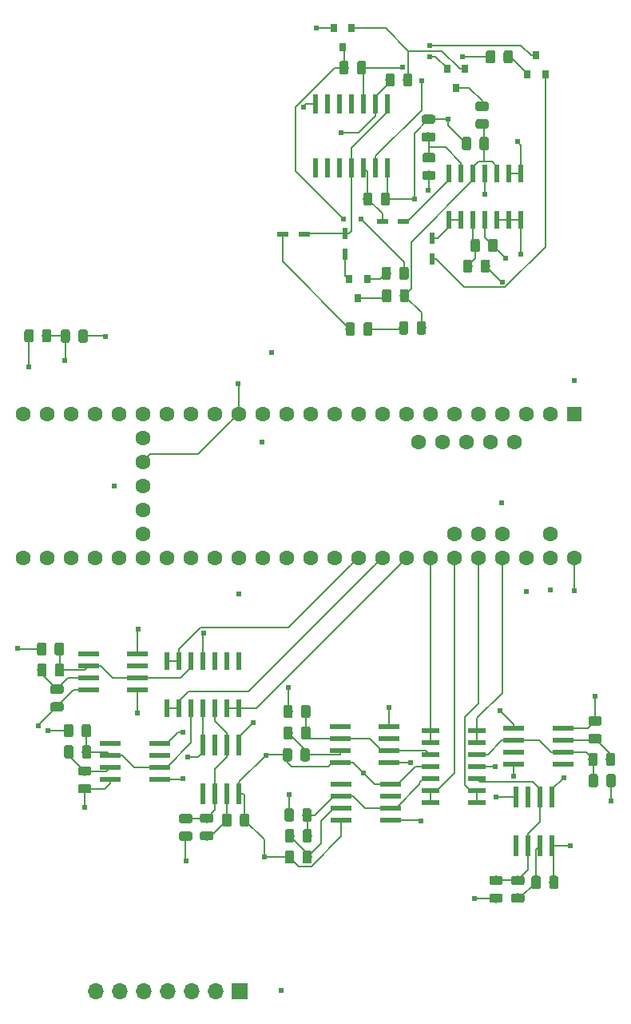
<source format=gbr>
%TF.GenerationSoftware,KiCad,Pcbnew,(5.0.1)-4*%
%TF.CreationDate,2019-11-27T13:43:37-06:00*%
%TF.ProjectId,new_synth_transistor,6E65775F73796E74685F7472616E7369,rev?*%
%TF.SameCoordinates,Original*%
%TF.FileFunction,Copper,L1,Top,Signal*%
%TF.FilePolarity,Positive*%
%FSLAX46Y46*%
G04 Gerber Fmt 4.6, Leading zero omitted, Abs format (unit mm)*
G04 Created by KiCad (PCBNEW (5.0.1)-4) date 11/27/2019 1:43:37 PM*
%MOMM*%
%LPD*%
G01*
G04 APERTURE LIST*
%ADD10R,0.600000X1.970000*%
%ADD11R,2.200000X0.600000*%
%ADD12R,0.558800X2.159000*%
%ADD13C,1.600000*%
%ADD14R,1.600000X1.600000*%
%ADD15C,0.100000*%
%ADD16C,0.975000*%
%ADD17R,1.168400X0.482600*%
%ADD18R,0.482600X1.168400*%
%ADD19O,1.700000X1.700000*%
%ADD20R,1.700000X1.700000*%
%ADD21R,0.800000X0.900000*%
%ADD22R,1.970000X0.600000*%
%ADD23R,0.600000X2.200000*%
%ADD24C,0.609600*%
%ADD25C,0.152400*%
G04 APERTURE END LIST*
D10*
X272191529Y-34803212D03*
X270921529Y-34803212D03*
X269651529Y-34803212D03*
X268381529Y-34803212D03*
X267111529Y-34803212D03*
X265841529Y-34803212D03*
X264571529Y-34803212D03*
X264571529Y-39753212D03*
X265841529Y-39753212D03*
X267111529Y-39753212D03*
X268381529Y-39753212D03*
X269651529Y-39753212D03*
X270921529Y-39753212D03*
X272191529Y-39753212D03*
D11*
X231546448Y-88244494D03*
X226346448Y-88244494D03*
X231546448Y-89514494D03*
X231546448Y-86974494D03*
X231546448Y-85704494D03*
X226346448Y-89514494D03*
X226346448Y-86974494D03*
X226346448Y-85704494D03*
X276620280Y-97388680D03*
X276620280Y-96118680D03*
X276620280Y-93578680D03*
X271420280Y-97388680D03*
X271420280Y-96118680D03*
X271420280Y-93578680D03*
X276620280Y-94848680D03*
X271420280Y-94848680D03*
X233852970Y-97682153D03*
X228652970Y-97682153D03*
X233852970Y-98952153D03*
X233852970Y-96412153D03*
X233852970Y-95142153D03*
X228652970Y-98952153D03*
X228652970Y-96412153D03*
X228652970Y-95142153D03*
D12*
X250427100Y-34203102D03*
X251697100Y-34203102D03*
X252967100Y-34203102D03*
X254237100Y-34203102D03*
X255507100Y-34203102D03*
X256777100Y-34203102D03*
X258047100Y-34203102D03*
X258047100Y-27446702D03*
X256777100Y-27446702D03*
X255507100Y-27446702D03*
X254237100Y-27446702D03*
X252967100Y-27446702D03*
X251697100Y-27446702D03*
X250427100Y-27446702D03*
D13*
X237154720Y-60258960D03*
X234614720Y-60258960D03*
X232074720Y-60258960D03*
X229534720Y-60258960D03*
X239694720Y-60258960D03*
X242234720Y-60258960D03*
X244774720Y-60258960D03*
X226994720Y-60258960D03*
X224454720Y-60258960D03*
X221914720Y-60258960D03*
X219374720Y-60258960D03*
X232074720Y-62798960D03*
X232074720Y-65338960D03*
X232074720Y-67878960D03*
X232074720Y-70418960D03*
X232074720Y-72958960D03*
X219374720Y-75498960D03*
X221914720Y-75498960D03*
X224454720Y-75498960D03*
X226994720Y-75498960D03*
X229534720Y-75498960D03*
X232074720Y-75498960D03*
X234614720Y-75498960D03*
X237154720Y-75498960D03*
X247314720Y-60258960D03*
X249854720Y-60258960D03*
X252394720Y-60258960D03*
X254934720Y-60258960D03*
X257474720Y-60258960D03*
X260014720Y-60258960D03*
X262554720Y-60258960D03*
X265094720Y-60258960D03*
X267634720Y-60258960D03*
X270174720Y-60258960D03*
X272714720Y-60258960D03*
X275254720Y-60258960D03*
D14*
X277794720Y-60258960D03*
D13*
X239694720Y-75498960D03*
X242234720Y-75498960D03*
X244774720Y-75498960D03*
X247314720Y-75498960D03*
X249854720Y-75498960D03*
X252394720Y-75498960D03*
X254934720Y-75498960D03*
X257474720Y-75498960D03*
X260014720Y-75498960D03*
X262554720Y-75498960D03*
X265094720Y-75498960D03*
X267634720Y-75498960D03*
X270174720Y-75498960D03*
X272714720Y-75498960D03*
X275254720Y-75498960D03*
X277794720Y-75498960D03*
X275254720Y-72958960D03*
X270174720Y-72958960D03*
X267634720Y-72958960D03*
X265094720Y-72958960D03*
X271444720Y-63258960D03*
X268904720Y-63258960D03*
X266364720Y-63258960D03*
X263824720Y-63258960D03*
X261284720Y-63258960D03*
D15*
G36*
X247757536Y-91095885D02*
X247781197Y-91099395D01*
X247804401Y-91105207D01*
X247826923Y-91113265D01*
X247848547Y-91123493D01*
X247869064Y-91135790D01*
X247888277Y-91150040D01*
X247906001Y-91166104D01*
X247922065Y-91183828D01*
X247936315Y-91203041D01*
X247948612Y-91223558D01*
X247958840Y-91245182D01*
X247966898Y-91267704D01*
X247972710Y-91290908D01*
X247976220Y-91314569D01*
X247977394Y-91338461D01*
X247977394Y-92250961D01*
X247976220Y-92274853D01*
X247972710Y-92298514D01*
X247966898Y-92321718D01*
X247958840Y-92344240D01*
X247948612Y-92365864D01*
X247936315Y-92386381D01*
X247922065Y-92405594D01*
X247906001Y-92423318D01*
X247888277Y-92439382D01*
X247869064Y-92453632D01*
X247848547Y-92465929D01*
X247826923Y-92476157D01*
X247804401Y-92484215D01*
X247781197Y-92490027D01*
X247757536Y-92493537D01*
X247733644Y-92494711D01*
X247246144Y-92494711D01*
X247222252Y-92493537D01*
X247198591Y-92490027D01*
X247175387Y-92484215D01*
X247152865Y-92476157D01*
X247131241Y-92465929D01*
X247110724Y-92453632D01*
X247091511Y-92439382D01*
X247073787Y-92423318D01*
X247057723Y-92405594D01*
X247043473Y-92386381D01*
X247031176Y-92365864D01*
X247020948Y-92344240D01*
X247012890Y-92321718D01*
X247007078Y-92298514D01*
X247003568Y-92274853D01*
X247002394Y-92250961D01*
X247002394Y-91338461D01*
X247003568Y-91314569D01*
X247007078Y-91290908D01*
X247012890Y-91267704D01*
X247020948Y-91245182D01*
X247031176Y-91223558D01*
X247043473Y-91203041D01*
X247057723Y-91183828D01*
X247073787Y-91166104D01*
X247091511Y-91150040D01*
X247110724Y-91135790D01*
X247131241Y-91123493D01*
X247152865Y-91113265D01*
X247175387Y-91105207D01*
X247198591Y-91099395D01*
X247222252Y-91095885D01*
X247246144Y-91094711D01*
X247733644Y-91094711D01*
X247757536Y-91095885D01*
X247757536Y-91095885D01*
G37*
D16*
X247489894Y-91794711D03*
D15*
G36*
X249632536Y-91095885D02*
X249656197Y-91099395D01*
X249679401Y-91105207D01*
X249701923Y-91113265D01*
X249723547Y-91123493D01*
X249744064Y-91135790D01*
X249763277Y-91150040D01*
X249781001Y-91166104D01*
X249797065Y-91183828D01*
X249811315Y-91203041D01*
X249823612Y-91223558D01*
X249833840Y-91245182D01*
X249841898Y-91267704D01*
X249847710Y-91290908D01*
X249851220Y-91314569D01*
X249852394Y-91338461D01*
X249852394Y-92250961D01*
X249851220Y-92274853D01*
X249847710Y-92298514D01*
X249841898Y-92321718D01*
X249833840Y-92344240D01*
X249823612Y-92365864D01*
X249811315Y-92386381D01*
X249797065Y-92405594D01*
X249781001Y-92423318D01*
X249763277Y-92439382D01*
X249744064Y-92453632D01*
X249723547Y-92465929D01*
X249701923Y-92476157D01*
X249679401Y-92484215D01*
X249656197Y-92490027D01*
X249632536Y-92493537D01*
X249608644Y-92494711D01*
X249121144Y-92494711D01*
X249097252Y-92493537D01*
X249073591Y-92490027D01*
X249050387Y-92484215D01*
X249027865Y-92476157D01*
X249006241Y-92465929D01*
X248985724Y-92453632D01*
X248966511Y-92439382D01*
X248948787Y-92423318D01*
X248932723Y-92405594D01*
X248918473Y-92386381D01*
X248906176Y-92365864D01*
X248895948Y-92344240D01*
X248887890Y-92321718D01*
X248882078Y-92298514D01*
X248878568Y-92274853D01*
X248877394Y-92250961D01*
X248877394Y-91338461D01*
X248878568Y-91314569D01*
X248882078Y-91290908D01*
X248887890Y-91267704D01*
X248895948Y-91245182D01*
X248906176Y-91223558D01*
X248918473Y-91203041D01*
X248932723Y-91183828D01*
X248948787Y-91166104D01*
X248966511Y-91150040D01*
X248985724Y-91135790D01*
X249006241Y-91123493D01*
X249027865Y-91113265D01*
X249050387Y-91105207D01*
X249073591Y-91099395D01*
X249097252Y-91095885D01*
X249121144Y-91094711D01*
X249608644Y-91094711D01*
X249632536Y-91095885D01*
X249632536Y-91095885D01*
G37*
D16*
X249364894Y-91794711D03*
D15*
G36*
X224489892Y-93122527D02*
X224513553Y-93126037D01*
X224536757Y-93131849D01*
X224559279Y-93139907D01*
X224580903Y-93150135D01*
X224601420Y-93162432D01*
X224620633Y-93176682D01*
X224638357Y-93192746D01*
X224654421Y-93210470D01*
X224668671Y-93229683D01*
X224680968Y-93250200D01*
X224691196Y-93271824D01*
X224699254Y-93294346D01*
X224705066Y-93317550D01*
X224708576Y-93341211D01*
X224709750Y-93365103D01*
X224709750Y-94277603D01*
X224708576Y-94301495D01*
X224705066Y-94325156D01*
X224699254Y-94348360D01*
X224691196Y-94370882D01*
X224680968Y-94392506D01*
X224668671Y-94413023D01*
X224654421Y-94432236D01*
X224638357Y-94449960D01*
X224620633Y-94466024D01*
X224601420Y-94480274D01*
X224580903Y-94492571D01*
X224559279Y-94502799D01*
X224536757Y-94510857D01*
X224513553Y-94516669D01*
X224489892Y-94520179D01*
X224466000Y-94521353D01*
X223978500Y-94521353D01*
X223954608Y-94520179D01*
X223930947Y-94516669D01*
X223907743Y-94510857D01*
X223885221Y-94502799D01*
X223863597Y-94492571D01*
X223843080Y-94480274D01*
X223823867Y-94466024D01*
X223806143Y-94449960D01*
X223790079Y-94432236D01*
X223775829Y-94413023D01*
X223763532Y-94392506D01*
X223753304Y-94370882D01*
X223745246Y-94348360D01*
X223739434Y-94325156D01*
X223735924Y-94301495D01*
X223734750Y-94277603D01*
X223734750Y-93365103D01*
X223735924Y-93341211D01*
X223739434Y-93317550D01*
X223745246Y-93294346D01*
X223753304Y-93271824D01*
X223763532Y-93250200D01*
X223775829Y-93229683D01*
X223790079Y-93210470D01*
X223806143Y-93192746D01*
X223823867Y-93176682D01*
X223843080Y-93162432D01*
X223863597Y-93150135D01*
X223885221Y-93139907D01*
X223907743Y-93131849D01*
X223930947Y-93126037D01*
X223954608Y-93122527D01*
X223978500Y-93121353D01*
X224466000Y-93121353D01*
X224489892Y-93122527D01*
X224489892Y-93122527D01*
G37*
D16*
X224222250Y-93821353D03*
D15*
G36*
X226364892Y-93122527D02*
X226388553Y-93126037D01*
X226411757Y-93131849D01*
X226434279Y-93139907D01*
X226455903Y-93150135D01*
X226476420Y-93162432D01*
X226495633Y-93176682D01*
X226513357Y-93192746D01*
X226529421Y-93210470D01*
X226543671Y-93229683D01*
X226555968Y-93250200D01*
X226566196Y-93271824D01*
X226574254Y-93294346D01*
X226580066Y-93317550D01*
X226583576Y-93341211D01*
X226584750Y-93365103D01*
X226584750Y-94277603D01*
X226583576Y-94301495D01*
X226580066Y-94325156D01*
X226574254Y-94348360D01*
X226566196Y-94370882D01*
X226555968Y-94392506D01*
X226543671Y-94413023D01*
X226529421Y-94432236D01*
X226513357Y-94449960D01*
X226495633Y-94466024D01*
X226476420Y-94480274D01*
X226455903Y-94492571D01*
X226434279Y-94502799D01*
X226411757Y-94510857D01*
X226388553Y-94516669D01*
X226364892Y-94520179D01*
X226341000Y-94521353D01*
X225853500Y-94521353D01*
X225829608Y-94520179D01*
X225805947Y-94516669D01*
X225782743Y-94510857D01*
X225760221Y-94502799D01*
X225738597Y-94492571D01*
X225718080Y-94480274D01*
X225698867Y-94466024D01*
X225681143Y-94449960D01*
X225665079Y-94432236D01*
X225650829Y-94413023D01*
X225638532Y-94392506D01*
X225628304Y-94370882D01*
X225620246Y-94348360D01*
X225614434Y-94325156D01*
X225610924Y-94301495D01*
X225609750Y-94277603D01*
X225609750Y-93365103D01*
X225610924Y-93341211D01*
X225614434Y-93317550D01*
X225620246Y-93294346D01*
X225628304Y-93271824D01*
X225638532Y-93250200D01*
X225650829Y-93229683D01*
X225665079Y-93210470D01*
X225681143Y-93192746D01*
X225698867Y-93176682D01*
X225718080Y-93162432D01*
X225738597Y-93150135D01*
X225760221Y-93139907D01*
X225782743Y-93131849D01*
X225805947Y-93126037D01*
X225829608Y-93122527D01*
X225853500Y-93121353D01*
X226341000Y-93121353D01*
X226364892Y-93122527D01*
X226364892Y-93122527D01*
G37*
D16*
X226097250Y-93821353D03*
D15*
G36*
X249756437Y-102050095D02*
X249780098Y-102053605D01*
X249803302Y-102059417D01*
X249825824Y-102067475D01*
X249847448Y-102077703D01*
X249867965Y-102090000D01*
X249887178Y-102104250D01*
X249904902Y-102120314D01*
X249920966Y-102138038D01*
X249935216Y-102157251D01*
X249947513Y-102177768D01*
X249957741Y-102199392D01*
X249965799Y-102221914D01*
X249971611Y-102245118D01*
X249975121Y-102268779D01*
X249976295Y-102292671D01*
X249976295Y-103205171D01*
X249975121Y-103229063D01*
X249971611Y-103252724D01*
X249965799Y-103275928D01*
X249957741Y-103298450D01*
X249947513Y-103320074D01*
X249935216Y-103340591D01*
X249920966Y-103359804D01*
X249904902Y-103377528D01*
X249887178Y-103393592D01*
X249867965Y-103407842D01*
X249847448Y-103420139D01*
X249825824Y-103430367D01*
X249803302Y-103438425D01*
X249780098Y-103444237D01*
X249756437Y-103447747D01*
X249732545Y-103448921D01*
X249245045Y-103448921D01*
X249221153Y-103447747D01*
X249197492Y-103444237D01*
X249174288Y-103438425D01*
X249151766Y-103430367D01*
X249130142Y-103420139D01*
X249109625Y-103407842D01*
X249090412Y-103393592D01*
X249072688Y-103377528D01*
X249056624Y-103359804D01*
X249042374Y-103340591D01*
X249030077Y-103320074D01*
X249019849Y-103298450D01*
X249011791Y-103275928D01*
X249005979Y-103252724D01*
X249002469Y-103229063D01*
X249001295Y-103205171D01*
X249001295Y-102292671D01*
X249002469Y-102268779D01*
X249005979Y-102245118D01*
X249011791Y-102221914D01*
X249019849Y-102199392D01*
X249030077Y-102177768D01*
X249042374Y-102157251D01*
X249056624Y-102138038D01*
X249072688Y-102120314D01*
X249090412Y-102104250D01*
X249109625Y-102090000D01*
X249130142Y-102077703D01*
X249151766Y-102067475D01*
X249174288Y-102059417D01*
X249197492Y-102053605D01*
X249221153Y-102050095D01*
X249245045Y-102048921D01*
X249732545Y-102048921D01*
X249756437Y-102050095D01*
X249756437Y-102050095D01*
G37*
D16*
X249488795Y-102748921D03*
D15*
G36*
X247881437Y-102050095D02*
X247905098Y-102053605D01*
X247928302Y-102059417D01*
X247950824Y-102067475D01*
X247972448Y-102077703D01*
X247992965Y-102090000D01*
X248012178Y-102104250D01*
X248029902Y-102120314D01*
X248045966Y-102138038D01*
X248060216Y-102157251D01*
X248072513Y-102177768D01*
X248082741Y-102199392D01*
X248090799Y-102221914D01*
X248096611Y-102245118D01*
X248100121Y-102268779D01*
X248101295Y-102292671D01*
X248101295Y-103205171D01*
X248100121Y-103229063D01*
X248096611Y-103252724D01*
X248090799Y-103275928D01*
X248082741Y-103298450D01*
X248072513Y-103320074D01*
X248060216Y-103340591D01*
X248045966Y-103359804D01*
X248029902Y-103377528D01*
X248012178Y-103393592D01*
X247992965Y-103407842D01*
X247972448Y-103420139D01*
X247950824Y-103430367D01*
X247928302Y-103438425D01*
X247905098Y-103444237D01*
X247881437Y-103447747D01*
X247857545Y-103448921D01*
X247370045Y-103448921D01*
X247346153Y-103447747D01*
X247322492Y-103444237D01*
X247299288Y-103438425D01*
X247276766Y-103430367D01*
X247255142Y-103420139D01*
X247234625Y-103407842D01*
X247215412Y-103393592D01*
X247197688Y-103377528D01*
X247181624Y-103359804D01*
X247167374Y-103340591D01*
X247155077Y-103320074D01*
X247144849Y-103298450D01*
X247136791Y-103275928D01*
X247130979Y-103252724D01*
X247127469Y-103229063D01*
X247126295Y-103205171D01*
X247126295Y-102292671D01*
X247127469Y-102268779D01*
X247130979Y-102245118D01*
X247136791Y-102221914D01*
X247144849Y-102199392D01*
X247155077Y-102177768D01*
X247167374Y-102157251D01*
X247181624Y-102138038D01*
X247197688Y-102120314D01*
X247215412Y-102104250D01*
X247234625Y-102090000D01*
X247255142Y-102077703D01*
X247276766Y-102067475D01*
X247299288Y-102059417D01*
X247322492Y-102053605D01*
X247346153Y-102050095D01*
X247370045Y-102048921D01*
X247857545Y-102048921D01*
X247881437Y-102050095D01*
X247881437Y-102050095D01*
G37*
D16*
X247613795Y-102748921D03*
D15*
G36*
X280111902Y-98411974D02*
X280135563Y-98415484D01*
X280158767Y-98421296D01*
X280181289Y-98429354D01*
X280202913Y-98439582D01*
X280223430Y-98451879D01*
X280242643Y-98466129D01*
X280260367Y-98482193D01*
X280276431Y-98499917D01*
X280290681Y-98519130D01*
X280302978Y-98539647D01*
X280313206Y-98561271D01*
X280321264Y-98583793D01*
X280327076Y-98606997D01*
X280330586Y-98630658D01*
X280331760Y-98654550D01*
X280331760Y-99567050D01*
X280330586Y-99590942D01*
X280327076Y-99614603D01*
X280321264Y-99637807D01*
X280313206Y-99660329D01*
X280302978Y-99681953D01*
X280290681Y-99702470D01*
X280276431Y-99721683D01*
X280260367Y-99739407D01*
X280242643Y-99755471D01*
X280223430Y-99769721D01*
X280202913Y-99782018D01*
X280181289Y-99792246D01*
X280158767Y-99800304D01*
X280135563Y-99806116D01*
X280111902Y-99809626D01*
X280088010Y-99810800D01*
X279600510Y-99810800D01*
X279576618Y-99809626D01*
X279552957Y-99806116D01*
X279529753Y-99800304D01*
X279507231Y-99792246D01*
X279485607Y-99782018D01*
X279465090Y-99769721D01*
X279445877Y-99755471D01*
X279428153Y-99739407D01*
X279412089Y-99721683D01*
X279397839Y-99702470D01*
X279385542Y-99681953D01*
X279375314Y-99660329D01*
X279367256Y-99637807D01*
X279361444Y-99614603D01*
X279357934Y-99590942D01*
X279356760Y-99567050D01*
X279356760Y-98654550D01*
X279357934Y-98630658D01*
X279361444Y-98606997D01*
X279367256Y-98583793D01*
X279375314Y-98561271D01*
X279385542Y-98539647D01*
X279397839Y-98519130D01*
X279412089Y-98499917D01*
X279428153Y-98482193D01*
X279445877Y-98466129D01*
X279465090Y-98451879D01*
X279485607Y-98439582D01*
X279507231Y-98429354D01*
X279529753Y-98421296D01*
X279552957Y-98415484D01*
X279576618Y-98411974D01*
X279600510Y-98410800D01*
X280088010Y-98410800D01*
X280111902Y-98411974D01*
X280111902Y-98411974D01*
G37*
D16*
X279844260Y-99110800D03*
D15*
G36*
X281986902Y-98411974D02*
X282010563Y-98415484D01*
X282033767Y-98421296D01*
X282056289Y-98429354D01*
X282077913Y-98439582D01*
X282098430Y-98451879D01*
X282117643Y-98466129D01*
X282135367Y-98482193D01*
X282151431Y-98499917D01*
X282165681Y-98519130D01*
X282177978Y-98539647D01*
X282188206Y-98561271D01*
X282196264Y-98583793D01*
X282202076Y-98606997D01*
X282205586Y-98630658D01*
X282206760Y-98654550D01*
X282206760Y-99567050D01*
X282205586Y-99590942D01*
X282202076Y-99614603D01*
X282196264Y-99637807D01*
X282188206Y-99660329D01*
X282177978Y-99681953D01*
X282165681Y-99702470D01*
X282151431Y-99721683D01*
X282135367Y-99739407D01*
X282117643Y-99755471D01*
X282098430Y-99769721D01*
X282077913Y-99782018D01*
X282056289Y-99792246D01*
X282033767Y-99800304D01*
X282010563Y-99806116D01*
X281986902Y-99809626D01*
X281963010Y-99810800D01*
X281475510Y-99810800D01*
X281451618Y-99809626D01*
X281427957Y-99806116D01*
X281404753Y-99800304D01*
X281382231Y-99792246D01*
X281360607Y-99782018D01*
X281340090Y-99769721D01*
X281320877Y-99755471D01*
X281303153Y-99739407D01*
X281287089Y-99721683D01*
X281272839Y-99702470D01*
X281260542Y-99681953D01*
X281250314Y-99660329D01*
X281242256Y-99637807D01*
X281236444Y-99614603D01*
X281232934Y-99590942D01*
X281231760Y-99567050D01*
X281231760Y-98654550D01*
X281232934Y-98630658D01*
X281236444Y-98606997D01*
X281242256Y-98583793D01*
X281250314Y-98561271D01*
X281260542Y-98539647D01*
X281272839Y-98519130D01*
X281287089Y-98499917D01*
X281303153Y-98482193D01*
X281320877Y-98466129D01*
X281340090Y-98451879D01*
X281360607Y-98439582D01*
X281382231Y-98429354D01*
X281404753Y-98421296D01*
X281427957Y-98415484D01*
X281451618Y-98411974D01*
X281475510Y-98410800D01*
X281963010Y-98410800D01*
X281986902Y-98411974D01*
X281986902Y-98411974D01*
G37*
D16*
X281719260Y-99110800D03*
D15*
G36*
X269994462Y-111068174D02*
X270018123Y-111071684D01*
X270041327Y-111077496D01*
X270063849Y-111085554D01*
X270085473Y-111095782D01*
X270105990Y-111108079D01*
X270125203Y-111122329D01*
X270142927Y-111138393D01*
X270158991Y-111156117D01*
X270173241Y-111175330D01*
X270185538Y-111195847D01*
X270195766Y-111217471D01*
X270203824Y-111239993D01*
X270209636Y-111263197D01*
X270213146Y-111286858D01*
X270214320Y-111310750D01*
X270214320Y-111798250D01*
X270213146Y-111822142D01*
X270209636Y-111845803D01*
X270203824Y-111869007D01*
X270195766Y-111891529D01*
X270185538Y-111913153D01*
X270173241Y-111933670D01*
X270158991Y-111952883D01*
X270142927Y-111970607D01*
X270125203Y-111986671D01*
X270105990Y-112000921D01*
X270085473Y-112013218D01*
X270063849Y-112023446D01*
X270041327Y-112031504D01*
X270018123Y-112037316D01*
X269994462Y-112040826D01*
X269970570Y-112042000D01*
X269058070Y-112042000D01*
X269034178Y-112040826D01*
X269010517Y-112037316D01*
X268987313Y-112031504D01*
X268964791Y-112023446D01*
X268943167Y-112013218D01*
X268922650Y-112000921D01*
X268903437Y-111986671D01*
X268885713Y-111970607D01*
X268869649Y-111952883D01*
X268855399Y-111933670D01*
X268843102Y-111913153D01*
X268832874Y-111891529D01*
X268824816Y-111869007D01*
X268819004Y-111845803D01*
X268815494Y-111822142D01*
X268814320Y-111798250D01*
X268814320Y-111310750D01*
X268815494Y-111286858D01*
X268819004Y-111263197D01*
X268824816Y-111239993D01*
X268832874Y-111217471D01*
X268843102Y-111195847D01*
X268855399Y-111175330D01*
X268869649Y-111156117D01*
X268885713Y-111138393D01*
X268903437Y-111122329D01*
X268922650Y-111108079D01*
X268943167Y-111095782D01*
X268964791Y-111085554D01*
X268987313Y-111077496D01*
X269010517Y-111071684D01*
X269034178Y-111068174D01*
X269058070Y-111067000D01*
X269970570Y-111067000D01*
X269994462Y-111068174D01*
X269994462Y-111068174D01*
G37*
D16*
X269514320Y-111554500D03*
D15*
G36*
X269994462Y-109193174D02*
X270018123Y-109196684D01*
X270041327Y-109202496D01*
X270063849Y-109210554D01*
X270085473Y-109220782D01*
X270105990Y-109233079D01*
X270125203Y-109247329D01*
X270142927Y-109263393D01*
X270158991Y-109281117D01*
X270173241Y-109300330D01*
X270185538Y-109320847D01*
X270195766Y-109342471D01*
X270203824Y-109364993D01*
X270209636Y-109388197D01*
X270213146Y-109411858D01*
X270214320Y-109435750D01*
X270214320Y-109923250D01*
X270213146Y-109947142D01*
X270209636Y-109970803D01*
X270203824Y-109994007D01*
X270195766Y-110016529D01*
X270185538Y-110038153D01*
X270173241Y-110058670D01*
X270158991Y-110077883D01*
X270142927Y-110095607D01*
X270125203Y-110111671D01*
X270105990Y-110125921D01*
X270085473Y-110138218D01*
X270063849Y-110148446D01*
X270041327Y-110156504D01*
X270018123Y-110162316D01*
X269994462Y-110165826D01*
X269970570Y-110167000D01*
X269058070Y-110167000D01*
X269034178Y-110165826D01*
X269010517Y-110162316D01*
X268987313Y-110156504D01*
X268964791Y-110148446D01*
X268943167Y-110138218D01*
X268922650Y-110125921D01*
X268903437Y-110111671D01*
X268885713Y-110095607D01*
X268869649Y-110077883D01*
X268855399Y-110058670D01*
X268843102Y-110038153D01*
X268832874Y-110016529D01*
X268824816Y-109994007D01*
X268819004Y-109970803D01*
X268815494Y-109947142D01*
X268814320Y-109923250D01*
X268814320Y-109435750D01*
X268815494Y-109411858D01*
X268819004Y-109388197D01*
X268824816Y-109364993D01*
X268832874Y-109342471D01*
X268843102Y-109320847D01*
X268855399Y-109300330D01*
X268869649Y-109281117D01*
X268885713Y-109263393D01*
X268903437Y-109247329D01*
X268922650Y-109233079D01*
X268943167Y-109220782D01*
X268964791Y-109210554D01*
X268987313Y-109202496D01*
X269010517Y-109196684D01*
X269034178Y-109193174D01*
X269058070Y-109192000D01*
X269970570Y-109192000D01*
X269994462Y-109193174D01*
X269994462Y-109193174D01*
G37*
D16*
X269514320Y-109679500D03*
D15*
G36*
X237111622Y-102629814D02*
X237135283Y-102633324D01*
X237158487Y-102639136D01*
X237181009Y-102647194D01*
X237202633Y-102657422D01*
X237223150Y-102669719D01*
X237242363Y-102683969D01*
X237260087Y-102700033D01*
X237276151Y-102717757D01*
X237290401Y-102736970D01*
X237302698Y-102757487D01*
X237312926Y-102779111D01*
X237320984Y-102801633D01*
X237326796Y-102824837D01*
X237330306Y-102848498D01*
X237331480Y-102872390D01*
X237331480Y-103359890D01*
X237330306Y-103383782D01*
X237326796Y-103407443D01*
X237320984Y-103430647D01*
X237312926Y-103453169D01*
X237302698Y-103474793D01*
X237290401Y-103495310D01*
X237276151Y-103514523D01*
X237260087Y-103532247D01*
X237242363Y-103548311D01*
X237223150Y-103562561D01*
X237202633Y-103574858D01*
X237181009Y-103585086D01*
X237158487Y-103593144D01*
X237135283Y-103598956D01*
X237111622Y-103602466D01*
X237087730Y-103603640D01*
X236175230Y-103603640D01*
X236151338Y-103602466D01*
X236127677Y-103598956D01*
X236104473Y-103593144D01*
X236081951Y-103585086D01*
X236060327Y-103574858D01*
X236039810Y-103562561D01*
X236020597Y-103548311D01*
X236002873Y-103532247D01*
X235986809Y-103514523D01*
X235972559Y-103495310D01*
X235960262Y-103474793D01*
X235950034Y-103453169D01*
X235941976Y-103430647D01*
X235936164Y-103407443D01*
X235932654Y-103383782D01*
X235931480Y-103359890D01*
X235931480Y-102872390D01*
X235932654Y-102848498D01*
X235936164Y-102824837D01*
X235941976Y-102801633D01*
X235950034Y-102779111D01*
X235960262Y-102757487D01*
X235972559Y-102736970D01*
X235986809Y-102717757D01*
X236002873Y-102700033D01*
X236020597Y-102683969D01*
X236039810Y-102669719D01*
X236060327Y-102657422D01*
X236081951Y-102647194D01*
X236104473Y-102639136D01*
X236127677Y-102633324D01*
X236151338Y-102629814D01*
X236175230Y-102628640D01*
X237087730Y-102628640D01*
X237111622Y-102629814D01*
X237111622Y-102629814D01*
G37*
D16*
X236631480Y-103116140D03*
D15*
G36*
X237111622Y-104504814D02*
X237135283Y-104508324D01*
X237158487Y-104514136D01*
X237181009Y-104522194D01*
X237202633Y-104532422D01*
X237223150Y-104544719D01*
X237242363Y-104558969D01*
X237260087Y-104575033D01*
X237276151Y-104592757D01*
X237290401Y-104611970D01*
X237302698Y-104632487D01*
X237312926Y-104654111D01*
X237320984Y-104676633D01*
X237326796Y-104699837D01*
X237330306Y-104723498D01*
X237331480Y-104747390D01*
X237331480Y-105234890D01*
X237330306Y-105258782D01*
X237326796Y-105282443D01*
X237320984Y-105305647D01*
X237312926Y-105328169D01*
X237302698Y-105349793D01*
X237290401Y-105370310D01*
X237276151Y-105389523D01*
X237260087Y-105407247D01*
X237242363Y-105423311D01*
X237223150Y-105437561D01*
X237202633Y-105449858D01*
X237181009Y-105460086D01*
X237158487Y-105468144D01*
X237135283Y-105473956D01*
X237111622Y-105477466D01*
X237087730Y-105478640D01*
X236175230Y-105478640D01*
X236151338Y-105477466D01*
X236127677Y-105473956D01*
X236104473Y-105468144D01*
X236081951Y-105460086D01*
X236060327Y-105449858D01*
X236039810Y-105437561D01*
X236020597Y-105423311D01*
X236002873Y-105407247D01*
X235986809Y-105389523D01*
X235972559Y-105370310D01*
X235960262Y-105349793D01*
X235950034Y-105328169D01*
X235941976Y-105305647D01*
X235936164Y-105282443D01*
X235932654Y-105258782D01*
X235931480Y-105234890D01*
X235931480Y-104747390D01*
X235932654Y-104723498D01*
X235936164Y-104699837D01*
X235941976Y-104676633D01*
X235950034Y-104654111D01*
X235960262Y-104632487D01*
X235972559Y-104611970D01*
X235986809Y-104592757D01*
X236002873Y-104575033D01*
X236020597Y-104558969D01*
X236039810Y-104544719D01*
X236060327Y-104532422D01*
X236081951Y-104522194D01*
X236104473Y-104514136D01*
X236127677Y-104508324D01*
X236151338Y-104504814D01*
X236175230Y-104503640D01*
X237087730Y-104503640D01*
X237111622Y-104504814D01*
X237111622Y-104504814D01*
G37*
D16*
X236631480Y-104991140D03*
D15*
G36*
X221631950Y-84467188D02*
X221655611Y-84470698D01*
X221678815Y-84476510D01*
X221701337Y-84484568D01*
X221722961Y-84494796D01*
X221743478Y-84507093D01*
X221762691Y-84521343D01*
X221780415Y-84537407D01*
X221796479Y-84555131D01*
X221810729Y-84574344D01*
X221823026Y-84594861D01*
X221833254Y-84616485D01*
X221841312Y-84639007D01*
X221847124Y-84662211D01*
X221850634Y-84685872D01*
X221851808Y-84709764D01*
X221851808Y-85622264D01*
X221850634Y-85646156D01*
X221847124Y-85669817D01*
X221841312Y-85693021D01*
X221833254Y-85715543D01*
X221823026Y-85737167D01*
X221810729Y-85757684D01*
X221796479Y-85776897D01*
X221780415Y-85794621D01*
X221762691Y-85810685D01*
X221743478Y-85824935D01*
X221722961Y-85837232D01*
X221701337Y-85847460D01*
X221678815Y-85855518D01*
X221655611Y-85861330D01*
X221631950Y-85864840D01*
X221608058Y-85866014D01*
X221120558Y-85866014D01*
X221096666Y-85864840D01*
X221073005Y-85861330D01*
X221049801Y-85855518D01*
X221027279Y-85847460D01*
X221005655Y-85837232D01*
X220985138Y-85824935D01*
X220965925Y-85810685D01*
X220948201Y-85794621D01*
X220932137Y-85776897D01*
X220917887Y-85757684D01*
X220905590Y-85737167D01*
X220895362Y-85715543D01*
X220887304Y-85693021D01*
X220881492Y-85669817D01*
X220877982Y-85646156D01*
X220876808Y-85622264D01*
X220876808Y-84709764D01*
X220877982Y-84685872D01*
X220881492Y-84662211D01*
X220887304Y-84639007D01*
X220895362Y-84616485D01*
X220905590Y-84594861D01*
X220917887Y-84574344D01*
X220932137Y-84555131D01*
X220948201Y-84537407D01*
X220965925Y-84521343D01*
X220985138Y-84507093D01*
X221005655Y-84494796D01*
X221027279Y-84484568D01*
X221049801Y-84476510D01*
X221073005Y-84470698D01*
X221096666Y-84467188D01*
X221120558Y-84466014D01*
X221608058Y-84466014D01*
X221631950Y-84467188D01*
X221631950Y-84467188D01*
G37*
D16*
X221364308Y-85166014D03*
D15*
G36*
X223506950Y-84467188D02*
X223530611Y-84470698D01*
X223553815Y-84476510D01*
X223576337Y-84484568D01*
X223597961Y-84494796D01*
X223618478Y-84507093D01*
X223637691Y-84521343D01*
X223655415Y-84537407D01*
X223671479Y-84555131D01*
X223685729Y-84574344D01*
X223698026Y-84594861D01*
X223708254Y-84616485D01*
X223716312Y-84639007D01*
X223722124Y-84662211D01*
X223725634Y-84685872D01*
X223726808Y-84709764D01*
X223726808Y-85622264D01*
X223725634Y-85646156D01*
X223722124Y-85669817D01*
X223716312Y-85693021D01*
X223708254Y-85715543D01*
X223698026Y-85737167D01*
X223685729Y-85757684D01*
X223671479Y-85776897D01*
X223655415Y-85794621D01*
X223637691Y-85810685D01*
X223618478Y-85824935D01*
X223597961Y-85837232D01*
X223576337Y-85847460D01*
X223553815Y-85855518D01*
X223530611Y-85861330D01*
X223506950Y-85864840D01*
X223483058Y-85866014D01*
X222995558Y-85866014D01*
X222971666Y-85864840D01*
X222948005Y-85861330D01*
X222924801Y-85855518D01*
X222902279Y-85847460D01*
X222880655Y-85837232D01*
X222860138Y-85824935D01*
X222840925Y-85810685D01*
X222823201Y-85794621D01*
X222807137Y-85776897D01*
X222792887Y-85757684D01*
X222780590Y-85737167D01*
X222770362Y-85715543D01*
X222762304Y-85693021D01*
X222756492Y-85669817D01*
X222752982Y-85646156D01*
X222751808Y-85622264D01*
X222751808Y-84709764D01*
X222752982Y-84685872D01*
X222756492Y-84662211D01*
X222762304Y-84639007D01*
X222770362Y-84616485D01*
X222780590Y-84594861D01*
X222792887Y-84574344D01*
X222807137Y-84555131D01*
X222823201Y-84537407D01*
X222840925Y-84521343D01*
X222860138Y-84507093D01*
X222880655Y-84494796D01*
X222902279Y-84484568D01*
X222924801Y-84476510D01*
X222948005Y-84470698D01*
X222971666Y-84467188D01*
X222995558Y-84466014D01*
X223483058Y-84466014D01*
X223506950Y-84467188D01*
X223506950Y-84467188D01*
G37*
D16*
X223239308Y-85166014D03*
D15*
G36*
X268543562Y-30938876D02*
X268567223Y-30942386D01*
X268590427Y-30948198D01*
X268612949Y-30956256D01*
X268634573Y-30966484D01*
X268655090Y-30978781D01*
X268674303Y-30993031D01*
X268692027Y-31009095D01*
X268708091Y-31026819D01*
X268722341Y-31046032D01*
X268734638Y-31066549D01*
X268744866Y-31088173D01*
X268752924Y-31110695D01*
X268758736Y-31133899D01*
X268762246Y-31157560D01*
X268763420Y-31181452D01*
X268763420Y-32093952D01*
X268762246Y-32117844D01*
X268758736Y-32141505D01*
X268752924Y-32164709D01*
X268744866Y-32187231D01*
X268734638Y-32208855D01*
X268722341Y-32229372D01*
X268708091Y-32248585D01*
X268692027Y-32266309D01*
X268674303Y-32282373D01*
X268655090Y-32296623D01*
X268634573Y-32308920D01*
X268612949Y-32319148D01*
X268590427Y-32327206D01*
X268567223Y-32333018D01*
X268543562Y-32336528D01*
X268519670Y-32337702D01*
X268032170Y-32337702D01*
X268008278Y-32336528D01*
X267984617Y-32333018D01*
X267961413Y-32327206D01*
X267938891Y-32319148D01*
X267917267Y-32308920D01*
X267896750Y-32296623D01*
X267877537Y-32282373D01*
X267859813Y-32266309D01*
X267843749Y-32248585D01*
X267829499Y-32229372D01*
X267817202Y-32208855D01*
X267806974Y-32187231D01*
X267798916Y-32164709D01*
X267793104Y-32141505D01*
X267789594Y-32117844D01*
X267788420Y-32093952D01*
X267788420Y-31181452D01*
X267789594Y-31157560D01*
X267793104Y-31133899D01*
X267798916Y-31110695D01*
X267806974Y-31088173D01*
X267817202Y-31066549D01*
X267829499Y-31046032D01*
X267843749Y-31026819D01*
X267859813Y-31009095D01*
X267877537Y-30993031D01*
X267896750Y-30978781D01*
X267917267Y-30966484D01*
X267938891Y-30956256D01*
X267961413Y-30948198D01*
X267984617Y-30942386D01*
X268008278Y-30938876D01*
X268032170Y-30937702D01*
X268519670Y-30937702D01*
X268543562Y-30938876D01*
X268543562Y-30938876D01*
G37*
D16*
X268275920Y-31637702D03*
D15*
G36*
X266668562Y-30938876D02*
X266692223Y-30942386D01*
X266715427Y-30948198D01*
X266737949Y-30956256D01*
X266759573Y-30966484D01*
X266780090Y-30978781D01*
X266799303Y-30993031D01*
X266817027Y-31009095D01*
X266833091Y-31026819D01*
X266847341Y-31046032D01*
X266859638Y-31066549D01*
X266869866Y-31088173D01*
X266877924Y-31110695D01*
X266883736Y-31133899D01*
X266887246Y-31157560D01*
X266888420Y-31181452D01*
X266888420Y-32093952D01*
X266887246Y-32117844D01*
X266883736Y-32141505D01*
X266877924Y-32164709D01*
X266869866Y-32187231D01*
X266859638Y-32208855D01*
X266847341Y-32229372D01*
X266833091Y-32248585D01*
X266817027Y-32266309D01*
X266799303Y-32282373D01*
X266780090Y-32296623D01*
X266759573Y-32308920D01*
X266737949Y-32319148D01*
X266715427Y-32327206D01*
X266692223Y-32333018D01*
X266668562Y-32336528D01*
X266644670Y-32337702D01*
X266157170Y-32337702D01*
X266133278Y-32336528D01*
X266109617Y-32333018D01*
X266086413Y-32327206D01*
X266063891Y-32319148D01*
X266042267Y-32308920D01*
X266021750Y-32296623D01*
X266002537Y-32282373D01*
X265984813Y-32266309D01*
X265968749Y-32248585D01*
X265954499Y-32229372D01*
X265942202Y-32208855D01*
X265931974Y-32187231D01*
X265923916Y-32164709D01*
X265918104Y-32141505D01*
X265914594Y-32117844D01*
X265913420Y-32093952D01*
X265913420Y-31181452D01*
X265914594Y-31157560D01*
X265918104Y-31133899D01*
X265923916Y-31110695D01*
X265931974Y-31088173D01*
X265942202Y-31066549D01*
X265954499Y-31046032D01*
X265968749Y-31026819D01*
X265984813Y-31009095D01*
X266002537Y-30993031D01*
X266021750Y-30978781D01*
X266042267Y-30966484D01*
X266063891Y-30956256D01*
X266086413Y-30948198D01*
X266109617Y-30942386D01*
X266133278Y-30938876D01*
X266157170Y-30937702D01*
X266644670Y-30937702D01*
X266668562Y-30938876D01*
X266668562Y-30938876D01*
G37*
D16*
X266400920Y-31637702D03*
D17*
X246942220Y-41218582D03*
X249177420Y-41218582D03*
D18*
X262773209Y-43872052D03*
X262773209Y-41636852D03*
X253571620Y-43382662D03*
X253571620Y-41147462D03*
D17*
X257478140Y-39913022D03*
X259713340Y-39913022D03*
D19*
X227116640Y-121452640D03*
X229656640Y-121452640D03*
X232196640Y-121452640D03*
X234736640Y-121452640D03*
X237276640Y-121452640D03*
X239816640Y-121452640D03*
D20*
X242356640Y-121452640D03*
D21*
X272851840Y-24276560D03*
X274751840Y-24276560D03*
X273801840Y-22276560D03*
X254907700Y-47993782D03*
X253957700Y-45993782D03*
X255857700Y-45993782D03*
X265286100Y-25703502D03*
X264336100Y-23703502D03*
X266236100Y-23703502D03*
X254211740Y-19410902D03*
X252311740Y-19410902D03*
X253261740Y-21410902D03*
D15*
G36*
X222164822Y-51294974D02*
X222188483Y-51298484D01*
X222211687Y-51304296D01*
X222234209Y-51312354D01*
X222255833Y-51322582D01*
X222276350Y-51334879D01*
X222295563Y-51349129D01*
X222313287Y-51365193D01*
X222329351Y-51382917D01*
X222343601Y-51402130D01*
X222355898Y-51422647D01*
X222366126Y-51444271D01*
X222374184Y-51466793D01*
X222379996Y-51489997D01*
X222383506Y-51513658D01*
X222384680Y-51537550D01*
X222384680Y-52450050D01*
X222383506Y-52473942D01*
X222379996Y-52497603D01*
X222374184Y-52520807D01*
X222366126Y-52543329D01*
X222355898Y-52564953D01*
X222343601Y-52585470D01*
X222329351Y-52604683D01*
X222313287Y-52622407D01*
X222295563Y-52638471D01*
X222276350Y-52652721D01*
X222255833Y-52665018D01*
X222234209Y-52675246D01*
X222211687Y-52683304D01*
X222188483Y-52689116D01*
X222164822Y-52692626D01*
X222140930Y-52693800D01*
X221653430Y-52693800D01*
X221629538Y-52692626D01*
X221605877Y-52689116D01*
X221582673Y-52683304D01*
X221560151Y-52675246D01*
X221538527Y-52665018D01*
X221518010Y-52652721D01*
X221498797Y-52638471D01*
X221481073Y-52622407D01*
X221465009Y-52604683D01*
X221450759Y-52585470D01*
X221438462Y-52564953D01*
X221428234Y-52543329D01*
X221420176Y-52520807D01*
X221414364Y-52497603D01*
X221410854Y-52473942D01*
X221409680Y-52450050D01*
X221409680Y-51537550D01*
X221410854Y-51513658D01*
X221414364Y-51489997D01*
X221420176Y-51466793D01*
X221428234Y-51444271D01*
X221438462Y-51422647D01*
X221450759Y-51402130D01*
X221465009Y-51382917D01*
X221481073Y-51365193D01*
X221498797Y-51349129D01*
X221518010Y-51334879D01*
X221538527Y-51322582D01*
X221560151Y-51312354D01*
X221582673Y-51304296D01*
X221605877Y-51298484D01*
X221629538Y-51294974D01*
X221653430Y-51293800D01*
X222140930Y-51293800D01*
X222164822Y-51294974D01*
X222164822Y-51294974D01*
G37*
D16*
X221897180Y-51993800D03*
D15*
G36*
X220289822Y-51294974D02*
X220313483Y-51298484D01*
X220336687Y-51304296D01*
X220359209Y-51312354D01*
X220380833Y-51322582D01*
X220401350Y-51334879D01*
X220420563Y-51349129D01*
X220438287Y-51365193D01*
X220454351Y-51382917D01*
X220468601Y-51402130D01*
X220480898Y-51422647D01*
X220491126Y-51444271D01*
X220499184Y-51466793D01*
X220504996Y-51489997D01*
X220508506Y-51513658D01*
X220509680Y-51537550D01*
X220509680Y-52450050D01*
X220508506Y-52473942D01*
X220504996Y-52497603D01*
X220499184Y-52520807D01*
X220491126Y-52543329D01*
X220480898Y-52564953D01*
X220468601Y-52585470D01*
X220454351Y-52604683D01*
X220438287Y-52622407D01*
X220420563Y-52638471D01*
X220401350Y-52652721D01*
X220380833Y-52665018D01*
X220359209Y-52675246D01*
X220336687Y-52683304D01*
X220313483Y-52689116D01*
X220289822Y-52692626D01*
X220265930Y-52693800D01*
X219778430Y-52693800D01*
X219754538Y-52692626D01*
X219730877Y-52689116D01*
X219707673Y-52683304D01*
X219685151Y-52675246D01*
X219663527Y-52665018D01*
X219643010Y-52652721D01*
X219623797Y-52638471D01*
X219606073Y-52622407D01*
X219590009Y-52604683D01*
X219575759Y-52585470D01*
X219563462Y-52564953D01*
X219553234Y-52543329D01*
X219545176Y-52520807D01*
X219539364Y-52497603D01*
X219535854Y-52473942D01*
X219534680Y-52450050D01*
X219534680Y-51537550D01*
X219535854Y-51513658D01*
X219539364Y-51489997D01*
X219545176Y-51466793D01*
X219553234Y-51444271D01*
X219563462Y-51422647D01*
X219575759Y-51402130D01*
X219590009Y-51382917D01*
X219606073Y-51365193D01*
X219623797Y-51349129D01*
X219643010Y-51334879D01*
X219663527Y-51322582D01*
X219685151Y-51312354D01*
X219707673Y-51304296D01*
X219730877Y-51298484D01*
X219754538Y-51294974D01*
X219778430Y-51293800D01*
X220265930Y-51293800D01*
X220289822Y-51294974D01*
X220289822Y-51294974D01*
G37*
D16*
X220022180Y-51993800D03*
D15*
G36*
X224145542Y-51320374D02*
X224169203Y-51323884D01*
X224192407Y-51329696D01*
X224214929Y-51337754D01*
X224236553Y-51347982D01*
X224257070Y-51360279D01*
X224276283Y-51374529D01*
X224294007Y-51390593D01*
X224310071Y-51408317D01*
X224324321Y-51427530D01*
X224336618Y-51448047D01*
X224346846Y-51469671D01*
X224354904Y-51492193D01*
X224360716Y-51515397D01*
X224364226Y-51539058D01*
X224365400Y-51562950D01*
X224365400Y-52475450D01*
X224364226Y-52499342D01*
X224360716Y-52523003D01*
X224354904Y-52546207D01*
X224346846Y-52568729D01*
X224336618Y-52590353D01*
X224324321Y-52610870D01*
X224310071Y-52630083D01*
X224294007Y-52647807D01*
X224276283Y-52663871D01*
X224257070Y-52678121D01*
X224236553Y-52690418D01*
X224214929Y-52700646D01*
X224192407Y-52708704D01*
X224169203Y-52714516D01*
X224145542Y-52718026D01*
X224121650Y-52719200D01*
X223634150Y-52719200D01*
X223610258Y-52718026D01*
X223586597Y-52714516D01*
X223563393Y-52708704D01*
X223540871Y-52700646D01*
X223519247Y-52690418D01*
X223498730Y-52678121D01*
X223479517Y-52663871D01*
X223461793Y-52647807D01*
X223445729Y-52630083D01*
X223431479Y-52610870D01*
X223419182Y-52590353D01*
X223408954Y-52568729D01*
X223400896Y-52546207D01*
X223395084Y-52523003D01*
X223391574Y-52499342D01*
X223390400Y-52475450D01*
X223390400Y-51562950D01*
X223391574Y-51539058D01*
X223395084Y-51515397D01*
X223400896Y-51492193D01*
X223408954Y-51469671D01*
X223419182Y-51448047D01*
X223431479Y-51427530D01*
X223445729Y-51408317D01*
X223461793Y-51390593D01*
X223479517Y-51374529D01*
X223498730Y-51360279D01*
X223519247Y-51347982D01*
X223540871Y-51337754D01*
X223563393Y-51329696D01*
X223586597Y-51323884D01*
X223610258Y-51320374D01*
X223634150Y-51319200D01*
X224121650Y-51319200D01*
X224145542Y-51320374D01*
X224145542Y-51320374D01*
G37*
D16*
X223877900Y-52019200D03*
D15*
G36*
X226020542Y-51320374D02*
X226044203Y-51323884D01*
X226067407Y-51329696D01*
X226089929Y-51337754D01*
X226111553Y-51347982D01*
X226132070Y-51360279D01*
X226151283Y-51374529D01*
X226169007Y-51390593D01*
X226185071Y-51408317D01*
X226199321Y-51427530D01*
X226211618Y-51448047D01*
X226221846Y-51469671D01*
X226229904Y-51492193D01*
X226235716Y-51515397D01*
X226239226Y-51539058D01*
X226240400Y-51562950D01*
X226240400Y-52475450D01*
X226239226Y-52499342D01*
X226235716Y-52523003D01*
X226229904Y-52546207D01*
X226221846Y-52568729D01*
X226211618Y-52590353D01*
X226199321Y-52610870D01*
X226185071Y-52630083D01*
X226169007Y-52647807D01*
X226151283Y-52663871D01*
X226132070Y-52678121D01*
X226111553Y-52690418D01*
X226089929Y-52700646D01*
X226067407Y-52708704D01*
X226044203Y-52714516D01*
X226020542Y-52718026D01*
X225996650Y-52719200D01*
X225509150Y-52719200D01*
X225485258Y-52718026D01*
X225461597Y-52714516D01*
X225438393Y-52708704D01*
X225415871Y-52700646D01*
X225394247Y-52690418D01*
X225373730Y-52678121D01*
X225354517Y-52663871D01*
X225336793Y-52647807D01*
X225320729Y-52630083D01*
X225306479Y-52610870D01*
X225294182Y-52590353D01*
X225283954Y-52568729D01*
X225275896Y-52546207D01*
X225270084Y-52523003D01*
X225266574Y-52499342D01*
X225265400Y-52475450D01*
X225265400Y-51562950D01*
X225266574Y-51539058D01*
X225270084Y-51515397D01*
X225275896Y-51492193D01*
X225283954Y-51469671D01*
X225294182Y-51448047D01*
X225306479Y-51427530D01*
X225320729Y-51408317D01*
X225336793Y-51390593D01*
X225354517Y-51374529D01*
X225373730Y-51360279D01*
X225394247Y-51347982D01*
X225415871Y-51337754D01*
X225438393Y-51329696D01*
X225461597Y-51323884D01*
X225485258Y-51320374D01*
X225509150Y-51319200D01*
X225996650Y-51319200D01*
X226020542Y-51320374D01*
X226020542Y-51320374D01*
G37*
D16*
X225752900Y-52019200D03*
D15*
G36*
X271090302Y-21759854D02*
X271113963Y-21763364D01*
X271137167Y-21769176D01*
X271159689Y-21777234D01*
X271181313Y-21787462D01*
X271201830Y-21799759D01*
X271221043Y-21814009D01*
X271238767Y-21830073D01*
X271254831Y-21847797D01*
X271269081Y-21867010D01*
X271281378Y-21887527D01*
X271291606Y-21909151D01*
X271299664Y-21931673D01*
X271305476Y-21954877D01*
X271308986Y-21978538D01*
X271310160Y-22002430D01*
X271310160Y-22914930D01*
X271308986Y-22938822D01*
X271305476Y-22962483D01*
X271299664Y-22985687D01*
X271291606Y-23008209D01*
X271281378Y-23029833D01*
X271269081Y-23050350D01*
X271254831Y-23069563D01*
X271238767Y-23087287D01*
X271221043Y-23103351D01*
X271201830Y-23117601D01*
X271181313Y-23129898D01*
X271159689Y-23140126D01*
X271137167Y-23148184D01*
X271113963Y-23153996D01*
X271090302Y-23157506D01*
X271066410Y-23158680D01*
X270578910Y-23158680D01*
X270555018Y-23157506D01*
X270531357Y-23153996D01*
X270508153Y-23148184D01*
X270485631Y-23140126D01*
X270464007Y-23129898D01*
X270443490Y-23117601D01*
X270424277Y-23103351D01*
X270406553Y-23087287D01*
X270390489Y-23069563D01*
X270376239Y-23050350D01*
X270363942Y-23029833D01*
X270353714Y-23008209D01*
X270345656Y-22985687D01*
X270339844Y-22962483D01*
X270336334Y-22938822D01*
X270335160Y-22914930D01*
X270335160Y-22002430D01*
X270336334Y-21978538D01*
X270339844Y-21954877D01*
X270345656Y-21931673D01*
X270353714Y-21909151D01*
X270363942Y-21887527D01*
X270376239Y-21867010D01*
X270390489Y-21847797D01*
X270406553Y-21830073D01*
X270424277Y-21814009D01*
X270443490Y-21799759D01*
X270464007Y-21787462D01*
X270485631Y-21777234D01*
X270508153Y-21769176D01*
X270531357Y-21763364D01*
X270555018Y-21759854D01*
X270578910Y-21758680D01*
X271066410Y-21758680D01*
X271090302Y-21759854D01*
X271090302Y-21759854D01*
G37*
D16*
X270822660Y-22458680D03*
D15*
G36*
X269215302Y-21759854D02*
X269238963Y-21763364D01*
X269262167Y-21769176D01*
X269284689Y-21777234D01*
X269306313Y-21787462D01*
X269326830Y-21799759D01*
X269346043Y-21814009D01*
X269363767Y-21830073D01*
X269379831Y-21847797D01*
X269394081Y-21867010D01*
X269406378Y-21887527D01*
X269416606Y-21909151D01*
X269424664Y-21931673D01*
X269430476Y-21954877D01*
X269433986Y-21978538D01*
X269435160Y-22002430D01*
X269435160Y-22914930D01*
X269433986Y-22938822D01*
X269430476Y-22962483D01*
X269424664Y-22985687D01*
X269416606Y-23008209D01*
X269406378Y-23029833D01*
X269394081Y-23050350D01*
X269379831Y-23069563D01*
X269363767Y-23087287D01*
X269346043Y-23103351D01*
X269326830Y-23117601D01*
X269306313Y-23129898D01*
X269284689Y-23140126D01*
X269262167Y-23148184D01*
X269238963Y-23153996D01*
X269215302Y-23157506D01*
X269191410Y-23158680D01*
X268703910Y-23158680D01*
X268680018Y-23157506D01*
X268656357Y-23153996D01*
X268633153Y-23148184D01*
X268610631Y-23140126D01*
X268589007Y-23129898D01*
X268568490Y-23117601D01*
X268549277Y-23103351D01*
X268531553Y-23087287D01*
X268515489Y-23069563D01*
X268501239Y-23050350D01*
X268488942Y-23029833D01*
X268478714Y-23008209D01*
X268470656Y-22985687D01*
X268464844Y-22962483D01*
X268461334Y-22938822D01*
X268460160Y-22914930D01*
X268460160Y-22002430D01*
X268461334Y-21978538D01*
X268464844Y-21954877D01*
X268470656Y-21931673D01*
X268478714Y-21909151D01*
X268488942Y-21887527D01*
X268501239Y-21867010D01*
X268515489Y-21847797D01*
X268531553Y-21830073D01*
X268549277Y-21814009D01*
X268568490Y-21799759D01*
X268589007Y-21787462D01*
X268610631Y-21777234D01*
X268633153Y-21769176D01*
X268656357Y-21763364D01*
X268680018Y-21759854D01*
X268703910Y-21758680D01*
X269191410Y-21758680D01*
X269215302Y-21759854D01*
X269215302Y-21759854D01*
G37*
D16*
X268947660Y-22458680D03*
D15*
G36*
X258078762Y-36801196D02*
X258102423Y-36804706D01*
X258125627Y-36810518D01*
X258148149Y-36818576D01*
X258169773Y-36828804D01*
X258190290Y-36841101D01*
X258209503Y-36855351D01*
X258227227Y-36871415D01*
X258243291Y-36889139D01*
X258257541Y-36908352D01*
X258269838Y-36928869D01*
X258280066Y-36950493D01*
X258288124Y-36973015D01*
X258293936Y-36996219D01*
X258297446Y-37019880D01*
X258298620Y-37043772D01*
X258298620Y-37956272D01*
X258297446Y-37980164D01*
X258293936Y-38003825D01*
X258288124Y-38027029D01*
X258280066Y-38049551D01*
X258269838Y-38071175D01*
X258257541Y-38091692D01*
X258243291Y-38110905D01*
X258227227Y-38128629D01*
X258209503Y-38144693D01*
X258190290Y-38158943D01*
X258169773Y-38171240D01*
X258148149Y-38181468D01*
X258125627Y-38189526D01*
X258102423Y-38195338D01*
X258078762Y-38198848D01*
X258054870Y-38200022D01*
X257567370Y-38200022D01*
X257543478Y-38198848D01*
X257519817Y-38195338D01*
X257496613Y-38189526D01*
X257474091Y-38181468D01*
X257452467Y-38171240D01*
X257431950Y-38158943D01*
X257412737Y-38144693D01*
X257395013Y-38128629D01*
X257378949Y-38110905D01*
X257364699Y-38091692D01*
X257352402Y-38071175D01*
X257342174Y-38049551D01*
X257334116Y-38027029D01*
X257328304Y-38003825D01*
X257324794Y-37980164D01*
X257323620Y-37956272D01*
X257323620Y-37043772D01*
X257324794Y-37019880D01*
X257328304Y-36996219D01*
X257334116Y-36973015D01*
X257342174Y-36950493D01*
X257352402Y-36928869D01*
X257364699Y-36908352D01*
X257378949Y-36889139D01*
X257395013Y-36871415D01*
X257412737Y-36855351D01*
X257431950Y-36841101D01*
X257452467Y-36828804D01*
X257474091Y-36818576D01*
X257496613Y-36810518D01*
X257519817Y-36804706D01*
X257543478Y-36801196D01*
X257567370Y-36800022D01*
X258054870Y-36800022D01*
X258078762Y-36801196D01*
X258078762Y-36801196D01*
G37*
D16*
X257811120Y-37500022D03*
D15*
G36*
X256203762Y-36801196D02*
X256227423Y-36804706D01*
X256250627Y-36810518D01*
X256273149Y-36818576D01*
X256294773Y-36828804D01*
X256315290Y-36841101D01*
X256334503Y-36855351D01*
X256352227Y-36871415D01*
X256368291Y-36889139D01*
X256382541Y-36908352D01*
X256394838Y-36928869D01*
X256405066Y-36950493D01*
X256413124Y-36973015D01*
X256418936Y-36996219D01*
X256422446Y-37019880D01*
X256423620Y-37043772D01*
X256423620Y-37956272D01*
X256422446Y-37980164D01*
X256418936Y-38003825D01*
X256413124Y-38027029D01*
X256405066Y-38049551D01*
X256394838Y-38071175D01*
X256382541Y-38091692D01*
X256368291Y-38110905D01*
X256352227Y-38128629D01*
X256334503Y-38144693D01*
X256315290Y-38158943D01*
X256294773Y-38171240D01*
X256273149Y-38181468D01*
X256250627Y-38189526D01*
X256227423Y-38195338D01*
X256203762Y-38198848D01*
X256179870Y-38200022D01*
X255692370Y-38200022D01*
X255668478Y-38198848D01*
X255644817Y-38195338D01*
X255621613Y-38189526D01*
X255599091Y-38181468D01*
X255577467Y-38171240D01*
X255556950Y-38158943D01*
X255537737Y-38144693D01*
X255520013Y-38128629D01*
X255503949Y-38110905D01*
X255489699Y-38091692D01*
X255477402Y-38071175D01*
X255467174Y-38049551D01*
X255459116Y-38027029D01*
X255453304Y-38003825D01*
X255449794Y-37980164D01*
X255448620Y-37956272D01*
X255448620Y-37043772D01*
X255449794Y-37019880D01*
X255453304Y-36996219D01*
X255459116Y-36973015D01*
X255467174Y-36950493D01*
X255477402Y-36928869D01*
X255489699Y-36908352D01*
X255503949Y-36889139D01*
X255520013Y-36871415D01*
X255537737Y-36855351D01*
X255556950Y-36841101D01*
X255577467Y-36828804D01*
X255599091Y-36818576D01*
X255621613Y-36810518D01*
X255644817Y-36804706D01*
X255668478Y-36801196D01*
X255692370Y-36800022D01*
X256179870Y-36800022D01*
X256203762Y-36801196D01*
X256203762Y-36801196D01*
G37*
D16*
X255936120Y-37500022D03*
D15*
G36*
X256219482Y-50573076D02*
X256243143Y-50576586D01*
X256266347Y-50582398D01*
X256288869Y-50590456D01*
X256310493Y-50600684D01*
X256331010Y-50612981D01*
X256350223Y-50627231D01*
X256367947Y-50643295D01*
X256384011Y-50661019D01*
X256398261Y-50680232D01*
X256410558Y-50700749D01*
X256420786Y-50722373D01*
X256428844Y-50744895D01*
X256434656Y-50768099D01*
X256438166Y-50791760D01*
X256439340Y-50815652D01*
X256439340Y-51728152D01*
X256438166Y-51752044D01*
X256434656Y-51775705D01*
X256428844Y-51798909D01*
X256420786Y-51821431D01*
X256410558Y-51843055D01*
X256398261Y-51863572D01*
X256384011Y-51882785D01*
X256367947Y-51900509D01*
X256350223Y-51916573D01*
X256331010Y-51930823D01*
X256310493Y-51943120D01*
X256288869Y-51953348D01*
X256266347Y-51961406D01*
X256243143Y-51967218D01*
X256219482Y-51970728D01*
X256195590Y-51971902D01*
X255708090Y-51971902D01*
X255684198Y-51970728D01*
X255660537Y-51967218D01*
X255637333Y-51961406D01*
X255614811Y-51953348D01*
X255593187Y-51943120D01*
X255572670Y-51930823D01*
X255553457Y-51916573D01*
X255535733Y-51900509D01*
X255519669Y-51882785D01*
X255505419Y-51863572D01*
X255493122Y-51843055D01*
X255482894Y-51821431D01*
X255474836Y-51798909D01*
X255469024Y-51775705D01*
X255465514Y-51752044D01*
X255464340Y-51728152D01*
X255464340Y-50815652D01*
X255465514Y-50791760D01*
X255469024Y-50768099D01*
X255474836Y-50744895D01*
X255482894Y-50722373D01*
X255493122Y-50700749D01*
X255505419Y-50680232D01*
X255519669Y-50661019D01*
X255535733Y-50643295D01*
X255553457Y-50627231D01*
X255572670Y-50612981D01*
X255593187Y-50600684D01*
X255614811Y-50590456D01*
X255637333Y-50582398D01*
X255660537Y-50576586D01*
X255684198Y-50573076D01*
X255708090Y-50571902D01*
X256195590Y-50571902D01*
X256219482Y-50573076D01*
X256219482Y-50573076D01*
G37*
D16*
X255951840Y-51271902D03*
D15*
G36*
X254344482Y-50573076D02*
X254368143Y-50576586D01*
X254391347Y-50582398D01*
X254413869Y-50590456D01*
X254435493Y-50600684D01*
X254456010Y-50612981D01*
X254475223Y-50627231D01*
X254492947Y-50643295D01*
X254509011Y-50661019D01*
X254523261Y-50680232D01*
X254535558Y-50700749D01*
X254545786Y-50722373D01*
X254553844Y-50744895D01*
X254559656Y-50768099D01*
X254563166Y-50791760D01*
X254564340Y-50815652D01*
X254564340Y-51728152D01*
X254563166Y-51752044D01*
X254559656Y-51775705D01*
X254553844Y-51798909D01*
X254545786Y-51821431D01*
X254535558Y-51843055D01*
X254523261Y-51863572D01*
X254509011Y-51882785D01*
X254492947Y-51900509D01*
X254475223Y-51916573D01*
X254456010Y-51930823D01*
X254435493Y-51943120D01*
X254413869Y-51953348D01*
X254391347Y-51961406D01*
X254368143Y-51967218D01*
X254344482Y-51970728D01*
X254320590Y-51971902D01*
X253833090Y-51971902D01*
X253809198Y-51970728D01*
X253785537Y-51967218D01*
X253762333Y-51961406D01*
X253739811Y-51953348D01*
X253718187Y-51943120D01*
X253697670Y-51930823D01*
X253678457Y-51916573D01*
X253660733Y-51900509D01*
X253644669Y-51882785D01*
X253630419Y-51863572D01*
X253618122Y-51843055D01*
X253607894Y-51821431D01*
X253599836Y-51798909D01*
X253594024Y-51775705D01*
X253590514Y-51752044D01*
X253589340Y-51728152D01*
X253589340Y-50815652D01*
X253590514Y-50791760D01*
X253594024Y-50768099D01*
X253599836Y-50744895D01*
X253607894Y-50722373D01*
X253618122Y-50700749D01*
X253630419Y-50680232D01*
X253644669Y-50661019D01*
X253660733Y-50643295D01*
X253678457Y-50627231D01*
X253697670Y-50612981D01*
X253718187Y-50600684D01*
X253739811Y-50590456D01*
X253762333Y-50582398D01*
X253785537Y-50576586D01*
X253809198Y-50573076D01*
X253833090Y-50571902D01*
X254320590Y-50571902D01*
X254344482Y-50573076D01*
X254344482Y-50573076D01*
G37*
D16*
X254076840Y-51271902D03*
D15*
G36*
X260438662Y-24197716D02*
X260462323Y-24201226D01*
X260485527Y-24207038D01*
X260508049Y-24215096D01*
X260529673Y-24225324D01*
X260550190Y-24237621D01*
X260569403Y-24251871D01*
X260587127Y-24267935D01*
X260603191Y-24285659D01*
X260617441Y-24304872D01*
X260629738Y-24325389D01*
X260639966Y-24347013D01*
X260648024Y-24369535D01*
X260653836Y-24392739D01*
X260657346Y-24416400D01*
X260658520Y-24440292D01*
X260658520Y-25352792D01*
X260657346Y-25376684D01*
X260653836Y-25400345D01*
X260648024Y-25423549D01*
X260639966Y-25446071D01*
X260629738Y-25467695D01*
X260617441Y-25488212D01*
X260603191Y-25507425D01*
X260587127Y-25525149D01*
X260569403Y-25541213D01*
X260550190Y-25555463D01*
X260529673Y-25567760D01*
X260508049Y-25577988D01*
X260485527Y-25586046D01*
X260462323Y-25591858D01*
X260438662Y-25595368D01*
X260414770Y-25596542D01*
X259927270Y-25596542D01*
X259903378Y-25595368D01*
X259879717Y-25591858D01*
X259856513Y-25586046D01*
X259833991Y-25577988D01*
X259812367Y-25567760D01*
X259791850Y-25555463D01*
X259772637Y-25541213D01*
X259754913Y-25525149D01*
X259738849Y-25507425D01*
X259724599Y-25488212D01*
X259712302Y-25467695D01*
X259702074Y-25446071D01*
X259694016Y-25423549D01*
X259688204Y-25400345D01*
X259684694Y-25376684D01*
X259683520Y-25352792D01*
X259683520Y-24440292D01*
X259684694Y-24416400D01*
X259688204Y-24392739D01*
X259694016Y-24369535D01*
X259702074Y-24347013D01*
X259712302Y-24325389D01*
X259724599Y-24304872D01*
X259738849Y-24285659D01*
X259754913Y-24267935D01*
X259772637Y-24251871D01*
X259791850Y-24237621D01*
X259812367Y-24225324D01*
X259833991Y-24215096D01*
X259856513Y-24207038D01*
X259879717Y-24201226D01*
X259903378Y-24197716D01*
X259927270Y-24196542D01*
X260414770Y-24196542D01*
X260438662Y-24197716D01*
X260438662Y-24197716D01*
G37*
D16*
X260171020Y-24896542D03*
D15*
G36*
X258563662Y-24197716D02*
X258587323Y-24201226D01*
X258610527Y-24207038D01*
X258633049Y-24215096D01*
X258654673Y-24225324D01*
X258675190Y-24237621D01*
X258694403Y-24251871D01*
X258712127Y-24267935D01*
X258728191Y-24285659D01*
X258742441Y-24304872D01*
X258754738Y-24325389D01*
X258764966Y-24347013D01*
X258773024Y-24369535D01*
X258778836Y-24392739D01*
X258782346Y-24416400D01*
X258783520Y-24440292D01*
X258783520Y-25352792D01*
X258782346Y-25376684D01*
X258778836Y-25400345D01*
X258773024Y-25423549D01*
X258764966Y-25446071D01*
X258754738Y-25467695D01*
X258742441Y-25488212D01*
X258728191Y-25507425D01*
X258712127Y-25525149D01*
X258694403Y-25541213D01*
X258675190Y-25555463D01*
X258654673Y-25567760D01*
X258633049Y-25577988D01*
X258610527Y-25586046D01*
X258587323Y-25591858D01*
X258563662Y-25595368D01*
X258539770Y-25596542D01*
X258052270Y-25596542D01*
X258028378Y-25595368D01*
X258004717Y-25591858D01*
X257981513Y-25586046D01*
X257958991Y-25577988D01*
X257937367Y-25567760D01*
X257916850Y-25555463D01*
X257897637Y-25541213D01*
X257879913Y-25525149D01*
X257863849Y-25507425D01*
X257849599Y-25488212D01*
X257837302Y-25467695D01*
X257827074Y-25446071D01*
X257819016Y-25423549D01*
X257813204Y-25400345D01*
X257809694Y-25376684D01*
X257808520Y-25352792D01*
X257808520Y-24440292D01*
X257809694Y-24416400D01*
X257813204Y-24392739D01*
X257819016Y-24369535D01*
X257827074Y-24347013D01*
X257837302Y-24325389D01*
X257849599Y-24304872D01*
X257863849Y-24285659D01*
X257879913Y-24267935D01*
X257897637Y-24251871D01*
X257916850Y-24237621D01*
X257937367Y-24225324D01*
X257958991Y-24215096D01*
X257981513Y-24207038D01*
X258004717Y-24201226D01*
X258028378Y-24197716D01*
X258052270Y-24196542D01*
X258539770Y-24196542D01*
X258563662Y-24197716D01*
X258563662Y-24197716D01*
G37*
D16*
X258296020Y-24896542D03*
D15*
G36*
X258169722Y-44675196D02*
X258193383Y-44678706D01*
X258216587Y-44684518D01*
X258239109Y-44692576D01*
X258260733Y-44702804D01*
X258281250Y-44715101D01*
X258300463Y-44729351D01*
X258318187Y-44745415D01*
X258334251Y-44763139D01*
X258348501Y-44782352D01*
X258360798Y-44802869D01*
X258371026Y-44824493D01*
X258379084Y-44847015D01*
X258384896Y-44870219D01*
X258388406Y-44893880D01*
X258389580Y-44917772D01*
X258389580Y-45830272D01*
X258388406Y-45854164D01*
X258384896Y-45877825D01*
X258379084Y-45901029D01*
X258371026Y-45923551D01*
X258360798Y-45945175D01*
X258348501Y-45965692D01*
X258334251Y-45984905D01*
X258318187Y-46002629D01*
X258300463Y-46018693D01*
X258281250Y-46032943D01*
X258260733Y-46045240D01*
X258239109Y-46055468D01*
X258216587Y-46063526D01*
X258193383Y-46069338D01*
X258169722Y-46072848D01*
X258145830Y-46074022D01*
X257658330Y-46074022D01*
X257634438Y-46072848D01*
X257610777Y-46069338D01*
X257587573Y-46063526D01*
X257565051Y-46055468D01*
X257543427Y-46045240D01*
X257522910Y-46032943D01*
X257503697Y-46018693D01*
X257485973Y-46002629D01*
X257469909Y-45984905D01*
X257455659Y-45965692D01*
X257443362Y-45945175D01*
X257433134Y-45923551D01*
X257425076Y-45901029D01*
X257419264Y-45877825D01*
X257415754Y-45854164D01*
X257414580Y-45830272D01*
X257414580Y-44917772D01*
X257415754Y-44893880D01*
X257419264Y-44870219D01*
X257425076Y-44847015D01*
X257433134Y-44824493D01*
X257443362Y-44802869D01*
X257455659Y-44782352D01*
X257469909Y-44763139D01*
X257485973Y-44745415D01*
X257503697Y-44729351D01*
X257522910Y-44715101D01*
X257543427Y-44702804D01*
X257565051Y-44692576D01*
X257587573Y-44684518D01*
X257610777Y-44678706D01*
X257634438Y-44675196D01*
X257658330Y-44674022D01*
X258145830Y-44674022D01*
X258169722Y-44675196D01*
X258169722Y-44675196D01*
G37*
D16*
X257902080Y-45374022D03*
D15*
G36*
X260044722Y-44675196D02*
X260068383Y-44678706D01*
X260091587Y-44684518D01*
X260114109Y-44692576D01*
X260135733Y-44702804D01*
X260156250Y-44715101D01*
X260175463Y-44729351D01*
X260193187Y-44745415D01*
X260209251Y-44763139D01*
X260223501Y-44782352D01*
X260235798Y-44802869D01*
X260246026Y-44824493D01*
X260254084Y-44847015D01*
X260259896Y-44870219D01*
X260263406Y-44893880D01*
X260264580Y-44917772D01*
X260264580Y-45830272D01*
X260263406Y-45854164D01*
X260259896Y-45877825D01*
X260254084Y-45901029D01*
X260246026Y-45923551D01*
X260235798Y-45945175D01*
X260223501Y-45965692D01*
X260209251Y-45984905D01*
X260193187Y-46002629D01*
X260175463Y-46018693D01*
X260156250Y-46032943D01*
X260135733Y-46045240D01*
X260114109Y-46055468D01*
X260091587Y-46063526D01*
X260068383Y-46069338D01*
X260044722Y-46072848D01*
X260020830Y-46074022D01*
X259533330Y-46074022D01*
X259509438Y-46072848D01*
X259485777Y-46069338D01*
X259462573Y-46063526D01*
X259440051Y-46055468D01*
X259418427Y-46045240D01*
X259397910Y-46032943D01*
X259378697Y-46018693D01*
X259360973Y-46002629D01*
X259344909Y-45984905D01*
X259330659Y-45965692D01*
X259318362Y-45945175D01*
X259308134Y-45923551D01*
X259300076Y-45901029D01*
X259294264Y-45877825D01*
X259290754Y-45854164D01*
X259289580Y-45830272D01*
X259289580Y-44917772D01*
X259290754Y-44893880D01*
X259294264Y-44870219D01*
X259300076Y-44847015D01*
X259308134Y-44824493D01*
X259318362Y-44802869D01*
X259330659Y-44782352D01*
X259344909Y-44763139D01*
X259360973Y-44745415D01*
X259378697Y-44729351D01*
X259397910Y-44715101D01*
X259418427Y-44702804D01*
X259440051Y-44692576D01*
X259462573Y-44684518D01*
X259485777Y-44678706D01*
X259509438Y-44675196D01*
X259533330Y-44674022D01*
X260020830Y-44674022D01*
X260044722Y-44675196D01*
X260044722Y-44675196D01*
G37*
D16*
X259777080Y-45374022D03*
D15*
G36*
X268672271Y-43904746D02*
X268695932Y-43908256D01*
X268719136Y-43914068D01*
X268741658Y-43922126D01*
X268763282Y-43932354D01*
X268783799Y-43944651D01*
X268803012Y-43958901D01*
X268820736Y-43974965D01*
X268836800Y-43992689D01*
X268851050Y-44011902D01*
X268863347Y-44032419D01*
X268873575Y-44054043D01*
X268881633Y-44076565D01*
X268887445Y-44099769D01*
X268890955Y-44123430D01*
X268892129Y-44147322D01*
X268892129Y-45059822D01*
X268890955Y-45083714D01*
X268887445Y-45107375D01*
X268881633Y-45130579D01*
X268873575Y-45153101D01*
X268863347Y-45174725D01*
X268851050Y-45195242D01*
X268836800Y-45214455D01*
X268820736Y-45232179D01*
X268803012Y-45248243D01*
X268783799Y-45262493D01*
X268763282Y-45274790D01*
X268741658Y-45285018D01*
X268719136Y-45293076D01*
X268695932Y-45298888D01*
X268672271Y-45302398D01*
X268648379Y-45303572D01*
X268160879Y-45303572D01*
X268136987Y-45302398D01*
X268113326Y-45298888D01*
X268090122Y-45293076D01*
X268067600Y-45285018D01*
X268045976Y-45274790D01*
X268025459Y-45262493D01*
X268006246Y-45248243D01*
X267988522Y-45232179D01*
X267972458Y-45214455D01*
X267958208Y-45195242D01*
X267945911Y-45174725D01*
X267935683Y-45153101D01*
X267927625Y-45130579D01*
X267921813Y-45107375D01*
X267918303Y-45083714D01*
X267917129Y-45059822D01*
X267917129Y-44147322D01*
X267918303Y-44123430D01*
X267921813Y-44099769D01*
X267927625Y-44076565D01*
X267935683Y-44054043D01*
X267945911Y-44032419D01*
X267958208Y-44011902D01*
X267972458Y-43992689D01*
X267988522Y-43974965D01*
X268006246Y-43958901D01*
X268025459Y-43944651D01*
X268045976Y-43932354D01*
X268067600Y-43922126D01*
X268090122Y-43914068D01*
X268113326Y-43908256D01*
X268136987Y-43904746D01*
X268160879Y-43903572D01*
X268648379Y-43903572D01*
X268672271Y-43904746D01*
X268672271Y-43904746D01*
G37*
D16*
X268404629Y-44603572D03*
D15*
G36*
X266797271Y-43904746D02*
X266820932Y-43908256D01*
X266844136Y-43914068D01*
X266866658Y-43922126D01*
X266888282Y-43932354D01*
X266908799Y-43944651D01*
X266928012Y-43958901D01*
X266945736Y-43974965D01*
X266961800Y-43992689D01*
X266976050Y-44011902D01*
X266988347Y-44032419D01*
X266998575Y-44054043D01*
X267006633Y-44076565D01*
X267012445Y-44099769D01*
X267015955Y-44123430D01*
X267017129Y-44147322D01*
X267017129Y-45059822D01*
X267015955Y-45083714D01*
X267012445Y-45107375D01*
X267006633Y-45130579D01*
X266998575Y-45153101D01*
X266988347Y-45174725D01*
X266976050Y-45195242D01*
X266961800Y-45214455D01*
X266945736Y-45232179D01*
X266928012Y-45248243D01*
X266908799Y-45262493D01*
X266888282Y-45274790D01*
X266866658Y-45285018D01*
X266844136Y-45293076D01*
X266820932Y-45298888D01*
X266797271Y-45302398D01*
X266773379Y-45303572D01*
X266285879Y-45303572D01*
X266261987Y-45302398D01*
X266238326Y-45298888D01*
X266215122Y-45293076D01*
X266192600Y-45285018D01*
X266170976Y-45274790D01*
X266150459Y-45262493D01*
X266131246Y-45248243D01*
X266113522Y-45232179D01*
X266097458Y-45214455D01*
X266083208Y-45195242D01*
X266070911Y-45174725D01*
X266060683Y-45153101D01*
X266052625Y-45130579D01*
X266046813Y-45107375D01*
X266043303Y-45083714D01*
X266042129Y-45059822D01*
X266042129Y-44147322D01*
X266043303Y-44123430D01*
X266046813Y-44099769D01*
X266052625Y-44076565D01*
X266060683Y-44054043D01*
X266070911Y-44032419D01*
X266083208Y-44011902D01*
X266097458Y-43992689D01*
X266113522Y-43974965D01*
X266131246Y-43958901D01*
X266150459Y-43944651D01*
X266170976Y-43932354D01*
X266192600Y-43922126D01*
X266215122Y-43914068D01*
X266238326Y-43908256D01*
X266261987Y-43904746D01*
X266285879Y-43903572D01*
X266773379Y-43903572D01*
X266797271Y-43904746D01*
X266797271Y-43904746D01*
G37*
D16*
X266529629Y-44603572D03*
D15*
G36*
X269469831Y-41730506D02*
X269493492Y-41734016D01*
X269516696Y-41739828D01*
X269539218Y-41747886D01*
X269560842Y-41758114D01*
X269581359Y-41770411D01*
X269600572Y-41784661D01*
X269618296Y-41800725D01*
X269634360Y-41818449D01*
X269648610Y-41837662D01*
X269660907Y-41858179D01*
X269671135Y-41879803D01*
X269679193Y-41902325D01*
X269685005Y-41925529D01*
X269688515Y-41949190D01*
X269689689Y-41973082D01*
X269689689Y-42885582D01*
X269688515Y-42909474D01*
X269685005Y-42933135D01*
X269679193Y-42956339D01*
X269671135Y-42978861D01*
X269660907Y-43000485D01*
X269648610Y-43021002D01*
X269634360Y-43040215D01*
X269618296Y-43057939D01*
X269600572Y-43074003D01*
X269581359Y-43088253D01*
X269560842Y-43100550D01*
X269539218Y-43110778D01*
X269516696Y-43118836D01*
X269493492Y-43124648D01*
X269469831Y-43128158D01*
X269445939Y-43129332D01*
X268958439Y-43129332D01*
X268934547Y-43128158D01*
X268910886Y-43124648D01*
X268887682Y-43118836D01*
X268865160Y-43110778D01*
X268843536Y-43100550D01*
X268823019Y-43088253D01*
X268803806Y-43074003D01*
X268786082Y-43057939D01*
X268770018Y-43040215D01*
X268755768Y-43021002D01*
X268743471Y-43000485D01*
X268733243Y-42978861D01*
X268725185Y-42956339D01*
X268719373Y-42933135D01*
X268715863Y-42909474D01*
X268714689Y-42885582D01*
X268714689Y-41973082D01*
X268715863Y-41949190D01*
X268719373Y-41925529D01*
X268725185Y-41902325D01*
X268733243Y-41879803D01*
X268743471Y-41858179D01*
X268755768Y-41837662D01*
X268770018Y-41818449D01*
X268786082Y-41800725D01*
X268803806Y-41784661D01*
X268823019Y-41770411D01*
X268843536Y-41758114D01*
X268865160Y-41747886D01*
X268887682Y-41739828D01*
X268910886Y-41734016D01*
X268934547Y-41730506D01*
X268958439Y-41729332D01*
X269445939Y-41729332D01*
X269469831Y-41730506D01*
X269469831Y-41730506D01*
G37*
D16*
X269202189Y-42429332D03*
D15*
G36*
X267594831Y-41730506D02*
X267618492Y-41734016D01*
X267641696Y-41739828D01*
X267664218Y-41747886D01*
X267685842Y-41758114D01*
X267706359Y-41770411D01*
X267725572Y-41784661D01*
X267743296Y-41800725D01*
X267759360Y-41818449D01*
X267773610Y-41837662D01*
X267785907Y-41858179D01*
X267796135Y-41879803D01*
X267804193Y-41902325D01*
X267810005Y-41925529D01*
X267813515Y-41949190D01*
X267814689Y-41973082D01*
X267814689Y-42885582D01*
X267813515Y-42909474D01*
X267810005Y-42933135D01*
X267804193Y-42956339D01*
X267796135Y-42978861D01*
X267785907Y-43000485D01*
X267773610Y-43021002D01*
X267759360Y-43040215D01*
X267743296Y-43057939D01*
X267725572Y-43074003D01*
X267706359Y-43088253D01*
X267685842Y-43100550D01*
X267664218Y-43110778D01*
X267641696Y-43118836D01*
X267618492Y-43124648D01*
X267594831Y-43128158D01*
X267570939Y-43129332D01*
X267083439Y-43129332D01*
X267059547Y-43128158D01*
X267035886Y-43124648D01*
X267012682Y-43118836D01*
X266990160Y-43110778D01*
X266968536Y-43100550D01*
X266948019Y-43088253D01*
X266928806Y-43074003D01*
X266911082Y-43057939D01*
X266895018Y-43040215D01*
X266880768Y-43021002D01*
X266868471Y-43000485D01*
X266858243Y-42978861D01*
X266850185Y-42956339D01*
X266844373Y-42933135D01*
X266840863Y-42909474D01*
X266839689Y-42885582D01*
X266839689Y-41973082D01*
X266840863Y-41949190D01*
X266844373Y-41925529D01*
X266850185Y-41902325D01*
X266858243Y-41879803D01*
X266868471Y-41858179D01*
X266880768Y-41837662D01*
X266895018Y-41818449D01*
X266911082Y-41800725D01*
X266928806Y-41784661D01*
X266948019Y-41770411D01*
X266968536Y-41758114D01*
X266990160Y-41747886D01*
X267012682Y-41739828D01*
X267035886Y-41734016D01*
X267059547Y-41730506D01*
X267083439Y-41729332D01*
X267570939Y-41729332D01*
X267594831Y-41730506D01*
X267594831Y-41730506D01*
G37*
D16*
X267327189Y-42429332D03*
D15*
G36*
X255548922Y-22887076D02*
X255572583Y-22890586D01*
X255595787Y-22896398D01*
X255618309Y-22904456D01*
X255639933Y-22914684D01*
X255660450Y-22926981D01*
X255679663Y-22941231D01*
X255697387Y-22957295D01*
X255713451Y-22975019D01*
X255727701Y-22994232D01*
X255739998Y-23014749D01*
X255750226Y-23036373D01*
X255758284Y-23058895D01*
X255764096Y-23082099D01*
X255767606Y-23105760D01*
X255768780Y-23129652D01*
X255768780Y-24042152D01*
X255767606Y-24066044D01*
X255764096Y-24089705D01*
X255758284Y-24112909D01*
X255750226Y-24135431D01*
X255739998Y-24157055D01*
X255727701Y-24177572D01*
X255713451Y-24196785D01*
X255697387Y-24214509D01*
X255679663Y-24230573D01*
X255660450Y-24244823D01*
X255639933Y-24257120D01*
X255618309Y-24267348D01*
X255595787Y-24275406D01*
X255572583Y-24281218D01*
X255548922Y-24284728D01*
X255525030Y-24285902D01*
X255037530Y-24285902D01*
X255013638Y-24284728D01*
X254989977Y-24281218D01*
X254966773Y-24275406D01*
X254944251Y-24267348D01*
X254922627Y-24257120D01*
X254902110Y-24244823D01*
X254882897Y-24230573D01*
X254865173Y-24214509D01*
X254849109Y-24196785D01*
X254834859Y-24177572D01*
X254822562Y-24157055D01*
X254812334Y-24135431D01*
X254804276Y-24112909D01*
X254798464Y-24089705D01*
X254794954Y-24066044D01*
X254793780Y-24042152D01*
X254793780Y-23129652D01*
X254794954Y-23105760D01*
X254798464Y-23082099D01*
X254804276Y-23058895D01*
X254812334Y-23036373D01*
X254822562Y-23014749D01*
X254834859Y-22994232D01*
X254849109Y-22975019D01*
X254865173Y-22957295D01*
X254882897Y-22941231D01*
X254902110Y-22926981D01*
X254922627Y-22914684D01*
X254944251Y-22904456D01*
X254966773Y-22896398D01*
X254989977Y-22890586D01*
X255013638Y-22887076D01*
X255037530Y-22885902D01*
X255525030Y-22885902D01*
X255548922Y-22887076D01*
X255548922Y-22887076D01*
G37*
D16*
X255281280Y-23585902D03*
D15*
G36*
X253673922Y-22887076D02*
X253697583Y-22890586D01*
X253720787Y-22896398D01*
X253743309Y-22904456D01*
X253764933Y-22914684D01*
X253785450Y-22926981D01*
X253804663Y-22941231D01*
X253822387Y-22957295D01*
X253838451Y-22975019D01*
X253852701Y-22994232D01*
X253864998Y-23014749D01*
X253875226Y-23036373D01*
X253883284Y-23058895D01*
X253889096Y-23082099D01*
X253892606Y-23105760D01*
X253893780Y-23129652D01*
X253893780Y-24042152D01*
X253892606Y-24066044D01*
X253889096Y-24089705D01*
X253883284Y-24112909D01*
X253875226Y-24135431D01*
X253864998Y-24157055D01*
X253852701Y-24177572D01*
X253838451Y-24196785D01*
X253822387Y-24214509D01*
X253804663Y-24230573D01*
X253785450Y-24244823D01*
X253764933Y-24257120D01*
X253743309Y-24267348D01*
X253720787Y-24275406D01*
X253697583Y-24281218D01*
X253673922Y-24284728D01*
X253650030Y-24285902D01*
X253162530Y-24285902D01*
X253138638Y-24284728D01*
X253114977Y-24281218D01*
X253091773Y-24275406D01*
X253069251Y-24267348D01*
X253047627Y-24257120D01*
X253027110Y-24244823D01*
X253007897Y-24230573D01*
X252990173Y-24214509D01*
X252974109Y-24196785D01*
X252959859Y-24177572D01*
X252947562Y-24157055D01*
X252937334Y-24135431D01*
X252929276Y-24112909D01*
X252923464Y-24089705D01*
X252919954Y-24066044D01*
X252918780Y-24042152D01*
X252918780Y-23129652D01*
X252919954Y-23105760D01*
X252923464Y-23082099D01*
X252929276Y-23058895D01*
X252937334Y-23036373D01*
X252947562Y-23014749D01*
X252959859Y-22994232D01*
X252974109Y-22975019D01*
X252990173Y-22957295D01*
X253007897Y-22941231D01*
X253027110Y-22926981D01*
X253047627Y-22914684D01*
X253069251Y-22904456D01*
X253091773Y-22896398D01*
X253114977Y-22890586D01*
X253138638Y-22887076D01*
X253162530Y-22885902D01*
X253650030Y-22885902D01*
X253673922Y-22887076D01*
X253673922Y-22887076D01*
G37*
D16*
X253406280Y-23585902D03*
D15*
G36*
X260008682Y-50466396D02*
X260032343Y-50469906D01*
X260055547Y-50475718D01*
X260078069Y-50483776D01*
X260099693Y-50494004D01*
X260120210Y-50506301D01*
X260139423Y-50520551D01*
X260157147Y-50536615D01*
X260173211Y-50554339D01*
X260187461Y-50573552D01*
X260199758Y-50594069D01*
X260209986Y-50615693D01*
X260218044Y-50638215D01*
X260223856Y-50661419D01*
X260227366Y-50685080D01*
X260228540Y-50708972D01*
X260228540Y-51621472D01*
X260227366Y-51645364D01*
X260223856Y-51669025D01*
X260218044Y-51692229D01*
X260209986Y-51714751D01*
X260199758Y-51736375D01*
X260187461Y-51756892D01*
X260173211Y-51776105D01*
X260157147Y-51793829D01*
X260139423Y-51809893D01*
X260120210Y-51824143D01*
X260099693Y-51836440D01*
X260078069Y-51846668D01*
X260055547Y-51854726D01*
X260032343Y-51860538D01*
X260008682Y-51864048D01*
X259984790Y-51865222D01*
X259497290Y-51865222D01*
X259473398Y-51864048D01*
X259449737Y-51860538D01*
X259426533Y-51854726D01*
X259404011Y-51846668D01*
X259382387Y-51836440D01*
X259361870Y-51824143D01*
X259342657Y-51809893D01*
X259324933Y-51793829D01*
X259308869Y-51776105D01*
X259294619Y-51756892D01*
X259282322Y-51736375D01*
X259272094Y-51714751D01*
X259264036Y-51692229D01*
X259258224Y-51669025D01*
X259254714Y-51645364D01*
X259253540Y-51621472D01*
X259253540Y-50708972D01*
X259254714Y-50685080D01*
X259258224Y-50661419D01*
X259264036Y-50638215D01*
X259272094Y-50615693D01*
X259282322Y-50594069D01*
X259294619Y-50573552D01*
X259308869Y-50554339D01*
X259324933Y-50536615D01*
X259342657Y-50520551D01*
X259361870Y-50506301D01*
X259382387Y-50494004D01*
X259404011Y-50483776D01*
X259426533Y-50475718D01*
X259449737Y-50469906D01*
X259473398Y-50466396D01*
X259497290Y-50465222D01*
X259984790Y-50465222D01*
X260008682Y-50466396D01*
X260008682Y-50466396D01*
G37*
D16*
X259741040Y-51165222D03*
D15*
G36*
X261883682Y-50466396D02*
X261907343Y-50469906D01*
X261930547Y-50475718D01*
X261953069Y-50483776D01*
X261974693Y-50494004D01*
X261995210Y-50506301D01*
X262014423Y-50520551D01*
X262032147Y-50536615D01*
X262048211Y-50554339D01*
X262062461Y-50573552D01*
X262074758Y-50594069D01*
X262084986Y-50615693D01*
X262093044Y-50638215D01*
X262098856Y-50661419D01*
X262102366Y-50685080D01*
X262103540Y-50708972D01*
X262103540Y-51621472D01*
X262102366Y-51645364D01*
X262098856Y-51669025D01*
X262093044Y-51692229D01*
X262084986Y-51714751D01*
X262074758Y-51736375D01*
X262062461Y-51756892D01*
X262048211Y-51776105D01*
X262032147Y-51793829D01*
X262014423Y-51809893D01*
X261995210Y-51824143D01*
X261974693Y-51836440D01*
X261953069Y-51846668D01*
X261930547Y-51854726D01*
X261907343Y-51860538D01*
X261883682Y-51864048D01*
X261859790Y-51865222D01*
X261372290Y-51865222D01*
X261348398Y-51864048D01*
X261324737Y-51860538D01*
X261301533Y-51854726D01*
X261279011Y-51846668D01*
X261257387Y-51836440D01*
X261236870Y-51824143D01*
X261217657Y-51809893D01*
X261199933Y-51793829D01*
X261183869Y-51776105D01*
X261169619Y-51756892D01*
X261157322Y-51736375D01*
X261147094Y-51714751D01*
X261139036Y-51692229D01*
X261133224Y-51669025D01*
X261129714Y-51645364D01*
X261128540Y-51621472D01*
X261128540Y-50708972D01*
X261129714Y-50685080D01*
X261133224Y-50661419D01*
X261139036Y-50638215D01*
X261147094Y-50615693D01*
X261157322Y-50594069D01*
X261169619Y-50573552D01*
X261183869Y-50554339D01*
X261199933Y-50536615D01*
X261217657Y-50520551D01*
X261236870Y-50506301D01*
X261257387Y-50494004D01*
X261279011Y-50483776D01*
X261301533Y-50475718D01*
X261324737Y-50469906D01*
X261348398Y-50466396D01*
X261372290Y-50465222D01*
X261859790Y-50465222D01*
X261883682Y-50466396D01*
X261883682Y-50466396D01*
G37*
D16*
X261616040Y-51165222D03*
D15*
G36*
X258210362Y-47042476D02*
X258234023Y-47045986D01*
X258257227Y-47051798D01*
X258279749Y-47059856D01*
X258301373Y-47070084D01*
X258321890Y-47082381D01*
X258341103Y-47096631D01*
X258358827Y-47112695D01*
X258374891Y-47130419D01*
X258389141Y-47149632D01*
X258401438Y-47170149D01*
X258411666Y-47191773D01*
X258419724Y-47214295D01*
X258425536Y-47237499D01*
X258429046Y-47261160D01*
X258430220Y-47285052D01*
X258430220Y-48197552D01*
X258429046Y-48221444D01*
X258425536Y-48245105D01*
X258419724Y-48268309D01*
X258411666Y-48290831D01*
X258401438Y-48312455D01*
X258389141Y-48332972D01*
X258374891Y-48352185D01*
X258358827Y-48369909D01*
X258341103Y-48385973D01*
X258321890Y-48400223D01*
X258301373Y-48412520D01*
X258279749Y-48422748D01*
X258257227Y-48430806D01*
X258234023Y-48436618D01*
X258210362Y-48440128D01*
X258186470Y-48441302D01*
X257698970Y-48441302D01*
X257675078Y-48440128D01*
X257651417Y-48436618D01*
X257628213Y-48430806D01*
X257605691Y-48422748D01*
X257584067Y-48412520D01*
X257563550Y-48400223D01*
X257544337Y-48385973D01*
X257526613Y-48369909D01*
X257510549Y-48352185D01*
X257496299Y-48332972D01*
X257484002Y-48312455D01*
X257473774Y-48290831D01*
X257465716Y-48268309D01*
X257459904Y-48245105D01*
X257456394Y-48221444D01*
X257455220Y-48197552D01*
X257455220Y-47285052D01*
X257456394Y-47261160D01*
X257459904Y-47237499D01*
X257465716Y-47214295D01*
X257473774Y-47191773D01*
X257484002Y-47170149D01*
X257496299Y-47149632D01*
X257510549Y-47130419D01*
X257526613Y-47112695D01*
X257544337Y-47096631D01*
X257563550Y-47082381D01*
X257584067Y-47070084D01*
X257605691Y-47059856D01*
X257628213Y-47051798D01*
X257651417Y-47045986D01*
X257675078Y-47042476D01*
X257698970Y-47041302D01*
X258186470Y-47041302D01*
X258210362Y-47042476D01*
X258210362Y-47042476D01*
G37*
D16*
X257942720Y-47741302D03*
D15*
G36*
X260085362Y-47042476D02*
X260109023Y-47045986D01*
X260132227Y-47051798D01*
X260154749Y-47059856D01*
X260176373Y-47070084D01*
X260196890Y-47082381D01*
X260216103Y-47096631D01*
X260233827Y-47112695D01*
X260249891Y-47130419D01*
X260264141Y-47149632D01*
X260276438Y-47170149D01*
X260286666Y-47191773D01*
X260294724Y-47214295D01*
X260300536Y-47237499D01*
X260304046Y-47261160D01*
X260305220Y-47285052D01*
X260305220Y-48197552D01*
X260304046Y-48221444D01*
X260300536Y-48245105D01*
X260294724Y-48268309D01*
X260286666Y-48290831D01*
X260276438Y-48312455D01*
X260264141Y-48332972D01*
X260249891Y-48352185D01*
X260233827Y-48369909D01*
X260216103Y-48385973D01*
X260196890Y-48400223D01*
X260176373Y-48412520D01*
X260154749Y-48422748D01*
X260132227Y-48430806D01*
X260109023Y-48436618D01*
X260085362Y-48440128D01*
X260061470Y-48441302D01*
X259573970Y-48441302D01*
X259550078Y-48440128D01*
X259526417Y-48436618D01*
X259503213Y-48430806D01*
X259480691Y-48422748D01*
X259459067Y-48412520D01*
X259438550Y-48400223D01*
X259419337Y-48385973D01*
X259401613Y-48369909D01*
X259385549Y-48352185D01*
X259371299Y-48332972D01*
X259359002Y-48312455D01*
X259348774Y-48290831D01*
X259340716Y-48268309D01*
X259334904Y-48245105D01*
X259331394Y-48221444D01*
X259330220Y-48197552D01*
X259330220Y-47285052D01*
X259331394Y-47261160D01*
X259334904Y-47237499D01*
X259340716Y-47214295D01*
X259348774Y-47191773D01*
X259359002Y-47170149D01*
X259371299Y-47149632D01*
X259385549Y-47130419D01*
X259401613Y-47112695D01*
X259419337Y-47096631D01*
X259438550Y-47082381D01*
X259459067Y-47070084D01*
X259480691Y-47059856D01*
X259503213Y-47051798D01*
X259526417Y-47045986D01*
X259550078Y-47042476D01*
X259573970Y-47041302D01*
X260061470Y-47041302D01*
X260085362Y-47042476D01*
X260085362Y-47042476D01*
G37*
D16*
X259817720Y-47741302D03*
D15*
G36*
X268545002Y-29066276D02*
X268568663Y-29069786D01*
X268591867Y-29075598D01*
X268614389Y-29083656D01*
X268636013Y-29093884D01*
X268656530Y-29106181D01*
X268675743Y-29120431D01*
X268693467Y-29136495D01*
X268709531Y-29154219D01*
X268723781Y-29173432D01*
X268736078Y-29193949D01*
X268746306Y-29215573D01*
X268754364Y-29238095D01*
X268760176Y-29261299D01*
X268763686Y-29284960D01*
X268764860Y-29308852D01*
X268764860Y-29796352D01*
X268763686Y-29820244D01*
X268760176Y-29843905D01*
X268754364Y-29867109D01*
X268746306Y-29889631D01*
X268736078Y-29911255D01*
X268723781Y-29931772D01*
X268709531Y-29950985D01*
X268693467Y-29968709D01*
X268675743Y-29984773D01*
X268656530Y-29999023D01*
X268636013Y-30011320D01*
X268614389Y-30021548D01*
X268591867Y-30029606D01*
X268568663Y-30035418D01*
X268545002Y-30038928D01*
X268521110Y-30040102D01*
X267608610Y-30040102D01*
X267584718Y-30038928D01*
X267561057Y-30035418D01*
X267537853Y-30029606D01*
X267515331Y-30021548D01*
X267493707Y-30011320D01*
X267473190Y-29999023D01*
X267453977Y-29984773D01*
X267436253Y-29968709D01*
X267420189Y-29950985D01*
X267405939Y-29931772D01*
X267393642Y-29911255D01*
X267383414Y-29889631D01*
X267375356Y-29867109D01*
X267369544Y-29843905D01*
X267366034Y-29820244D01*
X267364860Y-29796352D01*
X267364860Y-29308852D01*
X267366034Y-29284960D01*
X267369544Y-29261299D01*
X267375356Y-29238095D01*
X267383414Y-29215573D01*
X267393642Y-29193949D01*
X267405939Y-29173432D01*
X267420189Y-29154219D01*
X267436253Y-29136495D01*
X267453977Y-29120431D01*
X267473190Y-29106181D01*
X267493707Y-29093884D01*
X267515331Y-29083656D01*
X267537853Y-29075598D01*
X267561057Y-29069786D01*
X267584718Y-29066276D01*
X267608610Y-29065102D01*
X268521110Y-29065102D01*
X268545002Y-29066276D01*
X268545002Y-29066276D01*
G37*
D16*
X268064860Y-29552602D03*
D15*
G36*
X268545002Y-27191276D02*
X268568663Y-27194786D01*
X268591867Y-27200598D01*
X268614389Y-27208656D01*
X268636013Y-27218884D01*
X268656530Y-27231181D01*
X268675743Y-27245431D01*
X268693467Y-27261495D01*
X268709531Y-27279219D01*
X268723781Y-27298432D01*
X268736078Y-27318949D01*
X268746306Y-27340573D01*
X268754364Y-27363095D01*
X268760176Y-27386299D01*
X268763686Y-27409960D01*
X268764860Y-27433852D01*
X268764860Y-27921352D01*
X268763686Y-27945244D01*
X268760176Y-27968905D01*
X268754364Y-27992109D01*
X268746306Y-28014631D01*
X268736078Y-28036255D01*
X268723781Y-28056772D01*
X268709531Y-28075985D01*
X268693467Y-28093709D01*
X268675743Y-28109773D01*
X268656530Y-28124023D01*
X268636013Y-28136320D01*
X268614389Y-28146548D01*
X268591867Y-28154606D01*
X268568663Y-28160418D01*
X268545002Y-28163928D01*
X268521110Y-28165102D01*
X267608610Y-28165102D01*
X267584718Y-28163928D01*
X267561057Y-28160418D01*
X267537853Y-28154606D01*
X267515331Y-28146548D01*
X267493707Y-28136320D01*
X267473190Y-28124023D01*
X267453977Y-28109773D01*
X267436253Y-28093709D01*
X267420189Y-28075985D01*
X267405939Y-28056772D01*
X267393642Y-28036255D01*
X267383414Y-28014631D01*
X267375356Y-27992109D01*
X267369544Y-27968905D01*
X267366034Y-27945244D01*
X267364860Y-27921352D01*
X267364860Y-27433852D01*
X267366034Y-27409960D01*
X267369544Y-27386299D01*
X267375356Y-27363095D01*
X267383414Y-27340573D01*
X267393642Y-27318949D01*
X267405939Y-27298432D01*
X267420189Y-27279219D01*
X267436253Y-27261495D01*
X267453977Y-27245431D01*
X267473190Y-27231181D01*
X267493707Y-27218884D01*
X267515331Y-27208656D01*
X267537853Y-27200598D01*
X267561057Y-27194786D01*
X267584718Y-27191276D01*
X267608610Y-27190102D01*
X268521110Y-27190102D01*
X268545002Y-27191276D01*
X268545002Y-27191276D01*
G37*
D16*
X268064860Y-27677602D03*
D15*
G36*
X262896042Y-34517116D02*
X262919703Y-34520626D01*
X262942907Y-34526438D01*
X262965429Y-34534496D01*
X262987053Y-34544724D01*
X263007570Y-34557021D01*
X263026783Y-34571271D01*
X263044507Y-34587335D01*
X263060571Y-34605059D01*
X263074821Y-34624272D01*
X263087118Y-34644789D01*
X263097346Y-34666413D01*
X263105404Y-34688935D01*
X263111216Y-34712139D01*
X263114726Y-34735800D01*
X263115900Y-34759692D01*
X263115900Y-35247192D01*
X263114726Y-35271084D01*
X263111216Y-35294745D01*
X263105404Y-35317949D01*
X263097346Y-35340471D01*
X263087118Y-35362095D01*
X263074821Y-35382612D01*
X263060571Y-35401825D01*
X263044507Y-35419549D01*
X263026783Y-35435613D01*
X263007570Y-35449863D01*
X262987053Y-35462160D01*
X262965429Y-35472388D01*
X262942907Y-35480446D01*
X262919703Y-35486258D01*
X262896042Y-35489768D01*
X262872150Y-35490942D01*
X261959650Y-35490942D01*
X261935758Y-35489768D01*
X261912097Y-35486258D01*
X261888893Y-35480446D01*
X261866371Y-35472388D01*
X261844747Y-35462160D01*
X261824230Y-35449863D01*
X261805017Y-35435613D01*
X261787293Y-35419549D01*
X261771229Y-35401825D01*
X261756979Y-35382612D01*
X261744682Y-35362095D01*
X261734454Y-35340471D01*
X261726396Y-35317949D01*
X261720584Y-35294745D01*
X261717074Y-35271084D01*
X261715900Y-35247192D01*
X261715900Y-34759692D01*
X261717074Y-34735800D01*
X261720584Y-34712139D01*
X261726396Y-34688935D01*
X261734454Y-34666413D01*
X261744682Y-34644789D01*
X261756979Y-34624272D01*
X261771229Y-34605059D01*
X261787293Y-34587335D01*
X261805017Y-34571271D01*
X261824230Y-34557021D01*
X261844747Y-34544724D01*
X261866371Y-34534496D01*
X261888893Y-34526438D01*
X261912097Y-34520626D01*
X261935758Y-34517116D01*
X261959650Y-34515942D01*
X262872150Y-34515942D01*
X262896042Y-34517116D01*
X262896042Y-34517116D01*
G37*
D16*
X262415900Y-35003442D03*
D15*
G36*
X262896042Y-32642116D02*
X262919703Y-32645626D01*
X262942907Y-32651438D01*
X262965429Y-32659496D01*
X262987053Y-32669724D01*
X263007570Y-32682021D01*
X263026783Y-32696271D01*
X263044507Y-32712335D01*
X263060571Y-32730059D01*
X263074821Y-32749272D01*
X263087118Y-32769789D01*
X263097346Y-32791413D01*
X263105404Y-32813935D01*
X263111216Y-32837139D01*
X263114726Y-32860800D01*
X263115900Y-32884692D01*
X263115900Y-33372192D01*
X263114726Y-33396084D01*
X263111216Y-33419745D01*
X263105404Y-33442949D01*
X263097346Y-33465471D01*
X263087118Y-33487095D01*
X263074821Y-33507612D01*
X263060571Y-33526825D01*
X263044507Y-33544549D01*
X263026783Y-33560613D01*
X263007570Y-33574863D01*
X262987053Y-33587160D01*
X262965429Y-33597388D01*
X262942907Y-33605446D01*
X262919703Y-33611258D01*
X262896042Y-33614768D01*
X262872150Y-33615942D01*
X261959650Y-33615942D01*
X261935758Y-33614768D01*
X261912097Y-33611258D01*
X261888893Y-33605446D01*
X261866371Y-33597388D01*
X261844747Y-33587160D01*
X261824230Y-33574863D01*
X261805017Y-33560613D01*
X261787293Y-33544549D01*
X261771229Y-33526825D01*
X261756979Y-33507612D01*
X261744682Y-33487095D01*
X261734454Y-33465471D01*
X261726396Y-33442949D01*
X261720584Y-33419745D01*
X261717074Y-33396084D01*
X261715900Y-33372192D01*
X261715900Y-32884692D01*
X261717074Y-32860800D01*
X261720584Y-32837139D01*
X261726396Y-32813935D01*
X261734454Y-32791413D01*
X261744682Y-32769789D01*
X261756979Y-32749272D01*
X261771229Y-32730059D01*
X261787293Y-32712335D01*
X261805017Y-32696271D01*
X261824230Y-32682021D01*
X261844747Y-32669724D01*
X261866371Y-32659496D01*
X261888893Y-32651438D01*
X261912097Y-32645626D01*
X261935758Y-32642116D01*
X261959650Y-32640942D01*
X262872150Y-32640942D01*
X262896042Y-32642116D01*
X262896042Y-32642116D01*
G37*
D16*
X262415900Y-33128442D03*
D15*
G36*
X262855402Y-30448036D02*
X262879063Y-30451546D01*
X262902267Y-30457358D01*
X262924789Y-30465416D01*
X262946413Y-30475644D01*
X262966930Y-30487941D01*
X262986143Y-30502191D01*
X263003867Y-30518255D01*
X263019931Y-30535979D01*
X263034181Y-30555192D01*
X263046478Y-30575709D01*
X263056706Y-30597333D01*
X263064764Y-30619855D01*
X263070576Y-30643059D01*
X263074086Y-30666720D01*
X263075260Y-30690612D01*
X263075260Y-31178112D01*
X263074086Y-31202004D01*
X263070576Y-31225665D01*
X263064764Y-31248869D01*
X263056706Y-31271391D01*
X263046478Y-31293015D01*
X263034181Y-31313532D01*
X263019931Y-31332745D01*
X263003867Y-31350469D01*
X262986143Y-31366533D01*
X262966930Y-31380783D01*
X262946413Y-31393080D01*
X262924789Y-31403308D01*
X262902267Y-31411366D01*
X262879063Y-31417178D01*
X262855402Y-31420688D01*
X262831510Y-31421862D01*
X261919010Y-31421862D01*
X261895118Y-31420688D01*
X261871457Y-31417178D01*
X261848253Y-31411366D01*
X261825731Y-31403308D01*
X261804107Y-31393080D01*
X261783590Y-31380783D01*
X261764377Y-31366533D01*
X261746653Y-31350469D01*
X261730589Y-31332745D01*
X261716339Y-31313532D01*
X261704042Y-31293015D01*
X261693814Y-31271391D01*
X261685756Y-31248869D01*
X261679944Y-31225665D01*
X261676434Y-31202004D01*
X261675260Y-31178112D01*
X261675260Y-30690612D01*
X261676434Y-30666720D01*
X261679944Y-30643059D01*
X261685756Y-30619855D01*
X261693814Y-30597333D01*
X261704042Y-30575709D01*
X261716339Y-30555192D01*
X261730589Y-30535979D01*
X261746653Y-30518255D01*
X261764377Y-30502191D01*
X261783590Y-30487941D01*
X261804107Y-30475644D01*
X261825731Y-30465416D01*
X261848253Y-30457358D01*
X261871457Y-30451546D01*
X261895118Y-30448036D01*
X261919010Y-30446862D01*
X262831510Y-30446862D01*
X262855402Y-30448036D01*
X262855402Y-30448036D01*
G37*
D16*
X262375260Y-30934362D03*
D15*
G36*
X262855402Y-28573036D02*
X262879063Y-28576546D01*
X262902267Y-28582358D01*
X262924789Y-28590416D01*
X262946413Y-28600644D01*
X262966930Y-28612941D01*
X262986143Y-28627191D01*
X263003867Y-28643255D01*
X263019931Y-28660979D01*
X263034181Y-28680192D01*
X263046478Y-28700709D01*
X263056706Y-28722333D01*
X263064764Y-28744855D01*
X263070576Y-28768059D01*
X263074086Y-28791720D01*
X263075260Y-28815612D01*
X263075260Y-29303112D01*
X263074086Y-29327004D01*
X263070576Y-29350665D01*
X263064764Y-29373869D01*
X263056706Y-29396391D01*
X263046478Y-29418015D01*
X263034181Y-29438532D01*
X263019931Y-29457745D01*
X263003867Y-29475469D01*
X262986143Y-29491533D01*
X262966930Y-29505783D01*
X262946413Y-29518080D01*
X262924789Y-29528308D01*
X262902267Y-29536366D01*
X262879063Y-29542178D01*
X262855402Y-29545688D01*
X262831510Y-29546862D01*
X261919010Y-29546862D01*
X261895118Y-29545688D01*
X261871457Y-29542178D01*
X261848253Y-29536366D01*
X261825731Y-29528308D01*
X261804107Y-29518080D01*
X261783590Y-29505783D01*
X261764377Y-29491533D01*
X261746653Y-29475469D01*
X261730589Y-29457745D01*
X261716339Y-29438532D01*
X261704042Y-29418015D01*
X261693814Y-29396391D01*
X261685756Y-29373869D01*
X261679944Y-29350665D01*
X261676434Y-29327004D01*
X261675260Y-29303112D01*
X261675260Y-28815612D01*
X261676434Y-28791720D01*
X261679944Y-28768059D01*
X261685756Y-28744855D01*
X261693814Y-28722333D01*
X261704042Y-28700709D01*
X261716339Y-28680192D01*
X261730589Y-28660979D01*
X261746653Y-28643255D01*
X261764377Y-28627191D01*
X261783590Y-28612941D01*
X261804107Y-28600644D01*
X261825731Y-28590416D01*
X261848253Y-28582358D01*
X261871457Y-28576546D01*
X261895118Y-28573036D01*
X261919010Y-28571862D01*
X262831510Y-28571862D01*
X262855402Y-28573036D01*
X262855402Y-28573036D01*
G37*
D16*
X262375260Y-29059362D03*
D15*
G36*
X247686416Y-95678045D02*
X247710077Y-95681555D01*
X247733281Y-95687367D01*
X247755803Y-95695425D01*
X247777427Y-95705653D01*
X247797944Y-95717950D01*
X247817157Y-95732200D01*
X247834881Y-95748264D01*
X247850945Y-95765988D01*
X247865195Y-95785201D01*
X247877492Y-95805718D01*
X247887720Y-95827342D01*
X247895778Y-95849864D01*
X247901590Y-95873068D01*
X247905100Y-95896729D01*
X247906274Y-95920621D01*
X247906274Y-96833121D01*
X247905100Y-96857013D01*
X247901590Y-96880674D01*
X247895778Y-96903878D01*
X247887720Y-96926400D01*
X247877492Y-96948024D01*
X247865195Y-96968541D01*
X247850945Y-96987754D01*
X247834881Y-97005478D01*
X247817157Y-97021542D01*
X247797944Y-97035792D01*
X247777427Y-97048089D01*
X247755803Y-97058317D01*
X247733281Y-97066375D01*
X247710077Y-97072187D01*
X247686416Y-97075697D01*
X247662524Y-97076871D01*
X247175024Y-97076871D01*
X247151132Y-97075697D01*
X247127471Y-97072187D01*
X247104267Y-97066375D01*
X247081745Y-97058317D01*
X247060121Y-97048089D01*
X247039604Y-97035792D01*
X247020391Y-97021542D01*
X247002667Y-97005478D01*
X246986603Y-96987754D01*
X246972353Y-96968541D01*
X246960056Y-96948024D01*
X246949828Y-96926400D01*
X246941770Y-96903878D01*
X246935958Y-96880674D01*
X246932448Y-96857013D01*
X246931274Y-96833121D01*
X246931274Y-95920621D01*
X246932448Y-95896729D01*
X246935958Y-95873068D01*
X246941770Y-95849864D01*
X246949828Y-95827342D01*
X246960056Y-95805718D01*
X246972353Y-95785201D01*
X246986603Y-95765988D01*
X247002667Y-95748264D01*
X247020391Y-95732200D01*
X247039604Y-95717950D01*
X247060121Y-95705653D01*
X247081745Y-95695425D01*
X247104267Y-95687367D01*
X247127471Y-95681555D01*
X247151132Y-95678045D01*
X247175024Y-95676871D01*
X247662524Y-95676871D01*
X247686416Y-95678045D01*
X247686416Y-95678045D01*
G37*
D16*
X247418774Y-96376871D03*
D15*
G36*
X249561416Y-95678045D02*
X249585077Y-95681555D01*
X249608281Y-95687367D01*
X249630803Y-95695425D01*
X249652427Y-95705653D01*
X249672944Y-95717950D01*
X249692157Y-95732200D01*
X249709881Y-95748264D01*
X249725945Y-95765988D01*
X249740195Y-95785201D01*
X249752492Y-95805718D01*
X249762720Y-95827342D01*
X249770778Y-95849864D01*
X249776590Y-95873068D01*
X249780100Y-95896729D01*
X249781274Y-95920621D01*
X249781274Y-96833121D01*
X249780100Y-96857013D01*
X249776590Y-96880674D01*
X249770778Y-96903878D01*
X249762720Y-96926400D01*
X249752492Y-96948024D01*
X249740195Y-96968541D01*
X249725945Y-96987754D01*
X249709881Y-97005478D01*
X249692157Y-97021542D01*
X249672944Y-97035792D01*
X249652427Y-97048089D01*
X249630803Y-97058317D01*
X249608281Y-97066375D01*
X249585077Y-97072187D01*
X249561416Y-97075697D01*
X249537524Y-97076871D01*
X249050024Y-97076871D01*
X249026132Y-97075697D01*
X249002471Y-97072187D01*
X248979267Y-97066375D01*
X248956745Y-97058317D01*
X248935121Y-97048089D01*
X248914604Y-97035792D01*
X248895391Y-97021542D01*
X248877667Y-97005478D01*
X248861603Y-96987754D01*
X248847353Y-96968541D01*
X248835056Y-96948024D01*
X248824828Y-96926400D01*
X248816770Y-96903878D01*
X248810958Y-96880674D01*
X248807448Y-96857013D01*
X248806274Y-96833121D01*
X248806274Y-95920621D01*
X248807448Y-95896729D01*
X248810958Y-95873068D01*
X248816770Y-95849864D01*
X248824828Y-95827342D01*
X248835056Y-95805718D01*
X248847353Y-95785201D01*
X248861603Y-95765988D01*
X248877667Y-95748264D01*
X248895391Y-95732200D01*
X248914604Y-95717950D01*
X248935121Y-95705653D01*
X248956745Y-95695425D01*
X248979267Y-95687367D01*
X249002471Y-95681555D01*
X249026132Y-95678045D01*
X249050024Y-95676871D01*
X249537524Y-95676871D01*
X249561416Y-95678045D01*
X249561416Y-95678045D01*
G37*
D16*
X249293774Y-96376871D03*
D15*
G36*
X226409272Y-97609607D02*
X226432933Y-97613117D01*
X226456137Y-97618929D01*
X226478659Y-97626987D01*
X226500283Y-97637215D01*
X226520800Y-97649512D01*
X226540013Y-97663762D01*
X226557737Y-97679826D01*
X226573801Y-97697550D01*
X226588051Y-97716763D01*
X226600348Y-97737280D01*
X226610576Y-97758904D01*
X226618634Y-97781426D01*
X226624446Y-97804630D01*
X226627956Y-97828291D01*
X226629130Y-97852183D01*
X226629130Y-98339683D01*
X226627956Y-98363575D01*
X226624446Y-98387236D01*
X226618634Y-98410440D01*
X226610576Y-98432962D01*
X226600348Y-98454586D01*
X226588051Y-98475103D01*
X226573801Y-98494316D01*
X226557737Y-98512040D01*
X226540013Y-98528104D01*
X226520800Y-98542354D01*
X226500283Y-98554651D01*
X226478659Y-98564879D01*
X226456137Y-98572937D01*
X226432933Y-98578749D01*
X226409272Y-98582259D01*
X226385380Y-98583433D01*
X225472880Y-98583433D01*
X225448988Y-98582259D01*
X225425327Y-98578749D01*
X225402123Y-98572937D01*
X225379601Y-98564879D01*
X225357977Y-98554651D01*
X225337460Y-98542354D01*
X225318247Y-98528104D01*
X225300523Y-98512040D01*
X225284459Y-98494316D01*
X225270209Y-98475103D01*
X225257912Y-98454586D01*
X225247684Y-98432962D01*
X225239626Y-98410440D01*
X225233814Y-98387236D01*
X225230304Y-98363575D01*
X225229130Y-98339683D01*
X225229130Y-97852183D01*
X225230304Y-97828291D01*
X225233814Y-97804630D01*
X225239626Y-97781426D01*
X225247684Y-97758904D01*
X225257912Y-97737280D01*
X225270209Y-97716763D01*
X225284459Y-97697550D01*
X225300523Y-97679826D01*
X225318247Y-97663762D01*
X225337460Y-97649512D01*
X225357977Y-97637215D01*
X225379601Y-97626987D01*
X225402123Y-97618929D01*
X225425327Y-97613117D01*
X225448988Y-97609607D01*
X225472880Y-97608433D01*
X226385380Y-97608433D01*
X226409272Y-97609607D01*
X226409272Y-97609607D01*
G37*
D16*
X225929130Y-98095933D03*
D15*
G36*
X226409272Y-99484607D02*
X226432933Y-99488117D01*
X226456137Y-99493929D01*
X226478659Y-99501987D01*
X226500283Y-99512215D01*
X226520800Y-99524512D01*
X226540013Y-99538762D01*
X226557737Y-99554826D01*
X226573801Y-99572550D01*
X226588051Y-99591763D01*
X226600348Y-99612280D01*
X226610576Y-99633904D01*
X226618634Y-99656426D01*
X226624446Y-99679630D01*
X226627956Y-99703291D01*
X226629130Y-99727183D01*
X226629130Y-100214683D01*
X226627956Y-100238575D01*
X226624446Y-100262236D01*
X226618634Y-100285440D01*
X226610576Y-100307962D01*
X226600348Y-100329586D01*
X226588051Y-100350103D01*
X226573801Y-100369316D01*
X226557737Y-100387040D01*
X226540013Y-100403104D01*
X226520800Y-100417354D01*
X226500283Y-100429651D01*
X226478659Y-100439879D01*
X226456137Y-100447937D01*
X226432933Y-100453749D01*
X226409272Y-100457259D01*
X226385380Y-100458433D01*
X225472880Y-100458433D01*
X225448988Y-100457259D01*
X225425327Y-100453749D01*
X225402123Y-100447937D01*
X225379601Y-100439879D01*
X225357977Y-100429651D01*
X225337460Y-100417354D01*
X225318247Y-100403104D01*
X225300523Y-100387040D01*
X225284459Y-100369316D01*
X225270209Y-100350103D01*
X225257912Y-100329586D01*
X225247684Y-100307962D01*
X225239626Y-100285440D01*
X225233814Y-100262236D01*
X225230304Y-100238575D01*
X225229130Y-100214683D01*
X225229130Y-99727183D01*
X225230304Y-99703291D01*
X225233814Y-99679630D01*
X225239626Y-99656426D01*
X225247684Y-99633904D01*
X225257912Y-99612280D01*
X225270209Y-99591763D01*
X225284459Y-99572550D01*
X225300523Y-99554826D01*
X225318247Y-99538762D01*
X225337460Y-99524512D01*
X225357977Y-99512215D01*
X225379601Y-99501987D01*
X225402123Y-99493929D01*
X225425327Y-99488117D01*
X225448988Y-99484607D01*
X225472880Y-99483433D01*
X226385380Y-99483433D01*
X226409272Y-99484607D01*
X226409272Y-99484607D01*
G37*
D16*
X225929130Y-99970933D03*
D15*
G36*
X247906837Y-106500175D02*
X247930498Y-106503685D01*
X247953702Y-106509497D01*
X247976224Y-106517555D01*
X247997848Y-106527783D01*
X248018365Y-106540080D01*
X248037578Y-106554330D01*
X248055302Y-106570394D01*
X248071366Y-106588118D01*
X248085616Y-106607331D01*
X248097913Y-106627848D01*
X248108141Y-106649472D01*
X248116199Y-106671994D01*
X248122011Y-106695198D01*
X248125521Y-106718859D01*
X248126695Y-106742751D01*
X248126695Y-107655251D01*
X248125521Y-107679143D01*
X248122011Y-107702804D01*
X248116199Y-107726008D01*
X248108141Y-107748530D01*
X248097913Y-107770154D01*
X248085616Y-107790671D01*
X248071366Y-107809884D01*
X248055302Y-107827608D01*
X248037578Y-107843672D01*
X248018365Y-107857922D01*
X247997848Y-107870219D01*
X247976224Y-107880447D01*
X247953702Y-107888505D01*
X247930498Y-107894317D01*
X247906837Y-107897827D01*
X247882945Y-107899001D01*
X247395445Y-107899001D01*
X247371553Y-107897827D01*
X247347892Y-107894317D01*
X247324688Y-107888505D01*
X247302166Y-107880447D01*
X247280542Y-107870219D01*
X247260025Y-107857922D01*
X247240812Y-107843672D01*
X247223088Y-107827608D01*
X247207024Y-107809884D01*
X247192774Y-107790671D01*
X247180477Y-107770154D01*
X247170249Y-107748530D01*
X247162191Y-107726008D01*
X247156379Y-107702804D01*
X247152869Y-107679143D01*
X247151695Y-107655251D01*
X247151695Y-106742751D01*
X247152869Y-106718859D01*
X247156379Y-106695198D01*
X247162191Y-106671994D01*
X247170249Y-106649472D01*
X247180477Y-106627848D01*
X247192774Y-106607331D01*
X247207024Y-106588118D01*
X247223088Y-106570394D01*
X247240812Y-106554330D01*
X247260025Y-106540080D01*
X247280542Y-106527783D01*
X247302166Y-106517555D01*
X247324688Y-106509497D01*
X247347892Y-106503685D01*
X247371553Y-106500175D01*
X247395445Y-106499001D01*
X247882945Y-106499001D01*
X247906837Y-106500175D01*
X247906837Y-106500175D01*
G37*
D16*
X247639195Y-107199001D03*
D15*
G36*
X249781837Y-106500175D02*
X249805498Y-106503685D01*
X249828702Y-106509497D01*
X249851224Y-106517555D01*
X249872848Y-106527783D01*
X249893365Y-106540080D01*
X249912578Y-106554330D01*
X249930302Y-106570394D01*
X249946366Y-106588118D01*
X249960616Y-106607331D01*
X249972913Y-106627848D01*
X249983141Y-106649472D01*
X249991199Y-106671994D01*
X249997011Y-106695198D01*
X250000521Y-106718859D01*
X250001695Y-106742751D01*
X250001695Y-107655251D01*
X250000521Y-107679143D01*
X249997011Y-107702804D01*
X249991199Y-107726008D01*
X249983141Y-107748530D01*
X249972913Y-107770154D01*
X249960616Y-107790671D01*
X249946366Y-107809884D01*
X249930302Y-107827608D01*
X249912578Y-107843672D01*
X249893365Y-107857922D01*
X249872848Y-107870219D01*
X249851224Y-107880447D01*
X249828702Y-107888505D01*
X249805498Y-107894317D01*
X249781837Y-107897827D01*
X249757945Y-107899001D01*
X249270445Y-107899001D01*
X249246553Y-107897827D01*
X249222892Y-107894317D01*
X249199688Y-107888505D01*
X249177166Y-107880447D01*
X249155542Y-107870219D01*
X249135025Y-107857922D01*
X249115812Y-107843672D01*
X249098088Y-107827608D01*
X249082024Y-107809884D01*
X249067774Y-107790671D01*
X249055477Y-107770154D01*
X249045249Y-107748530D01*
X249037191Y-107726008D01*
X249031379Y-107702804D01*
X249027869Y-107679143D01*
X249026695Y-107655251D01*
X249026695Y-106742751D01*
X249027869Y-106718859D01*
X249031379Y-106695198D01*
X249037191Y-106671994D01*
X249045249Y-106649472D01*
X249055477Y-106627848D01*
X249067774Y-106607331D01*
X249082024Y-106588118D01*
X249098088Y-106570394D01*
X249115812Y-106554330D01*
X249135025Y-106540080D01*
X249155542Y-106527783D01*
X249177166Y-106517555D01*
X249199688Y-106509497D01*
X249222892Y-106503685D01*
X249246553Y-106500175D01*
X249270445Y-106499001D01*
X249757945Y-106499001D01*
X249781837Y-106500175D01*
X249781837Y-106500175D01*
G37*
D16*
X249514195Y-107199001D03*
D15*
G36*
X280504982Y-92294794D02*
X280528643Y-92298304D01*
X280551847Y-92304116D01*
X280574369Y-92312174D01*
X280595993Y-92322402D01*
X280616510Y-92334699D01*
X280635723Y-92348949D01*
X280653447Y-92365013D01*
X280669511Y-92382737D01*
X280683761Y-92401950D01*
X280696058Y-92422467D01*
X280706286Y-92444091D01*
X280714344Y-92466613D01*
X280720156Y-92489817D01*
X280723666Y-92513478D01*
X280724840Y-92537370D01*
X280724840Y-93024870D01*
X280723666Y-93048762D01*
X280720156Y-93072423D01*
X280714344Y-93095627D01*
X280706286Y-93118149D01*
X280696058Y-93139773D01*
X280683761Y-93160290D01*
X280669511Y-93179503D01*
X280653447Y-93197227D01*
X280635723Y-93213291D01*
X280616510Y-93227541D01*
X280595993Y-93239838D01*
X280574369Y-93250066D01*
X280551847Y-93258124D01*
X280528643Y-93263936D01*
X280504982Y-93267446D01*
X280481090Y-93268620D01*
X279568590Y-93268620D01*
X279544698Y-93267446D01*
X279521037Y-93263936D01*
X279497833Y-93258124D01*
X279475311Y-93250066D01*
X279453687Y-93239838D01*
X279433170Y-93227541D01*
X279413957Y-93213291D01*
X279396233Y-93197227D01*
X279380169Y-93179503D01*
X279365919Y-93160290D01*
X279353622Y-93139773D01*
X279343394Y-93118149D01*
X279335336Y-93095627D01*
X279329524Y-93072423D01*
X279326014Y-93048762D01*
X279324840Y-93024870D01*
X279324840Y-92537370D01*
X279326014Y-92513478D01*
X279329524Y-92489817D01*
X279335336Y-92466613D01*
X279343394Y-92444091D01*
X279353622Y-92422467D01*
X279365919Y-92401950D01*
X279380169Y-92382737D01*
X279396233Y-92365013D01*
X279413957Y-92348949D01*
X279433170Y-92334699D01*
X279453687Y-92322402D01*
X279475311Y-92312174D01*
X279497833Y-92304116D01*
X279521037Y-92298304D01*
X279544698Y-92294794D01*
X279568590Y-92293620D01*
X280481090Y-92293620D01*
X280504982Y-92294794D01*
X280504982Y-92294794D01*
G37*
D16*
X280024840Y-92781120D03*
D15*
G36*
X280504982Y-94169794D02*
X280528643Y-94173304D01*
X280551847Y-94179116D01*
X280574369Y-94187174D01*
X280595993Y-94197402D01*
X280616510Y-94209699D01*
X280635723Y-94223949D01*
X280653447Y-94240013D01*
X280669511Y-94257737D01*
X280683761Y-94276950D01*
X280696058Y-94297467D01*
X280706286Y-94319091D01*
X280714344Y-94341613D01*
X280720156Y-94364817D01*
X280723666Y-94388478D01*
X280724840Y-94412370D01*
X280724840Y-94899870D01*
X280723666Y-94923762D01*
X280720156Y-94947423D01*
X280714344Y-94970627D01*
X280706286Y-94993149D01*
X280696058Y-95014773D01*
X280683761Y-95035290D01*
X280669511Y-95054503D01*
X280653447Y-95072227D01*
X280635723Y-95088291D01*
X280616510Y-95102541D01*
X280595993Y-95114838D01*
X280574369Y-95125066D01*
X280551847Y-95133124D01*
X280528643Y-95138936D01*
X280504982Y-95142446D01*
X280481090Y-95143620D01*
X279568590Y-95143620D01*
X279544698Y-95142446D01*
X279521037Y-95138936D01*
X279497833Y-95133124D01*
X279475311Y-95125066D01*
X279453687Y-95114838D01*
X279433170Y-95102541D01*
X279413957Y-95088291D01*
X279396233Y-95072227D01*
X279380169Y-95054503D01*
X279365919Y-95035290D01*
X279353622Y-95014773D01*
X279343394Y-94993149D01*
X279335336Y-94970627D01*
X279329524Y-94947423D01*
X279326014Y-94923762D01*
X279324840Y-94899870D01*
X279324840Y-94412370D01*
X279326014Y-94388478D01*
X279329524Y-94364817D01*
X279335336Y-94341613D01*
X279343394Y-94319091D01*
X279353622Y-94297467D01*
X279365919Y-94276950D01*
X279380169Y-94257737D01*
X279396233Y-94240013D01*
X279413957Y-94223949D01*
X279433170Y-94209699D01*
X279453687Y-94197402D01*
X279475311Y-94187174D01*
X279497833Y-94179116D01*
X279521037Y-94173304D01*
X279544698Y-94169794D01*
X279568590Y-94168620D01*
X280481090Y-94168620D01*
X280504982Y-94169794D01*
X280504982Y-94169794D01*
G37*
D16*
X280024840Y-94656120D03*
D15*
G36*
X275917883Y-109181871D02*
X275941544Y-109185381D01*
X275964748Y-109191193D01*
X275987270Y-109199251D01*
X276008894Y-109209479D01*
X276029411Y-109221776D01*
X276048624Y-109236026D01*
X276066348Y-109252090D01*
X276082412Y-109269814D01*
X276096662Y-109289027D01*
X276108959Y-109309544D01*
X276119187Y-109331168D01*
X276127245Y-109353690D01*
X276133057Y-109376894D01*
X276136567Y-109400555D01*
X276137741Y-109424447D01*
X276137741Y-110336947D01*
X276136567Y-110360839D01*
X276133057Y-110384500D01*
X276127245Y-110407704D01*
X276119187Y-110430226D01*
X276108959Y-110451850D01*
X276096662Y-110472367D01*
X276082412Y-110491580D01*
X276066348Y-110509304D01*
X276048624Y-110525368D01*
X276029411Y-110539618D01*
X276008894Y-110551915D01*
X275987270Y-110562143D01*
X275964748Y-110570201D01*
X275941544Y-110576013D01*
X275917883Y-110579523D01*
X275893991Y-110580697D01*
X275406491Y-110580697D01*
X275382599Y-110579523D01*
X275358938Y-110576013D01*
X275335734Y-110570201D01*
X275313212Y-110562143D01*
X275291588Y-110551915D01*
X275271071Y-110539618D01*
X275251858Y-110525368D01*
X275234134Y-110509304D01*
X275218070Y-110491580D01*
X275203820Y-110472367D01*
X275191523Y-110451850D01*
X275181295Y-110430226D01*
X275173237Y-110407704D01*
X275167425Y-110384500D01*
X275163915Y-110360839D01*
X275162741Y-110336947D01*
X275162741Y-109424447D01*
X275163915Y-109400555D01*
X275167425Y-109376894D01*
X275173237Y-109353690D01*
X275181295Y-109331168D01*
X275191523Y-109309544D01*
X275203820Y-109289027D01*
X275218070Y-109269814D01*
X275234134Y-109252090D01*
X275251858Y-109236026D01*
X275271071Y-109221776D01*
X275291588Y-109209479D01*
X275313212Y-109199251D01*
X275335734Y-109191193D01*
X275358938Y-109185381D01*
X275382599Y-109181871D01*
X275406491Y-109180697D01*
X275893991Y-109180697D01*
X275917883Y-109181871D01*
X275917883Y-109181871D01*
G37*
D16*
X275650241Y-109880697D03*
D15*
G36*
X274042883Y-109181871D02*
X274066544Y-109185381D01*
X274089748Y-109191193D01*
X274112270Y-109199251D01*
X274133894Y-109209479D01*
X274154411Y-109221776D01*
X274173624Y-109236026D01*
X274191348Y-109252090D01*
X274207412Y-109269814D01*
X274221662Y-109289027D01*
X274233959Y-109309544D01*
X274244187Y-109331168D01*
X274252245Y-109353690D01*
X274258057Y-109376894D01*
X274261567Y-109400555D01*
X274262741Y-109424447D01*
X274262741Y-110336947D01*
X274261567Y-110360839D01*
X274258057Y-110384500D01*
X274252245Y-110407704D01*
X274244187Y-110430226D01*
X274233959Y-110451850D01*
X274221662Y-110472367D01*
X274207412Y-110491580D01*
X274191348Y-110509304D01*
X274173624Y-110525368D01*
X274154411Y-110539618D01*
X274133894Y-110551915D01*
X274112270Y-110562143D01*
X274089748Y-110570201D01*
X274066544Y-110576013D01*
X274042883Y-110579523D01*
X274018991Y-110580697D01*
X273531491Y-110580697D01*
X273507599Y-110579523D01*
X273483938Y-110576013D01*
X273460734Y-110570201D01*
X273438212Y-110562143D01*
X273416588Y-110551915D01*
X273396071Y-110539618D01*
X273376858Y-110525368D01*
X273359134Y-110509304D01*
X273343070Y-110491580D01*
X273328820Y-110472367D01*
X273316523Y-110451850D01*
X273306295Y-110430226D01*
X273298237Y-110407704D01*
X273292425Y-110384500D01*
X273288915Y-110360839D01*
X273287741Y-110336947D01*
X273287741Y-109424447D01*
X273288915Y-109400555D01*
X273292425Y-109376894D01*
X273298237Y-109353690D01*
X273306295Y-109331168D01*
X273316523Y-109309544D01*
X273328820Y-109289027D01*
X273343070Y-109269814D01*
X273359134Y-109252090D01*
X273376858Y-109236026D01*
X273396071Y-109221776D01*
X273416588Y-109209479D01*
X273438212Y-109199251D01*
X273460734Y-109191193D01*
X273483938Y-109185381D01*
X273507599Y-109181871D01*
X273531491Y-109180697D01*
X274018991Y-109180697D01*
X274042883Y-109181871D01*
X274042883Y-109181871D01*
G37*
D16*
X273775241Y-109880697D03*
D15*
G36*
X243142442Y-102592814D02*
X243166103Y-102596324D01*
X243189307Y-102602136D01*
X243211829Y-102610194D01*
X243233453Y-102620422D01*
X243253970Y-102632719D01*
X243273183Y-102646969D01*
X243290907Y-102663033D01*
X243306971Y-102680757D01*
X243321221Y-102699970D01*
X243333518Y-102720487D01*
X243343746Y-102742111D01*
X243351804Y-102764633D01*
X243357616Y-102787837D01*
X243361126Y-102811498D01*
X243362300Y-102835390D01*
X243362300Y-103747890D01*
X243361126Y-103771782D01*
X243357616Y-103795443D01*
X243351804Y-103818647D01*
X243343746Y-103841169D01*
X243333518Y-103862793D01*
X243321221Y-103883310D01*
X243306971Y-103902523D01*
X243290907Y-103920247D01*
X243273183Y-103936311D01*
X243253970Y-103950561D01*
X243233453Y-103962858D01*
X243211829Y-103973086D01*
X243189307Y-103981144D01*
X243166103Y-103986956D01*
X243142442Y-103990466D01*
X243118550Y-103991640D01*
X242631050Y-103991640D01*
X242607158Y-103990466D01*
X242583497Y-103986956D01*
X242560293Y-103981144D01*
X242537771Y-103973086D01*
X242516147Y-103962858D01*
X242495630Y-103950561D01*
X242476417Y-103936311D01*
X242458693Y-103920247D01*
X242442629Y-103902523D01*
X242428379Y-103883310D01*
X242416082Y-103862793D01*
X242405854Y-103841169D01*
X242397796Y-103818647D01*
X242391984Y-103795443D01*
X242388474Y-103771782D01*
X242387300Y-103747890D01*
X242387300Y-102835390D01*
X242388474Y-102811498D01*
X242391984Y-102787837D01*
X242397796Y-102764633D01*
X242405854Y-102742111D01*
X242416082Y-102720487D01*
X242428379Y-102699970D01*
X242442629Y-102680757D01*
X242458693Y-102663033D01*
X242476417Y-102646969D01*
X242495630Y-102632719D01*
X242516147Y-102620422D01*
X242537771Y-102610194D01*
X242560293Y-102602136D01*
X242583497Y-102596324D01*
X242607158Y-102592814D01*
X242631050Y-102591640D01*
X243118550Y-102591640D01*
X243142442Y-102592814D01*
X243142442Y-102592814D01*
G37*
D16*
X242874800Y-103291640D03*
D15*
G36*
X241267442Y-102592814D02*
X241291103Y-102596324D01*
X241314307Y-102602136D01*
X241336829Y-102610194D01*
X241358453Y-102620422D01*
X241378970Y-102632719D01*
X241398183Y-102646969D01*
X241415907Y-102663033D01*
X241431971Y-102680757D01*
X241446221Y-102699970D01*
X241458518Y-102720487D01*
X241468746Y-102742111D01*
X241476804Y-102764633D01*
X241482616Y-102787837D01*
X241486126Y-102811498D01*
X241487300Y-102835390D01*
X241487300Y-103747890D01*
X241486126Y-103771782D01*
X241482616Y-103795443D01*
X241476804Y-103818647D01*
X241468746Y-103841169D01*
X241458518Y-103862793D01*
X241446221Y-103883310D01*
X241431971Y-103902523D01*
X241415907Y-103920247D01*
X241398183Y-103936311D01*
X241378970Y-103950561D01*
X241358453Y-103962858D01*
X241336829Y-103973086D01*
X241314307Y-103981144D01*
X241291103Y-103986956D01*
X241267442Y-103990466D01*
X241243550Y-103991640D01*
X240756050Y-103991640D01*
X240732158Y-103990466D01*
X240708497Y-103986956D01*
X240685293Y-103981144D01*
X240662771Y-103973086D01*
X240641147Y-103962858D01*
X240620630Y-103950561D01*
X240601417Y-103936311D01*
X240583693Y-103920247D01*
X240567629Y-103902523D01*
X240553379Y-103883310D01*
X240541082Y-103862793D01*
X240530854Y-103841169D01*
X240522796Y-103818647D01*
X240516984Y-103795443D01*
X240513474Y-103771782D01*
X240512300Y-103747890D01*
X240512300Y-102835390D01*
X240513474Y-102811498D01*
X240516984Y-102787837D01*
X240522796Y-102764633D01*
X240530854Y-102742111D01*
X240541082Y-102720487D01*
X240553379Y-102699970D01*
X240567629Y-102680757D01*
X240583693Y-102663033D01*
X240601417Y-102646969D01*
X240620630Y-102632719D01*
X240641147Y-102620422D01*
X240662771Y-102610194D01*
X240685293Y-102602136D01*
X240708497Y-102596324D01*
X240732158Y-102592814D01*
X240756050Y-102591640D01*
X241243550Y-102591640D01*
X241267442Y-102592814D01*
X241267442Y-102592814D01*
G37*
D16*
X240999800Y-103291640D03*
D15*
G36*
X223467750Y-90808948D02*
X223491411Y-90812458D01*
X223514615Y-90818270D01*
X223537137Y-90826328D01*
X223558761Y-90836556D01*
X223579278Y-90848853D01*
X223598491Y-90863103D01*
X223616215Y-90879167D01*
X223632279Y-90896891D01*
X223646529Y-90916104D01*
X223658826Y-90936621D01*
X223669054Y-90958245D01*
X223677112Y-90980767D01*
X223682924Y-91003971D01*
X223686434Y-91027632D01*
X223687608Y-91051524D01*
X223687608Y-91539024D01*
X223686434Y-91562916D01*
X223682924Y-91586577D01*
X223677112Y-91609781D01*
X223669054Y-91632303D01*
X223658826Y-91653927D01*
X223646529Y-91674444D01*
X223632279Y-91693657D01*
X223616215Y-91711381D01*
X223598491Y-91727445D01*
X223579278Y-91741695D01*
X223558761Y-91753992D01*
X223537137Y-91764220D01*
X223514615Y-91772278D01*
X223491411Y-91778090D01*
X223467750Y-91781600D01*
X223443858Y-91782774D01*
X222531358Y-91782774D01*
X222507466Y-91781600D01*
X222483805Y-91778090D01*
X222460601Y-91772278D01*
X222438079Y-91764220D01*
X222416455Y-91753992D01*
X222395938Y-91741695D01*
X222376725Y-91727445D01*
X222359001Y-91711381D01*
X222342937Y-91693657D01*
X222328687Y-91674444D01*
X222316390Y-91653927D01*
X222306162Y-91632303D01*
X222298104Y-91609781D01*
X222292292Y-91586577D01*
X222288782Y-91562916D01*
X222287608Y-91539024D01*
X222287608Y-91051524D01*
X222288782Y-91027632D01*
X222292292Y-91003971D01*
X222298104Y-90980767D01*
X222306162Y-90958245D01*
X222316390Y-90936621D01*
X222328687Y-90916104D01*
X222342937Y-90896891D01*
X222359001Y-90879167D01*
X222376725Y-90863103D01*
X222395938Y-90848853D01*
X222416455Y-90836556D01*
X222438079Y-90826328D01*
X222460601Y-90818270D01*
X222483805Y-90812458D01*
X222507466Y-90808948D01*
X222531358Y-90807774D01*
X223443858Y-90807774D01*
X223467750Y-90808948D01*
X223467750Y-90808948D01*
G37*
D16*
X222987608Y-91295274D03*
D15*
G36*
X223467750Y-88933948D02*
X223491411Y-88937458D01*
X223514615Y-88943270D01*
X223537137Y-88951328D01*
X223558761Y-88961556D01*
X223579278Y-88973853D01*
X223598491Y-88988103D01*
X223616215Y-89004167D01*
X223632279Y-89021891D01*
X223646529Y-89041104D01*
X223658826Y-89061621D01*
X223669054Y-89083245D01*
X223677112Y-89105767D01*
X223682924Y-89128971D01*
X223686434Y-89152632D01*
X223687608Y-89176524D01*
X223687608Y-89664024D01*
X223686434Y-89687916D01*
X223682924Y-89711577D01*
X223677112Y-89734781D01*
X223669054Y-89757303D01*
X223658826Y-89778927D01*
X223646529Y-89799444D01*
X223632279Y-89818657D01*
X223616215Y-89836381D01*
X223598491Y-89852445D01*
X223579278Y-89866695D01*
X223558761Y-89878992D01*
X223537137Y-89889220D01*
X223514615Y-89897278D01*
X223491411Y-89903090D01*
X223467750Y-89906600D01*
X223443858Y-89907774D01*
X222531358Y-89907774D01*
X222507466Y-89906600D01*
X222483805Y-89903090D01*
X222460601Y-89897278D01*
X222438079Y-89889220D01*
X222416455Y-89878992D01*
X222395938Y-89866695D01*
X222376725Y-89852445D01*
X222359001Y-89836381D01*
X222342937Y-89818657D01*
X222328687Y-89799444D01*
X222316390Y-89778927D01*
X222306162Y-89757303D01*
X222298104Y-89734781D01*
X222292292Y-89711577D01*
X222288782Y-89687916D01*
X222287608Y-89664024D01*
X222287608Y-89176524D01*
X222288782Y-89152632D01*
X222292292Y-89128971D01*
X222298104Y-89105767D01*
X222306162Y-89083245D01*
X222316390Y-89061621D01*
X222328687Y-89041104D01*
X222342937Y-89021891D01*
X222359001Y-89004167D01*
X222376725Y-88988103D01*
X222395938Y-88973853D01*
X222416455Y-88961556D01*
X222438079Y-88951328D01*
X222460601Y-88943270D01*
X222483805Y-88937458D01*
X222507466Y-88933948D01*
X222531358Y-88932774D01*
X223443858Y-88932774D01*
X223467750Y-88933948D01*
X223467750Y-88933948D01*
G37*
D16*
X222987608Y-89420274D03*
D15*
G36*
X249632536Y-93366645D02*
X249656197Y-93370155D01*
X249679401Y-93375967D01*
X249701923Y-93384025D01*
X249723547Y-93394253D01*
X249744064Y-93406550D01*
X249763277Y-93420800D01*
X249781001Y-93436864D01*
X249797065Y-93454588D01*
X249811315Y-93473801D01*
X249823612Y-93494318D01*
X249833840Y-93515942D01*
X249841898Y-93538464D01*
X249847710Y-93561668D01*
X249851220Y-93585329D01*
X249852394Y-93609221D01*
X249852394Y-94521721D01*
X249851220Y-94545613D01*
X249847710Y-94569274D01*
X249841898Y-94592478D01*
X249833840Y-94615000D01*
X249823612Y-94636624D01*
X249811315Y-94657141D01*
X249797065Y-94676354D01*
X249781001Y-94694078D01*
X249763277Y-94710142D01*
X249744064Y-94724392D01*
X249723547Y-94736689D01*
X249701923Y-94746917D01*
X249679401Y-94754975D01*
X249656197Y-94760787D01*
X249632536Y-94764297D01*
X249608644Y-94765471D01*
X249121144Y-94765471D01*
X249097252Y-94764297D01*
X249073591Y-94760787D01*
X249050387Y-94754975D01*
X249027865Y-94746917D01*
X249006241Y-94736689D01*
X248985724Y-94724392D01*
X248966511Y-94710142D01*
X248948787Y-94694078D01*
X248932723Y-94676354D01*
X248918473Y-94657141D01*
X248906176Y-94636624D01*
X248895948Y-94615000D01*
X248887890Y-94592478D01*
X248882078Y-94569274D01*
X248878568Y-94545613D01*
X248877394Y-94521721D01*
X248877394Y-93609221D01*
X248878568Y-93585329D01*
X248882078Y-93561668D01*
X248887890Y-93538464D01*
X248895948Y-93515942D01*
X248906176Y-93494318D01*
X248918473Y-93473801D01*
X248932723Y-93454588D01*
X248948787Y-93436864D01*
X248966511Y-93420800D01*
X248985724Y-93406550D01*
X249006241Y-93394253D01*
X249027865Y-93384025D01*
X249050387Y-93375967D01*
X249073591Y-93370155D01*
X249097252Y-93366645D01*
X249121144Y-93365471D01*
X249608644Y-93365471D01*
X249632536Y-93366645D01*
X249632536Y-93366645D01*
G37*
D16*
X249364894Y-94065471D03*
D15*
G36*
X247757536Y-93366645D02*
X247781197Y-93370155D01*
X247804401Y-93375967D01*
X247826923Y-93384025D01*
X247848547Y-93394253D01*
X247869064Y-93406550D01*
X247888277Y-93420800D01*
X247906001Y-93436864D01*
X247922065Y-93454588D01*
X247936315Y-93473801D01*
X247948612Y-93494318D01*
X247958840Y-93515942D01*
X247966898Y-93538464D01*
X247972710Y-93561668D01*
X247976220Y-93585329D01*
X247977394Y-93609221D01*
X247977394Y-94521721D01*
X247976220Y-94545613D01*
X247972710Y-94569274D01*
X247966898Y-94592478D01*
X247958840Y-94615000D01*
X247948612Y-94636624D01*
X247936315Y-94657141D01*
X247922065Y-94676354D01*
X247906001Y-94694078D01*
X247888277Y-94710142D01*
X247869064Y-94724392D01*
X247848547Y-94736689D01*
X247826923Y-94746917D01*
X247804401Y-94754975D01*
X247781197Y-94760787D01*
X247757536Y-94764297D01*
X247733644Y-94765471D01*
X247246144Y-94765471D01*
X247222252Y-94764297D01*
X247198591Y-94760787D01*
X247175387Y-94754975D01*
X247152865Y-94746917D01*
X247131241Y-94736689D01*
X247110724Y-94724392D01*
X247091511Y-94710142D01*
X247073787Y-94694078D01*
X247057723Y-94676354D01*
X247043473Y-94657141D01*
X247031176Y-94636624D01*
X247020948Y-94615000D01*
X247012890Y-94592478D01*
X247007078Y-94569274D01*
X247003568Y-94545613D01*
X247002394Y-94521721D01*
X247002394Y-93609221D01*
X247003568Y-93585329D01*
X247007078Y-93561668D01*
X247012890Y-93538464D01*
X247020948Y-93515942D01*
X247031176Y-93494318D01*
X247043473Y-93473801D01*
X247057723Y-93454588D01*
X247073787Y-93436864D01*
X247091511Y-93420800D01*
X247110724Y-93406550D01*
X247131241Y-93394253D01*
X247152865Y-93384025D01*
X247175387Y-93375967D01*
X247198591Y-93370155D01*
X247222252Y-93366645D01*
X247246144Y-93365471D01*
X247733644Y-93365471D01*
X247757536Y-93366645D01*
X247757536Y-93366645D01*
G37*
D16*
X247489894Y-94065471D03*
D15*
G36*
X226387512Y-95367887D02*
X226411173Y-95371397D01*
X226434377Y-95377209D01*
X226456899Y-95385267D01*
X226478523Y-95395495D01*
X226499040Y-95407792D01*
X226518253Y-95422042D01*
X226535977Y-95438106D01*
X226552041Y-95455830D01*
X226566291Y-95475043D01*
X226578588Y-95495560D01*
X226588816Y-95517184D01*
X226596874Y-95539706D01*
X226602686Y-95562910D01*
X226606196Y-95586571D01*
X226607370Y-95610463D01*
X226607370Y-96522963D01*
X226606196Y-96546855D01*
X226602686Y-96570516D01*
X226596874Y-96593720D01*
X226588816Y-96616242D01*
X226578588Y-96637866D01*
X226566291Y-96658383D01*
X226552041Y-96677596D01*
X226535977Y-96695320D01*
X226518253Y-96711384D01*
X226499040Y-96725634D01*
X226478523Y-96737931D01*
X226456899Y-96748159D01*
X226434377Y-96756217D01*
X226411173Y-96762029D01*
X226387512Y-96765539D01*
X226363620Y-96766713D01*
X225876120Y-96766713D01*
X225852228Y-96765539D01*
X225828567Y-96762029D01*
X225805363Y-96756217D01*
X225782841Y-96748159D01*
X225761217Y-96737931D01*
X225740700Y-96725634D01*
X225721487Y-96711384D01*
X225703763Y-96695320D01*
X225687699Y-96677596D01*
X225673449Y-96658383D01*
X225661152Y-96637866D01*
X225650924Y-96616242D01*
X225642866Y-96593720D01*
X225637054Y-96570516D01*
X225633544Y-96546855D01*
X225632370Y-96522963D01*
X225632370Y-95610463D01*
X225633544Y-95586571D01*
X225637054Y-95562910D01*
X225642866Y-95539706D01*
X225650924Y-95517184D01*
X225661152Y-95495560D01*
X225673449Y-95475043D01*
X225687699Y-95455830D01*
X225703763Y-95438106D01*
X225721487Y-95422042D01*
X225740700Y-95407792D01*
X225761217Y-95395495D01*
X225782841Y-95385267D01*
X225805363Y-95377209D01*
X225828567Y-95371397D01*
X225852228Y-95367887D01*
X225876120Y-95366713D01*
X226363620Y-95366713D01*
X226387512Y-95367887D01*
X226387512Y-95367887D01*
G37*
D16*
X226119870Y-96066713D03*
D15*
G36*
X224512512Y-95367887D02*
X224536173Y-95371397D01*
X224559377Y-95377209D01*
X224581899Y-95385267D01*
X224603523Y-95395495D01*
X224624040Y-95407792D01*
X224643253Y-95422042D01*
X224660977Y-95438106D01*
X224677041Y-95455830D01*
X224691291Y-95475043D01*
X224703588Y-95495560D01*
X224713816Y-95517184D01*
X224721874Y-95539706D01*
X224727686Y-95562910D01*
X224731196Y-95586571D01*
X224732370Y-95610463D01*
X224732370Y-96522963D01*
X224731196Y-96546855D01*
X224727686Y-96570516D01*
X224721874Y-96593720D01*
X224713816Y-96616242D01*
X224703588Y-96637866D01*
X224691291Y-96658383D01*
X224677041Y-96677596D01*
X224660977Y-96695320D01*
X224643253Y-96711384D01*
X224624040Y-96725634D01*
X224603523Y-96737931D01*
X224581899Y-96748159D01*
X224559377Y-96756217D01*
X224536173Y-96762029D01*
X224512512Y-96765539D01*
X224488620Y-96766713D01*
X224001120Y-96766713D01*
X223977228Y-96765539D01*
X223953567Y-96762029D01*
X223930363Y-96756217D01*
X223907841Y-96748159D01*
X223886217Y-96737931D01*
X223865700Y-96725634D01*
X223846487Y-96711384D01*
X223828763Y-96695320D01*
X223812699Y-96677596D01*
X223798449Y-96658383D01*
X223786152Y-96637866D01*
X223775924Y-96616242D01*
X223767866Y-96593720D01*
X223762054Y-96570516D01*
X223758544Y-96546855D01*
X223757370Y-96522963D01*
X223757370Y-95610463D01*
X223758544Y-95586571D01*
X223762054Y-95562910D01*
X223767866Y-95539706D01*
X223775924Y-95517184D01*
X223786152Y-95495560D01*
X223798449Y-95475043D01*
X223812699Y-95455830D01*
X223828763Y-95438106D01*
X223846487Y-95422042D01*
X223865700Y-95407792D01*
X223886217Y-95395495D01*
X223907841Y-95385267D01*
X223930363Y-95377209D01*
X223953567Y-95371397D01*
X223977228Y-95367887D01*
X224001120Y-95366713D01*
X224488620Y-95366713D01*
X224512512Y-95367887D01*
X224512512Y-95367887D01*
G37*
D16*
X224244870Y-96066713D03*
D15*
G36*
X249789697Y-104249735D02*
X249813358Y-104253245D01*
X249836562Y-104259057D01*
X249859084Y-104267115D01*
X249880708Y-104277343D01*
X249901225Y-104289640D01*
X249920438Y-104303890D01*
X249938162Y-104319954D01*
X249954226Y-104337678D01*
X249968476Y-104356891D01*
X249980773Y-104377408D01*
X249991001Y-104399032D01*
X249999059Y-104421554D01*
X250004871Y-104444758D01*
X250008381Y-104468419D01*
X250009555Y-104492311D01*
X250009555Y-105404811D01*
X250008381Y-105428703D01*
X250004871Y-105452364D01*
X249999059Y-105475568D01*
X249991001Y-105498090D01*
X249980773Y-105519714D01*
X249968476Y-105540231D01*
X249954226Y-105559444D01*
X249938162Y-105577168D01*
X249920438Y-105593232D01*
X249901225Y-105607482D01*
X249880708Y-105619779D01*
X249859084Y-105630007D01*
X249836562Y-105638065D01*
X249813358Y-105643877D01*
X249789697Y-105647387D01*
X249765805Y-105648561D01*
X249278305Y-105648561D01*
X249254413Y-105647387D01*
X249230752Y-105643877D01*
X249207548Y-105638065D01*
X249185026Y-105630007D01*
X249163402Y-105619779D01*
X249142885Y-105607482D01*
X249123672Y-105593232D01*
X249105948Y-105577168D01*
X249089884Y-105559444D01*
X249075634Y-105540231D01*
X249063337Y-105519714D01*
X249053109Y-105498090D01*
X249045051Y-105475568D01*
X249039239Y-105452364D01*
X249035729Y-105428703D01*
X249034555Y-105404811D01*
X249034555Y-104492311D01*
X249035729Y-104468419D01*
X249039239Y-104444758D01*
X249045051Y-104421554D01*
X249053109Y-104399032D01*
X249063337Y-104377408D01*
X249075634Y-104356891D01*
X249089884Y-104337678D01*
X249105948Y-104319954D01*
X249123672Y-104303890D01*
X249142885Y-104289640D01*
X249163402Y-104277343D01*
X249185026Y-104267115D01*
X249207548Y-104259057D01*
X249230752Y-104253245D01*
X249254413Y-104249735D01*
X249278305Y-104248561D01*
X249765805Y-104248561D01*
X249789697Y-104249735D01*
X249789697Y-104249735D01*
G37*
D16*
X249522055Y-104948561D03*
D15*
G36*
X247914697Y-104249735D02*
X247938358Y-104253245D01*
X247961562Y-104259057D01*
X247984084Y-104267115D01*
X248005708Y-104277343D01*
X248026225Y-104289640D01*
X248045438Y-104303890D01*
X248063162Y-104319954D01*
X248079226Y-104337678D01*
X248093476Y-104356891D01*
X248105773Y-104377408D01*
X248116001Y-104399032D01*
X248124059Y-104421554D01*
X248129871Y-104444758D01*
X248133381Y-104468419D01*
X248134555Y-104492311D01*
X248134555Y-105404811D01*
X248133381Y-105428703D01*
X248129871Y-105452364D01*
X248124059Y-105475568D01*
X248116001Y-105498090D01*
X248105773Y-105519714D01*
X248093476Y-105540231D01*
X248079226Y-105559444D01*
X248063162Y-105577168D01*
X248045438Y-105593232D01*
X248026225Y-105607482D01*
X248005708Y-105619779D01*
X247984084Y-105630007D01*
X247961562Y-105638065D01*
X247938358Y-105643877D01*
X247914697Y-105647387D01*
X247890805Y-105648561D01*
X247403305Y-105648561D01*
X247379413Y-105647387D01*
X247355752Y-105643877D01*
X247332548Y-105638065D01*
X247310026Y-105630007D01*
X247288402Y-105619779D01*
X247267885Y-105607482D01*
X247248672Y-105593232D01*
X247230948Y-105577168D01*
X247214884Y-105559444D01*
X247200634Y-105540231D01*
X247188337Y-105519714D01*
X247178109Y-105498090D01*
X247170051Y-105475568D01*
X247164239Y-105452364D01*
X247160729Y-105428703D01*
X247159555Y-105404811D01*
X247159555Y-104492311D01*
X247160729Y-104468419D01*
X247164239Y-104444758D01*
X247170051Y-104421554D01*
X247178109Y-104399032D01*
X247188337Y-104377408D01*
X247200634Y-104356891D01*
X247214884Y-104337678D01*
X247230948Y-104319954D01*
X247248672Y-104303890D01*
X247267885Y-104289640D01*
X247288402Y-104277343D01*
X247310026Y-104267115D01*
X247332548Y-104259057D01*
X247355752Y-104253245D01*
X247379413Y-104249735D01*
X247403305Y-104248561D01*
X247890805Y-104248561D01*
X247914697Y-104249735D01*
X247914697Y-104249735D01*
G37*
D16*
X247647055Y-104948561D03*
D15*
G36*
X280068962Y-96161534D02*
X280092623Y-96165044D01*
X280115827Y-96170856D01*
X280138349Y-96178914D01*
X280159973Y-96189142D01*
X280180490Y-96201439D01*
X280199703Y-96215689D01*
X280217427Y-96231753D01*
X280233491Y-96249477D01*
X280247741Y-96268690D01*
X280260038Y-96289207D01*
X280270266Y-96310831D01*
X280278324Y-96333353D01*
X280284136Y-96356557D01*
X280287646Y-96380218D01*
X280288820Y-96404110D01*
X280288820Y-97316610D01*
X280287646Y-97340502D01*
X280284136Y-97364163D01*
X280278324Y-97387367D01*
X280270266Y-97409889D01*
X280260038Y-97431513D01*
X280247741Y-97452030D01*
X280233491Y-97471243D01*
X280217427Y-97488967D01*
X280199703Y-97505031D01*
X280180490Y-97519281D01*
X280159973Y-97531578D01*
X280138349Y-97541806D01*
X280115827Y-97549864D01*
X280092623Y-97555676D01*
X280068962Y-97559186D01*
X280045070Y-97560360D01*
X279557570Y-97560360D01*
X279533678Y-97559186D01*
X279510017Y-97555676D01*
X279486813Y-97549864D01*
X279464291Y-97541806D01*
X279442667Y-97531578D01*
X279422150Y-97519281D01*
X279402937Y-97505031D01*
X279385213Y-97488967D01*
X279369149Y-97471243D01*
X279354899Y-97452030D01*
X279342602Y-97431513D01*
X279332374Y-97409889D01*
X279324316Y-97387367D01*
X279318504Y-97364163D01*
X279314994Y-97340502D01*
X279313820Y-97316610D01*
X279313820Y-96404110D01*
X279314994Y-96380218D01*
X279318504Y-96356557D01*
X279324316Y-96333353D01*
X279332374Y-96310831D01*
X279342602Y-96289207D01*
X279354899Y-96268690D01*
X279369149Y-96249477D01*
X279385213Y-96231753D01*
X279402937Y-96215689D01*
X279422150Y-96201439D01*
X279442667Y-96189142D01*
X279464291Y-96178914D01*
X279486813Y-96170856D01*
X279510017Y-96165044D01*
X279533678Y-96161534D01*
X279557570Y-96160360D01*
X280045070Y-96160360D01*
X280068962Y-96161534D01*
X280068962Y-96161534D01*
G37*
D16*
X279801320Y-96860360D03*
D15*
G36*
X281943962Y-96161534D02*
X281967623Y-96165044D01*
X281990827Y-96170856D01*
X282013349Y-96178914D01*
X282034973Y-96189142D01*
X282055490Y-96201439D01*
X282074703Y-96215689D01*
X282092427Y-96231753D01*
X282108491Y-96249477D01*
X282122741Y-96268690D01*
X282135038Y-96289207D01*
X282145266Y-96310831D01*
X282153324Y-96333353D01*
X282159136Y-96356557D01*
X282162646Y-96380218D01*
X282163820Y-96404110D01*
X282163820Y-97316610D01*
X282162646Y-97340502D01*
X282159136Y-97364163D01*
X282153324Y-97387367D01*
X282145266Y-97409889D01*
X282135038Y-97431513D01*
X282122741Y-97452030D01*
X282108491Y-97471243D01*
X282092427Y-97488967D01*
X282074703Y-97505031D01*
X282055490Y-97519281D01*
X282034973Y-97531578D01*
X282013349Y-97541806D01*
X281990827Y-97549864D01*
X281967623Y-97555676D01*
X281943962Y-97559186D01*
X281920070Y-97560360D01*
X281432570Y-97560360D01*
X281408678Y-97559186D01*
X281385017Y-97555676D01*
X281361813Y-97549864D01*
X281339291Y-97541806D01*
X281317667Y-97531578D01*
X281297150Y-97519281D01*
X281277937Y-97505031D01*
X281260213Y-97488967D01*
X281244149Y-97471243D01*
X281229899Y-97452030D01*
X281217602Y-97431513D01*
X281207374Y-97409889D01*
X281199316Y-97387367D01*
X281193504Y-97364163D01*
X281189994Y-97340502D01*
X281188820Y-97316610D01*
X281188820Y-96404110D01*
X281189994Y-96380218D01*
X281193504Y-96356557D01*
X281199316Y-96333353D01*
X281207374Y-96310831D01*
X281217602Y-96289207D01*
X281229899Y-96268690D01*
X281244149Y-96249477D01*
X281260213Y-96231753D01*
X281277937Y-96215689D01*
X281297150Y-96201439D01*
X281317667Y-96189142D01*
X281339291Y-96178914D01*
X281361813Y-96170856D01*
X281385017Y-96165044D01*
X281408678Y-96161534D01*
X281432570Y-96160360D01*
X281920070Y-96160360D01*
X281943962Y-96161534D01*
X281943962Y-96161534D01*
G37*
D16*
X281676320Y-96860360D03*
D15*
G36*
X272326182Y-109188094D02*
X272349843Y-109191604D01*
X272373047Y-109197416D01*
X272395569Y-109205474D01*
X272417193Y-109215702D01*
X272437710Y-109227999D01*
X272456923Y-109242249D01*
X272474647Y-109258313D01*
X272490711Y-109276037D01*
X272504961Y-109295250D01*
X272517258Y-109315767D01*
X272527486Y-109337391D01*
X272535544Y-109359913D01*
X272541356Y-109383117D01*
X272544866Y-109406778D01*
X272546040Y-109430670D01*
X272546040Y-109918170D01*
X272544866Y-109942062D01*
X272541356Y-109965723D01*
X272535544Y-109988927D01*
X272527486Y-110011449D01*
X272517258Y-110033073D01*
X272504961Y-110053590D01*
X272490711Y-110072803D01*
X272474647Y-110090527D01*
X272456923Y-110106591D01*
X272437710Y-110120841D01*
X272417193Y-110133138D01*
X272395569Y-110143366D01*
X272373047Y-110151424D01*
X272349843Y-110157236D01*
X272326182Y-110160746D01*
X272302290Y-110161920D01*
X271389790Y-110161920D01*
X271365898Y-110160746D01*
X271342237Y-110157236D01*
X271319033Y-110151424D01*
X271296511Y-110143366D01*
X271274887Y-110133138D01*
X271254370Y-110120841D01*
X271235157Y-110106591D01*
X271217433Y-110090527D01*
X271201369Y-110072803D01*
X271187119Y-110053590D01*
X271174822Y-110033073D01*
X271164594Y-110011449D01*
X271156536Y-109988927D01*
X271150724Y-109965723D01*
X271147214Y-109942062D01*
X271146040Y-109918170D01*
X271146040Y-109430670D01*
X271147214Y-109406778D01*
X271150724Y-109383117D01*
X271156536Y-109359913D01*
X271164594Y-109337391D01*
X271174822Y-109315767D01*
X271187119Y-109295250D01*
X271201369Y-109276037D01*
X271217433Y-109258313D01*
X271235157Y-109242249D01*
X271254370Y-109227999D01*
X271274887Y-109215702D01*
X271296511Y-109205474D01*
X271319033Y-109197416D01*
X271342237Y-109191604D01*
X271365898Y-109188094D01*
X271389790Y-109186920D01*
X272302290Y-109186920D01*
X272326182Y-109188094D01*
X272326182Y-109188094D01*
G37*
D16*
X271846040Y-109674420D03*
D15*
G36*
X272326182Y-111063094D02*
X272349843Y-111066604D01*
X272373047Y-111072416D01*
X272395569Y-111080474D01*
X272417193Y-111090702D01*
X272437710Y-111102999D01*
X272456923Y-111117249D01*
X272474647Y-111133313D01*
X272490711Y-111151037D01*
X272504961Y-111170250D01*
X272517258Y-111190767D01*
X272527486Y-111212391D01*
X272535544Y-111234913D01*
X272541356Y-111258117D01*
X272544866Y-111281778D01*
X272546040Y-111305670D01*
X272546040Y-111793170D01*
X272544866Y-111817062D01*
X272541356Y-111840723D01*
X272535544Y-111863927D01*
X272527486Y-111886449D01*
X272517258Y-111908073D01*
X272504961Y-111928590D01*
X272490711Y-111947803D01*
X272474647Y-111965527D01*
X272456923Y-111981591D01*
X272437710Y-111995841D01*
X272417193Y-112008138D01*
X272395569Y-112018366D01*
X272373047Y-112026424D01*
X272349843Y-112032236D01*
X272326182Y-112035746D01*
X272302290Y-112036920D01*
X271389790Y-112036920D01*
X271365898Y-112035746D01*
X271342237Y-112032236D01*
X271319033Y-112026424D01*
X271296511Y-112018366D01*
X271274887Y-112008138D01*
X271254370Y-111995841D01*
X271235157Y-111981591D01*
X271217433Y-111965527D01*
X271201369Y-111947803D01*
X271187119Y-111928590D01*
X271174822Y-111908073D01*
X271164594Y-111886449D01*
X271156536Y-111863927D01*
X271150724Y-111840723D01*
X271147214Y-111817062D01*
X271146040Y-111793170D01*
X271146040Y-111305670D01*
X271147214Y-111281778D01*
X271150724Y-111258117D01*
X271156536Y-111234913D01*
X271164594Y-111212391D01*
X271174822Y-111190767D01*
X271187119Y-111170250D01*
X271201369Y-111151037D01*
X271217433Y-111133313D01*
X271235157Y-111117249D01*
X271254370Y-111102999D01*
X271274887Y-111090702D01*
X271296511Y-111080474D01*
X271319033Y-111072416D01*
X271342237Y-111066604D01*
X271365898Y-111063094D01*
X271389790Y-111061920D01*
X272302290Y-111061920D01*
X272326182Y-111063094D01*
X272326182Y-111063094D01*
G37*
D16*
X271846040Y-111549420D03*
D15*
G36*
X239336662Y-102599334D02*
X239360323Y-102602844D01*
X239383527Y-102608656D01*
X239406049Y-102616714D01*
X239427673Y-102626942D01*
X239448190Y-102639239D01*
X239467403Y-102653489D01*
X239485127Y-102669553D01*
X239501191Y-102687277D01*
X239515441Y-102706490D01*
X239527738Y-102727007D01*
X239537966Y-102748631D01*
X239546024Y-102771153D01*
X239551836Y-102794357D01*
X239555346Y-102818018D01*
X239556520Y-102841910D01*
X239556520Y-103329410D01*
X239555346Y-103353302D01*
X239551836Y-103376963D01*
X239546024Y-103400167D01*
X239537966Y-103422689D01*
X239527738Y-103444313D01*
X239515441Y-103464830D01*
X239501191Y-103484043D01*
X239485127Y-103501767D01*
X239467403Y-103517831D01*
X239448190Y-103532081D01*
X239427673Y-103544378D01*
X239406049Y-103554606D01*
X239383527Y-103562664D01*
X239360323Y-103568476D01*
X239336662Y-103571986D01*
X239312770Y-103573160D01*
X238400270Y-103573160D01*
X238376378Y-103571986D01*
X238352717Y-103568476D01*
X238329513Y-103562664D01*
X238306991Y-103554606D01*
X238285367Y-103544378D01*
X238264850Y-103532081D01*
X238245637Y-103517831D01*
X238227913Y-103501767D01*
X238211849Y-103484043D01*
X238197599Y-103464830D01*
X238185302Y-103444313D01*
X238175074Y-103422689D01*
X238167016Y-103400167D01*
X238161204Y-103376963D01*
X238157694Y-103353302D01*
X238156520Y-103329410D01*
X238156520Y-102841910D01*
X238157694Y-102818018D01*
X238161204Y-102794357D01*
X238167016Y-102771153D01*
X238175074Y-102748631D01*
X238185302Y-102727007D01*
X238197599Y-102706490D01*
X238211849Y-102687277D01*
X238227913Y-102669553D01*
X238245637Y-102653489D01*
X238264850Y-102639239D01*
X238285367Y-102626942D01*
X238306991Y-102616714D01*
X238329513Y-102608656D01*
X238352717Y-102602844D01*
X238376378Y-102599334D01*
X238400270Y-102598160D01*
X239312770Y-102598160D01*
X239336662Y-102599334D01*
X239336662Y-102599334D01*
G37*
D16*
X238856520Y-103085660D03*
D15*
G36*
X239336662Y-104474334D02*
X239360323Y-104477844D01*
X239383527Y-104483656D01*
X239406049Y-104491714D01*
X239427673Y-104501942D01*
X239448190Y-104514239D01*
X239467403Y-104528489D01*
X239485127Y-104544553D01*
X239501191Y-104562277D01*
X239515441Y-104581490D01*
X239527738Y-104602007D01*
X239537966Y-104623631D01*
X239546024Y-104646153D01*
X239551836Y-104669357D01*
X239555346Y-104693018D01*
X239556520Y-104716910D01*
X239556520Y-105204410D01*
X239555346Y-105228302D01*
X239551836Y-105251963D01*
X239546024Y-105275167D01*
X239537966Y-105297689D01*
X239527738Y-105319313D01*
X239515441Y-105339830D01*
X239501191Y-105359043D01*
X239485127Y-105376767D01*
X239467403Y-105392831D01*
X239448190Y-105407081D01*
X239427673Y-105419378D01*
X239406049Y-105429606D01*
X239383527Y-105437664D01*
X239360323Y-105443476D01*
X239336662Y-105446986D01*
X239312770Y-105448160D01*
X238400270Y-105448160D01*
X238376378Y-105446986D01*
X238352717Y-105443476D01*
X238329513Y-105437664D01*
X238306991Y-105429606D01*
X238285367Y-105419378D01*
X238264850Y-105407081D01*
X238245637Y-105392831D01*
X238227913Y-105376767D01*
X238211849Y-105359043D01*
X238197599Y-105339830D01*
X238185302Y-105319313D01*
X238175074Y-105297689D01*
X238167016Y-105275167D01*
X238161204Y-105251963D01*
X238157694Y-105228302D01*
X238156520Y-105204410D01*
X238156520Y-104716910D01*
X238157694Y-104693018D01*
X238161204Y-104669357D01*
X238167016Y-104646153D01*
X238175074Y-104623631D01*
X238185302Y-104602007D01*
X238197599Y-104581490D01*
X238211849Y-104562277D01*
X238227913Y-104544553D01*
X238245637Y-104528489D01*
X238264850Y-104514239D01*
X238285367Y-104501942D01*
X238306991Y-104491714D01*
X238329513Y-104483656D01*
X238352717Y-104477844D01*
X238376378Y-104474334D01*
X238400270Y-104473160D01*
X239312770Y-104473160D01*
X239336662Y-104474334D01*
X239336662Y-104474334D01*
G37*
D16*
X238856520Y-104960660D03*
D15*
G36*
X223535130Y-86692228D02*
X223558791Y-86695738D01*
X223581995Y-86701550D01*
X223604517Y-86709608D01*
X223626141Y-86719836D01*
X223646658Y-86732133D01*
X223665871Y-86746383D01*
X223683595Y-86762447D01*
X223699659Y-86780171D01*
X223713909Y-86799384D01*
X223726206Y-86819901D01*
X223736434Y-86841525D01*
X223744492Y-86864047D01*
X223750304Y-86887251D01*
X223753814Y-86910912D01*
X223754988Y-86934804D01*
X223754988Y-87847304D01*
X223753814Y-87871196D01*
X223750304Y-87894857D01*
X223744492Y-87918061D01*
X223736434Y-87940583D01*
X223726206Y-87962207D01*
X223713909Y-87982724D01*
X223699659Y-88001937D01*
X223683595Y-88019661D01*
X223665871Y-88035725D01*
X223646658Y-88049975D01*
X223626141Y-88062272D01*
X223604517Y-88072500D01*
X223581995Y-88080558D01*
X223558791Y-88086370D01*
X223535130Y-88089880D01*
X223511238Y-88091054D01*
X223023738Y-88091054D01*
X222999846Y-88089880D01*
X222976185Y-88086370D01*
X222952981Y-88080558D01*
X222930459Y-88072500D01*
X222908835Y-88062272D01*
X222888318Y-88049975D01*
X222869105Y-88035725D01*
X222851381Y-88019661D01*
X222835317Y-88001937D01*
X222821067Y-87982724D01*
X222808770Y-87962207D01*
X222798542Y-87940583D01*
X222790484Y-87918061D01*
X222784672Y-87894857D01*
X222781162Y-87871196D01*
X222779988Y-87847304D01*
X222779988Y-86934804D01*
X222781162Y-86910912D01*
X222784672Y-86887251D01*
X222790484Y-86864047D01*
X222798542Y-86841525D01*
X222808770Y-86819901D01*
X222821067Y-86799384D01*
X222835317Y-86780171D01*
X222851381Y-86762447D01*
X222869105Y-86746383D01*
X222888318Y-86732133D01*
X222908835Y-86719836D01*
X222930459Y-86709608D01*
X222952981Y-86701550D01*
X222976185Y-86695738D01*
X222999846Y-86692228D01*
X223023738Y-86691054D01*
X223511238Y-86691054D01*
X223535130Y-86692228D01*
X223535130Y-86692228D01*
G37*
D16*
X223267488Y-87391054D03*
D15*
G36*
X221660130Y-86692228D02*
X221683791Y-86695738D01*
X221706995Y-86701550D01*
X221729517Y-86709608D01*
X221751141Y-86719836D01*
X221771658Y-86732133D01*
X221790871Y-86746383D01*
X221808595Y-86762447D01*
X221824659Y-86780171D01*
X221838909Y-86799384D01*
X221851206Y-86819901D01*
X221861434Y-86841525D01*
X221869492Y-86864047D01*
X221875304Y-86887251D01*
X221878814Y-86910912D01*
X221879988Y-86934804D01*
X221879988Y-87847304D01*
X221878814Y-87871196D01*
X221875304Y-87894857D01*
X221869492Y-87918061D01*
X221861434Y-87940583D01*
X221851206Y-87962207D01*
X221838909Y-87982724D01*
X221824659Y-88001937D01*
X221808595Y-88019661D01*
X221790871Y-88035725D01*
X221771658Y-88049975D01*
X221751141Y-88062272D01*
X221729517Y-88072500D01*
X221706995Y-88080558D01*
X221683791Y-88086370D01*
X221660130Y-88089880D01*
X221636238Y-88091054D01*
X221148738Y-88091054D01*
X221124846Y-88089880D01*
X221101185Y-88086370D01*
X221077981Y-88080558D01*
X221055459Y-88072500D01*
X221033835Y-88062272D01*
X221013318Y-88049975D01*
X220994105Y-88035725D01*
X220976381Y-88019661D01*
X220960317Y-88001937D01*
X220946067Y-87982724D01*
X220933770Y-87962207D01*
X220923542Y-87940583D01*
X220915484Y-87918061D01*
X220909672Y-87894857D01*
X220906162Y-87871196D01*
X220904988Y-87847304D01*
X220904988Y-86934804D01*
X220906162Y-86910912D01*
X220909672Y-86887251D01*
X220915484Y-86864047D01*
X220923542Y-86841525D01*
X220933770Y-86819901D01*
X220946067Y-86799384D01*
X220960317Y-86780171D01*
X220976381Y-86762447D01*
X220994105Y-86746383D01*
X221013318Y-86732133D01*
X221033835Y-86719836D01*
X221055459Y-86709608D01*
X221077981Y-86701550D01*
X221101185Y-86695738D01*
X221124846Y-86692228D01*
X221148738Y-86691054D01*
X221636238Y-86691054D01*
X221660130Y-86692228D01*
X221660130Y-86692228D01*
G37*
D16*
X221392488Y-87391054D03*
D22*
X267513840Y-93812360D03*
X267513840Y-95082360D03*
X267513840Y-96352360D03*
X267513840Y-97622360D03*
X267513840Y-98892360D03*
X267513840Y-100162360D03*
X267513840Y-101432360D03*
X262563840Y-101432360D03*
X262563840Y-100162360D03*
X262563840Y-98892360D03*
X262563840Y-97622360D03*
X262563840Y-96352360D03*
X262563840Y-95082360D03*
X262563840Y-93812360D03*
D10*
X234685840Y-91405480D03*
X235955840Y-91405480D03*
X237225840Y-91405480D03*
X238495840Y-91405480D03*
X239765840Y-91405480D03*
X241035840Y-91405480D03*
X242305840Y-91405480D03*
X242305840Y-86455480D03*
X241035840Y-86455480D03*
X239765840Y-86455480D03*
X238495840Y-86455480D03*
X237225840Y-86455480D03*
X235955840Y-86455480D03*
X234685840Y-86455480D03*
D11*
X253027832Y-93359968D03*
X253027832Y-94629968D03*
X253027832Y-97169968D03*
X258227832Y-93359968D03*
X258227832Y-94629968D03*
X258227832Y-97169968D03*
X253027832Y-95899968D03*
X258227832Y-95899968D03*
X258339612Y-102022780D03*
X253139612Y-102022780D03*
X258339612Y-103292780D03*
X258339612Y-100752780D03*
X258339612Y-99482780D03*
X253139612Y-103292780D03*
X253139612Y-100752780D03*
X253139612Y-99482780D03*
D23*
X274204741Y-100829097D03*
X274204741Y-106029097D03*
X275474741Y-100829097D03*
X272934741Y-100829097D03*
X271664741Y-100829097D03*
X275474741Y-106029097D03*
X272934741Y-106029097D03*
X271664741Y-106029097D03*
X238490760Y-100517000D03*
X239760760Y-100517000D03*
X242300760Y-100517000D03*
X238490760Y-95317000D03*
X239760760Y-95317000D03*
X242300760Y-95317000D03*
X241030760Y-100517000D03*
X241030760Y-95317000D03*
D24*
X272189820Y-43367422D03*
X262492100Y-22453062D03*
X262512420Y-21213542D03*
X277794720Y-56728360D03*
X229052120Y-67868800D03*
X242234720Y-79349600D03*
X270149320Y-69682360D03*
X275315680Y-78943200D03*
X269956280Y-91683840D03*
X269483840Y-97586800D03*
X276717760Y-98806000D03*
X281731720Y-101244400D03*
X267258800Y-111566960D03*
X261609840Y-103362760D03*
X260446520Y-97195640D03*
X247489894Y-89227574D03*
X243819680Y-92989400D03*
X231536240Y-91937840D03*
X236357160Y-98907600D03*
X238511080Y-83479640D03*
X218851480Y-85135720D03*
X222016320Y-93832680D03*
X246761000Y-121371360D03*
X247599200Y-100568760D03*
X228142800Y-52039520D03*
X236651800Y-107589320D03*
X272709640Y-79100680D03*
X242214400Y-57089040D03*
X220024960Y-55290720D03*
X250484640Y-19431000D03*
X264464800Y-29067760D03*
X223850200Y-54655720D03*
X260883400Y-37500560D03*
X270576040Y-43789600D03*
X245719600Y-53789580D03*
X244701060Y-63286640D03*
X277809960Y-78958440D03*
X280035000Y-90190320D03*
X271414240Y-98663760D03*
X269529560Y-100832920D03*
X245125240Y-96398080D03*
X236870240Y-96641920D03*
X236321600Y-93944440D03*
X225938080Y-101909880D03*
X221020640Y-93278960D03*
X255483360Y-98308160D03*
X244942360Y-107223560D03*
X231566720Y-83093560D03*
X258221480Y-91399360D03*
X277428960Y-105984040D03*
X262371840Y-36555680D03*
X268386560Y-36997640D03*
X270210280Y-46283880D03*
X249101152Y-27738262D03*
X253103380Y-30467300D03*
X271813020Y-31455360D03*
X255209040Y-39654480D03*
X253344680Y-39644320D03*
X266009120Y-22402800D03*
X259616590Y-23540720D03*
X261680960Y-24988520D03*
D25*
X269651529Y-39753212D02*
X270921529Y-39753212D01*
X272191529Y-39753212D02*
X270921529Y-39753212D01*
X272191529Y-39753212D02*
X272191529Y-43365713D01*
X272191529Y-43365713D02*
X272189820Y-43367422D01*
X272186422Y-21213542D02*
X268117320Y-21213542D01*
X273801840Y-22276560D02*
X273249440Y-22276560D01*
X273249440Y-22276560D02*
X272186422Y-21213542D01*
X268238140Y-21213542D02*
X268117320Y-21213542D01*
X264336100Y-23653502D02*
X263135660Y-22453062D01*
X262943472Y-21213542D02*
X262512420Y-21213542D01*
X264336100Y-23703502D02*
X264336100Y-23653502D01*
X263135660Y-22453062D02*
X262492100Y-22453062D01*
X268117320Y-21213542D02*
X262943472Y-21213542D01*
X257690240Y-47993782D02*
X257942720Y-47741302D01*
X254907700Y-47993782D02*
X257690240Y-47993782D01*
X265838500Y-25703502D02*
X265286100Y-25703502D01*
X266678260Y-25703502D02*
X265838500Y-25703502D01*
X268064860Y-27090102D02*
X266678260Y-25703502D01*
X268064860Y-27677602D02*
X268064860Y-27090102D01*
X269977840Y-91683840D02*
X269956280Y-91683840D01*
X271420280Y-93578680D02*
X271420280Y-93126280D01*
X271420280Y-93126280D02*
X269977840Y-91683840D01*
X267513840Y-97622360D02*
X269448280Y-97622360D01*
X269448280Y-97622360D02*
X269483840Y-97586800D01*
X275474741Y-100829097D02*
X275474741Y-100029097D01*
X276697838Y-98806000D02*
X276717760Y-98806000D01*
X275474741Y-100029097D02*
X276697838Y-98806000D01*
X281719260Y-99110800D02*
X281719260Y-101231940D01*
X281719260Y-101231940D02*
X281731720Y-101244400D01*
X269514320Y-111554500D02*
X267271260Y-111554500D01*
X267271260Y-111554500D02*
X267258800Y-111566960D01*
X258339612Y-103292780D02*
X261539860Y-103292780D01*
X261539860Y-103292780D02*
X261609840Y-103362760D01*
X258227832Y-97169968D02*
X260420848Y-97169968D01*
X260420848Y-97169968D02*
X260446520Y-97195640D01*
X247489894Y-91794711D02*
X247489894Y-89227574D01*
X243819680Y-92998080D02*
X243819680Y-92989400D01*
X242300760Y-95317000D02*
X242300760Y-94517000D01*
X242300760Y-94517000D02*
X243819680Y-92998080D01*
X231546448Y-89514494D02*
X231546448Y-91927632D01*
X231546448Y-91927632D02*
X231536240Y-91937840D01*
X233852970Y-98952153D02*
X236312607Y-98952153D01*
X236312607Y-98952153D02*
X236357160Y-98907600D01*
X238495840Y-83494880D02*
X238511080Y-83479640D01*
X238495840Y-86455480D02*
X238495840Y-83494880D01*
X221364308Y-85166014D02*
X218881774Y-85166014D01*
X218881774Y-85166014D02*
X218851480Y-85135720D01*
X224222250Y-93821353D02*
X222027647Y-93821353D01*
X222027647Y-93821353D02*
X222016320Y-93832680D01*
X247613795Y-102748921D02*
X247613795Y-100583355D01*
X247613795Y-100583355D02*
X247599200Y-100568760D01*
X225752900Y-52019200D02*
X228122480Y-52019200D01*
X228122480Y-52019200D02*
X228142800Y-52039520D01*
X236631480Y-104991140D02*
X236631480Y-107569000D01*
X236631480Y-107569000D02*
X236651800Y-107589320D01*
X254280232Y-94629968D02*
X253027832Y-94629968D01*
X256157832Y-94629968D02*
X254280232Y-94629968D01*
X257427832Y-95899968D02*
X256157832Y-94629968D01*
X258227832Y-95899968D02*
X257427832Y-95899968D01*
X262111448Y-95899968D02*
X262563840Y-96352360D01*
X258227832Y-95899968D02*
X262111448Y-95899968D01*
X249364894Y-92594711D02*
X249364894Y-94065471D01*
X249364894Y-91794711D02*
X249364894Y-92594711D01*
X249929391Y-94629968D02*
X253027832Y-94629968D01*
X249364894Y-94065471D02*
X249929391Y-94629968D01*
X226119870Y-93843973D02*
X226097250Y-93821353D01*
X226119870Y-96066713D02*
X226119870Y-93843973D01*
X228307530Y-96066713D02*
X228652970Y-96412153D01*
X226119870Y-96066713D02*
X228307530Y-96066713D01*
X232600570Y-97682153D02*
X233852970Y-97682153D01*
X231175370Y-97682153D02*
X232600570Y-97682153D01*
X229905370Y-96412153D02*
X231175370Y-97682153D01*
X228652970Y-96412153D02*
X229905370Y-96412153D01*
X234652970Y-97682153D02*
X233852970Y-97682153D01*
X237225840Y-95109283D02*
X234652970Y-97682153D01*
X237225840Y-91405480D02*
X237225840Y-95109283D01*
X255662012Y-102022780D02*
X257087212Y-102022780D01*
X257087212Y-102022780D02*
X258339612Y-102022780D01*
X254392012Y-100752780D02*
X255662012Y-102022780D01*
X253139612Y-100752780D02*
X254392012Y-100752780D01*
X261426440Y-99344760D02*
X261878840Y-98892360D01*
X261426440Y-99517598D02*
X261426440Y-99344760D01*
X261878840Y-98892360D02*
X262563840Y-98892360D01*
X258921258Y-102022780D02*
X261426440Y-99517598D01*
X258339612Y-102022780D02*
X258921258Y-102022780D01*
X249522055Y-102782181D02*
X249488795Y-102748921D01*
X249522055Y-104948561D02*
X249522055Y-102782181D01*
X252339612Y-100752780D02*
X253139612Y-100752780D01*
X250343471Y-102748921D02*
X252339612Y-100752780D01*
X249488795Y-102748921D02*
X250343471Y-102748921D01*
X272672680Y-94848680D02*
X271420280Y-94848680D01*
X275367880Y-96118680D02*
X274097880Y-94848680D01*
X274097880Y-94848680D02*
X272672680Y-94848680D01*
X276620280Y-96118680D02*
X275367880Y-96118680D01*
X279059640Y-96118680D02*
X279801320Y-96860360D01*
X276620280Y-96118680D02*
X279059640Y-96118680D01*
X279844260Y-96903300D02*
X279801320Y-96860360D01*
X279844260Y-99110800D02*
X279844260Y-96903300D01*
X270154920Y-94848680D02*
X270167880Y-94848680D01*
X270167880Y-94848680D02*
X271420280Y-94848680D01*
X268651240Y-96352360D02*
X270154920Y-94848680D01*
X267513840Y-96352360D02*
X268651240Y-96352360D01*
X274204741Y-102081497D02*
X274204741Y-100829097D01*
X274204741Y-103506697D02*
X274204741Y-102081497D01*
X272934741Y-104776697D02*
X274204741Y-103506697D01*
X272934741Y-106029097D02*
X272934741Y-104776697D01*
X272934741Y-108585719D02*
X271846040Y-109674420D01*
X272934741Y-106029097D02*
X272934741Y-108585719D01*
X271840960Y-109679500D02*
X271846040Y-109674420D01*
X269514320Y-109679500D02*
X271840960Y-109679500D01*
X274204741Y-100029097D02*
X274204741Y-100829097D01*
X267513840Y-98892360D02*
X267866242Y-99244762D01*
X273420406Y-99244762D02*
X274204741Y-100029097D01*
X267866242Y-99244762D02*
X273420406Y-99244762D01*
X241434721Y-61058959D02*
X242234720Y-60258960D01*
X237954719Y-64538961D02*
X241434721Y-61058959D01*
X232874719Y-64538961D02*
X237954719Y-64538961D01*
X232074720Y-65338960D02*
X232874719Y-64538961D01*
X242234720Y-60258960D02*
X242234720Y-57109360D01*
X242234720Y-57109360D02*
X242214400Y-57089040D01*
X220022180Y-51993800D02*
X220022180Y-55287940D01*
X220022180Y-55287940D02*
X220024960Y-55290720D01*
X268381529Y-41608672D02*
X269202189Y-42429332D01*
X268381529Y-39753212D02*
X268381529Y-41608672D01*
X252311740Y-19410902D02*
X250504738Y-19410902D01*
X250504738Y-19410902D02*
X250484640Y-19431000D01*
X262375260Y-29059362D02*
X264456402Y-29059362D01*
X264456402Y-29059362D02*
X264464800Y-29067760D01*
X264464800Y-29701582D02*
X264464800Y-29067760D01*
X266400920Y-31637702D02*
X264464800Y-29701582D01*
X223852500Y-51993800D02*
X223877900Y-52019200D01*
X221897180Y-51993800D02*
X223852500Y-51993800D01*
X223877900Y-52019200D02*
X223877900Y-54628020D01*
X223877900Y-54628020D02*
X223850200Y-54655720D01*
X257811120Y-37500022D02*
X260882862Y-37500022D01*
X260882862Y-37500022D02*
X260883400Y-37500560D01*
X258047100Y-37264042D02*
X257811120Y-37500022D01*
X258047100Y-34203102D02*
X258047100Y-37264042D01*
X260883400Y-30551222D02*
X260883400Y-37500560D01*
X262375260Y-29059362D02*
X260883400Y-30551222D01*
X269202189Y-42429332D02*
X270562457Y-43789600D01*
X270562457Y-43789600D02*
X270576040Y-43789600D01*
X246942220Y-44137282D02*
X254076840Y-51271902D01*
X246942220Y-41218582D02*
X246942220Y-44137282D01*
X263166909Y-43872052D02*
X262773209Y-43872052D01*
X266159739Y-46864882D02*
X263166909Y-43872052D01*
X274751840Y-24276560D02*
X274751840Y-42602204D01*
X270489162Y-46864882D02*
X266159739Y-46864882D01*
X274751840Y-42602204D02*
X270489162Y-46864882D01*
X253571620Y-45607702D02*
X253957700Y-45993782D01*
X253571620Y-43382662D02*
X253571620Y-45607702D01*
X264571529Y-35488212D02*
X264571529Y-34803212D01*
X260146719Y-39913022D02*
X264571529Y-35488212D01*
X259713340Y-39913022D02*
X260146719Y-39913022D01*
X255936120Y-34632122D02*
X255507100Y-34203102D01*
X255936120Y-37500022D02*
X255936120Y-34632122D01*
X257478140Y-39042042D02*
X255936120Y-37500022D01*
X257478140Y-39913022D02*
X257478140Y-39042042D01*
X234685840Y-86455480D02*
X235955840Y-86455480D01*
X254134721Y-76298959D02*
X254934720Y-75498960D01*
X247535042Y-82898638D02*
X254134721Y-76298959D01*
X235955840Y-86455480D02*
X235955840Y-85174996D01*
X238232198Y-82898638D02*
X247535042Y-82898638D01*
X235955840Y-85174996D02*
X238232198Y-82898638D01*
X275650241Y-106204597D02*
X275474741Y-106029097D01*
X275650241Y-109880697D02*
X275650241Y-106204597D01*
X279227280Y-93578680D02*
X280024840Y-92781120D01*
X276620280Y-93578680D02*
X279227280Y-93578680D01*
X253139612Y-103745180D02*
X253139612Y-103292780D01*
X253139612Y-105008920D02*
X253139612Y-103745180D01*
X249973321Y-108175211D02*
X253139612Y-105008920D01*
X248615405Y-108175211D02*
X249973321Y-108175211D01*
X247639195Y-107199001D02*
X248615405Y-108175211D01*
X252227832Y-97169968D02*
X253027832Y-97169968D01*
X247864271Y-97622368D02*
X251775432Y-97622368D01*
X251775432Y-97622368D02*
X252227832Y-97169968D01*
X247418774Y-97176871D02*
X247864271Y-97622368D01*
X247418774Y-96376871D02*
X247418774Y-97176871D01*
X228652970Y-99404553D02*
X228652970Y-98952153D01*
X228086590Y-99970933D02*
X228652970Y-99404553D01*
X225929130Y-99970933D02*
X228086590Y-99970933D01*
X242874800Y-100638640D02*
X242753160Y-100517000D01*
X242753160Y-100517000D02*
X242300760Y-100517000D01*
X242874800Y-103291640D02*
X242874800Y-100638640D01*
X224768388Y-89514494D02*
X226346448Y-89514494D01*
X222987608Y-91295274D02*
X224768388Y-89514494D01*
X277794720Y-75498960D02*
X277794720Y-78943200D01*
X277794720Y-78943200D02*
X277809960Y-78958440D01*
X280024840Y-92781120D02*
X280024840Y-90200480D01*
X280024840Y-90200480D02*
X280035000Y-90190320D01*
X271420280Y-98657720D02*
X271414240Y-98663760D01*
X271420280Y-97388680D02*
X271420280Y-98657720D01*
X271664741Y-100829097D02*
X269533383Y-100829097D01*
X269533383Y-100829097D02*
X269529560Y-100832920D01*
X259139612Y-99482780D02*
X258339612Y-99482780D01*
X261000032Y-97622360D02*
X259139612Y-99482780D01*
X262563840Y-97622360D02*
X261000032Y-97622360D01*
X247418774Y-96376871D02*
X245146449Y-96376871D01*
X245146449Y-96376871D02*
X245125240Y-96398080D01*
X242300760Y-99222560D02*
X245125240Y-96398080D01*
X242300760Y-100517000D02*
X242300760Y-99222560D01*
X237965840Y-96641920D02*
X236870240Y-96641920D01*
X238490760Y-95317000D02*
X238490760Y-96117000D01*
X238490760Y-96117000D02*
X237965840Y-96641920D01*
X235850683Y-93944440D02*
X236321600Y-93944440D01*
X233852970Y-95142153D02*
X234652970Y-95142153D01*
X234652970Y-95142153D02*
X235850683Y-93944440D01*
X238495840Y-95311920D02*
X238490760Y-95317000D01*
X238495840Y-91405480D02*
X238495840Y-95311920D01*
X225929130Y-99970933D02*
X225929130Y-101900930D01*
X225929130Y-101900930D02*
X225938080Y-101909880D01*
X222987608Y-91295274D02*
X221020640Y-93262242D01*
X221020640Y-93262242D02*
X221020640Y-93278960D01*
X258339612Y-99482780D02*
X256657980Y-99482780D01*
X256657980Y-99482780D02*
X255483360Y-98308160D01*
X254345168Y-97169968D02*
X255483360Y-98308160D01*
X253027832Y-97169968D02*
X254345168Y-97169968D01*
X247639195Y-107199001D02*
X244966919Y-107199001D01*
X244966919Y-107199001D02*
X244942360Y-107223560D01*
X244942360Y-105359200D02*
X244942360Y-107223560D01*
X242874800Y-103291640D02*
X244942360Y-105359200D01*
X231546448Y-85704494D02*
X231546448Y-83113832D01*
X231546448Y-83113832D02*
X231566720Y-83093560D01*
X258227832Y-93359968D02*
X258227832Y-91405712D01*
X258227832Y-91405712D02*
X258221480Y-91399360D01*
X275474741Y-106029097D02*
X277383903Y-106029097D01*
X277383903Y-106029097D02*
X277428960Y-105984040D01*
X262415900Y-35003442D02*
X262415900Y-36511620D01*
X262415900Y-36511620D02*
X262371840Y-36555680D01*
X268381529Y-34803212D02*
X268381529Y-36992609D01*
X268381529Y-36992609D02*
X268386560Y-36997640D01*
X268404629Y-44603572D02*
X270084937Y-46283880D01*
X270084937Y-46283880D02*
X270210280Y-46283880D01*
X250427100Y-27446702D02*
X249392712Y-27446702D01*
X249392712Y-27446702D02*
X249101152Y-27738262D01*
X258296020Y-25127682D02*
X258296020Y-24896542D01*
X256777100Y-26646602D02*
X258296020Y-25127682D01*
X256777100Y-27446702D02*
X256777100Y-26646602D01*
X256777100Y-28678602D02*
X254988402Y-30467300D01*
X256777100Y-27446702D02*
X256777100Y-28678602D01*
X254988402Y-30467300D02*
X253103380Y-30467300D01*
X272191529Y-34803212D02*
X270921529Y-34803212D01*
X272191529Y-34803212D02*
X272191529Y-31833869D01*
X272191529Y-31833869D02*
X271813020Y-31455360D01*
X272851840Y-24226560D02*
X271083960Y-22458680D01*
X271083960Y-22458680D02*
X270822660Y-22458680D01*
X272851840Y-24276560D02*
X272851840Y-24226560D01*
X257282320Y-45993782D02*
X257902080Y-45374022D01*
X255857700Y-45993782D02*
X257282320Y-45993782D01*
X265683700Y-23703502D02*
X263786210Y-21806012D01*
X266236100Y-23703502D02*
X265683700Y-23703502D01*
X254211740Y-19410902D02*
X257816070Y-19410902D01*
X263786210Y-21806012D02*
X260642232Y-21806012D01*
X257816070Y-19410902D02*
X260211180Y-21806012D01*
X260642232Y-21806012D02*
X260211180Y-21806012D01*
X260197600Y-21819592D02*
X260211180Y-21806012D01*
X260197600Y-24869962D02*
X260197600Y-21819592D01*
X260171020Y-24896542D02*
X260197600Y-24869962D01*
X253406280Y-21555442D02*
X253261740Y-21410902D01*
X253406280Y-23585902D02*
X253406280Y-21555442D01*
X259777080Y-45374022D02*
X259777080Y-44222520D01*
X259777080Y-44222520D02*
X255209040Y-39654480D01*
X253344680Y-39644320D02*
X248259600Y-34559240D01*
X252818780Y-23585902D02*
X253406280Y-23585902D01*
X252431838Y-23585902D02*
X252818780Y-23585902D01*
X248259600Y-34559240D02*
X248259600Y-27758140D01*
X248259600Y-27758140D02*
X252431838Y-23585902D01*
X267111529Y-42213672D02*
X267327189Y-42429332D01*
X267111529Y-39753212D02*
X267111529Y-42213672D01*
X267327189Y-43806012D02*
X266529629Y-44603572D01*
X267327189Y-42429332D02*
X267327189Y-43806012D01*
X249293774Y-95869351D02*
X249293774Y-96376871D01*
X247489894Y-94065471D02*
X249293774Y-95869351D01*
X253027832Y-96352368D02*
X253027832Y-95899968D01*
X253003329Y-96376871D02*
X253027832Y-96352368D01*
X249293774Y-96376871D02*
X253003329Y-96376871D01*
X224244870Y-96411673D02*
X224244870Y-96066713D01*
X225929130Y-98095933D02*
X224244870Y-96411673D01*
X228239190Y-98095933D02*
X228652970Y-97682153D01*
X225929130Y-98095933D02*
X228239190Y-98095933D01*
X252339612Y-102022780D02*
X250977400Y-103384992D01*
X253139612Y-102022780D02*
X252339612Y-102022780D01*
X250977400Y-105735796D02*
X249514195Y-107199001D01*
X250977400Y-103384992D02*
X250977400Y-105735796D01*
X249514195Y-106815701D02*
X249514195Y-107199001D01*
X247647055Y-104948561D02*
X249514195Y-106815701D01*
X279832280Y-94848680D02*
X280024840Y-94656120D01*
X276620280Y-94848680D02*
X279832280Y-94848680D01*
X281676320Y-96307600D02*
X281676320Y-96860360D01*
X280024840Y-94656120D02*
X281676320Y-96307600D01*
X273775241Y-106458597D02*
X274204741Y-106029097D01*
X273775241Y-109880697D02*
X273775241Y-106458597D01*
X272106518Y-111549420D02*
X271846040Y-111549420D01*
X273775241Y-109880697D02*
X272106518Y-111549420D01*
X240999800Y-100547960D02*
X241030760Y-100517000D01*
X240999800Y-103291640D02*
X240999800Y-100547960D01*
X239330780Y-104960660D02*
X238856520Y-104960660D01*
X240999800Y-103291640D02*
X239330780Y-104960660D01*
X221392488Y-87825154D02*
X221392488Y-87391054D01*
X222987608Y-89420274D02*
X221392488Y-87825154D01*
X224163388Y-88244494D02*
X226346448Y-88244494D01*
X222987608Y-89420274D02*
X224163388Y-88244494D01*
X254237100Y-32056802D02*
X254237100Y-34203102D01*
X258047100Y-27446702D02*
X258047100Y-28246802D01*
X258047100Y-28246802D02*
X254237100Y-32056802D01*
X253965320Y-41147462D02*
X253571620Y-41147462D01*
X254237100Y-40875682D02*
X253965320Y-41147462D01*
X254237100Y-34203102D02*
X254237100Y-40875682D01*
X249248540Y-41147462D02*
X249177420Y-41218582D01*
X253571620Y-41147462D02*
X249248540Y-41147462D01*
X255507100Y-23811722D02*
X255281280Y-23585902D01*
X255507100Y-27446702D02*
X255507100Y-23811722D01*
X266065000Y-22458680D02*
X266009120Y-22402800D01*
X268947660Y-22458680D02*
X266065000Y-22458680D01*
X259571408Y-23585902D02*
X259616590Y-23540720D01*
X255281280Y-23585902D02*
X259571408Y-23585902D01*
X256777100Y-32971202D02*
X261650480Y-28097822D01*
X256777100Y-34203102D02*
X256777100Y-32971202D01*
X261650480Y-28097822D02*
X261650480Y-25019000D01*
X261650480Y-25019000D02*
X261680960Y-24988520D01*
X234685840Y-91405480D02*
X235955840Y-91405480D01*
X256674721Y-76298959D02*
X257474720Y-75498960D01*
X243271040Y-89702640D02*
X256674721Y-76298959D01*
X236973680Y-89702640D02*
X243271040Y-89702640D01*
X235955840Y-91405480D02*
X235955840Y-90720480D01*
X235955840Y-90720480D02*
X236973680Y-89702640D01*
X241035840Y-91405480D02*
X242305840Y-91405480D01*
X244108200Y-91405480D02*
X260014720Y-75498960D01*
X242305840Y-91405480D02*
X244108200Y-91405480D01*
X262563840Y-93812360D02*
X262563840Y-95082360D01*
X262563840Y-75508080D02*
X262554720Y-75498960D01*
X262563840Y-93812360D02*
X262563840Y-75508080D01*
X262563840Y-100162360D02*
X262563840Y-101432360D01*
X265094720Y-76630330D02*
X265094720Y-75498960D01*
X265094720Y-98316480D02*
X265094720Y-76630330D01*
X263248840Y-100162360D02*
X265094720Y-98316480D01*
X262563840Y-100162360D02*
X263248840Y-100162360D01*
X267513840Y-100162360D02*
X267513840Y-101432360D01*
X266828840Y-100162360D02*
X267513840Y-100162360D01*
X266252639Y-99586159D02*
X266828840Y-100162360D01*
X266252639Y-92349641D02*
X266252639Y-99586159D01*
X267634720Y-75498960D02*
X267634720Y-90967560D01*
X267634720Y-90967560D02*
X266252639Y-92349641D01*
X267513840Y-95082360D02*
X267513840Y-93812360D01*
X270174720Y-89814400D02*
X270174720Y-75498960D01*
X267513840Y-93812360D02*
X267513840Y-92475280D01*
X267513840Y-92475280D02*
X270174720Y-89814400D01*
X259634360Y-51271902D02*
X259741040Y-51165222D01*
X255951840Y-51271902D02*
X259634360Y-51271902D01*
X223267488Y-85194194D02*
X223239308Y-85166014D01*
X223267488Y-87391054D02*
X223267488Y-85194194D01*
X230294048Y-88244494D02*
X231546448Y-88244494D01*
X228868848Y-88244494D02*
X230294048Y-88244494D01*
X227598848Y-86974494D02*
X228868848Y-88244494D01*
X226346448Y-86974494D02*
X227598848Y-86974494D01*
X225929888Y-87391054D02*
X226346448Y-86974494D01*
X223267488Y-87391054D02*
X225929888Y-87391054D01*
X237225840Y-87140480D02*
X237225840Y-86455480D01*
X236121826Y-88244494D02*
X237225840Y-87140480D01*
X231546448Y-88244494D02*
X236121826Y-88244494D01*
X239760760Y-97839400D02*
X239760760Y-99264600D01*
X239760760Y-99264600D02*
X239760760Y-100517000D01*
X241030760Y-96569400D02*
X239760760Y-97839400D01*
X241030760Y-95317000D02*
X241030760Y-96569400D01*
X239760760Y-102181420D02*
X238856520Y-103085660D01*
X239760760Y-100517000D02*
X239760760Y-102181420D01*
X238826040Y-103116140D02*
X238856520Y-103085660D01*
X236631480Y-103116140D02*
X238826040Y-103116140D01*
X239765840Y-92542880D02*
X239765840Y-91405480D01*
X239765840Y-92799680D02*
X239765840Y-92542880D01*
X241030760Y-94064600D02*
X239765840Y-92799680D01*
X241030760Y-95317000D02*
X241030760Y-94064600D01*
X267111529Y-34118212D02*
X267111529Y-34803212D01*
X267687730Y-33542011D02*
X267111529Y-34118212D01*
X269651529Y-34118212D02*
X269075328Y-33542011D01*
X269651529Y-34803212D02*
X269651529Y-34118212D01*
X268273140Y-32440482D02*
X268273140Y-33542011D01*
X268275920Y-31637702D02*
X268275920Y-32437702D01*
X269075328Y-33542011D02*
X268273140Y-33542011D01*
X268275920Y-32437702D02*
X268273140Y-32440482D01*
X268273140Y-33542011D02*
X267687730Y-33542011D01*
X268275920Y-29763662D02*
X268064860Y-29552602D01*
X268275920Y-31637702D02*
X268275920Y-29763662D01*
X261616040Y-49539622D02*
X259817720Y-47741302D01*
X261616040Y-51165222D02*
X261616040Y-49539622D01*
X260373957Y-47185065D02*
X259817720Y-47741302D01*
X260540790Y-47018232D02*
X260373957Y-47185065D01*
X260540790Y-42058951D02*
X260540790Y-47018232D01*
X267111529Y-35488212D02*
X260540790Y-42058951D01*
X267111529Y-34803212D02*
X267111529Y-35488212D01*
X262415900Y-30975002D02*
X262375260Y-30934362D01*
X265841529Y-33665812D02*
X264199499Y-32023782D01*
X265841529Y-34803212D02*
X265841529Y-33665812D01*
X262415900Y-33128442D02*
X262415900Y-32023782D01*
X264199499Y-32023782D02*
X262415900Y-32023782D01*
X262415900Y-32023782D02*
X262415900Y-30975002D01*
X265841529Y-39753212D02*
X264571529Y-39753212D01*
X264571529Y-40438212D02*
X264571529Y-39753212D01*
X263372889Y-41636852D02*
X264571529Y-40438212D01*
X262773209Y-41636852D02*
X263372889Y-41636852D01*
M02*

</source>
